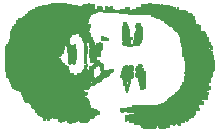
<source format=gbo>
%TF.GenerationSoftware,KiCad,Pcbnew,5.1.6-1.fc31*%
%TF.CreationDate,2020-06-27T23:06:53-07:00*%
%TF.ProjectId,rpi_7seg_alarm_clock,7270695f-3773-4656-975f-616c61726d5f,rev?*%
%TF.SameCoordinates,Original*%
%TF.FileFunction,Legend,Bot*%
%TF.FilePolarity,Positive*%
%FSLAX46Y46*%
G04 Gerber Fmt 4.6, Leading zero omitted, Abs format (unit mm)*
G04 Created by KiCad (PCBNEW 5.1.6-1.fc31) date 2020-06-27 23:06:53*
%MOMM*%
%LPD*%
G01*
G04 APERTURE LIST*
%ADD10C,0.010000*%
G04 APERTURE END LIST*
D10*
%TO.C,nilesface*%
G36*
X95080000Y-91510000D02*
G01*
X95080000Y-91410000D01*
X94980000Y-91410000D01*
X94980000Y-91510000D01*
X95080000Y-91510000D01*
G37*
X95080000Y-91510000D02*
X95080000Y-91410000D01*
X94980000Y-91410000D01*
X94980000Y-91510000D01*
X95080000Y-91510000D01*
G36*
X95080000Y-91610000D02*
G01*
X95080000Y-91510000D01*
X94980000Y-91510000D01*
X94980000Y-91610000D01*
X95080000Y-91610000D01*
G37*
X95080000Y-91610000D02*
X95080000Y-91510000D01*
X94980000Y-91510000D01*
X94980000Y-91610000D01*
X95080000Y-91610000D01*
G36*
X95080000Y-91710000D02*
G01*
X95080000Y-91610000D01*
X94980000Y-91610000D01*
X94980000Y-91710000D01*
X95080000Y-91710000D01*
G37*
X95080000Y-91710000D02*
X95080000Y-91610000D01*
X94980000Y-91610000D01*
X94980000Y-91710000D01*
X95080000Y-91710000D01*
G36*
X95080000Y-91810000D02*
G01*
X95080000Y-91710000D01*
X94980000Y-91710000D01*
X94980000Y-91810000D01*
X95080000Y-91810000D01*
G37*
X95080000Y-91810000D02*
X95080000Y-91710000D01*
X94980000Y-91710000D01*
X94980000Y-91810000D01*
X95080000Y-91810000D01*
G36*
X95080000Y-91910000D02*
G01*
X95080000Y-91810000D01*
X94980000Y-91810000D01*
X94980000Y-91910000D01*
X95080000Y-91910000D01*
G37*
X95080000Y-91910000D02*
X95080000Y-91810000D01*
X94980000Y-91810000D01*
X94980000Y-91910000D01*
X95080000Y-91910000D01*
G36*
X95080000Y-92010000D02*
G01*
X95080000Y-91910000D01*
X94980000Y-91910000D01*
X94980000Y-92010000D01*
X95080000Y-92010000D01*
G37*
X95080000Y-92010000D02*
X95080000Y-91910000D01*
X94980000Y-91910000D01*
X94980000Y-92010000D01*
X95080000Y-92010000D01*
G36*
X95080000Y-92110000D02*
G01*
X95080000Y-92010000D01*
X94980000Y-92010000D01*
X94980000Y-92110000D01*
X95080000Y-92110000D01*
G37*
X95080000Y-92110000D02*
X95080000Y-92010000D01*
X94980000Y-92010000D01*
X94980000Y-92110000D01*
X95080000Y-92110000D01*
G36*
X95080000Y-92210000D02*
G01*
X95080000Y-92110000D01*
X94980000Y-92110000D01*
X94980000Y-92210000D01*
X95080000Y-92210000D01*
G37*
X95080000Y-92210000D02*
X95080000Y-92110000D01*
X94980000Y-92110000D01*
X94980000Y-92210000D01*
X95080000Y-92210000D01*
G36*
X95080000Y-92310000D02*
G01*
X95080000Y-92210000D01*
X94980000Y-92210000D01*
X94980000Y-92310000D01*
X95080000Y-92310000D01*
G37*
X95080000Y-92310000D02*
X95080000Y-92210000D01*
X94980000Y-92210000D01*
X94980000Y-92310000D01*
X95080000Y-92310000D01*
G36*
X95080000Y-92410000D02*
G01*
X95080000Y-92310000D01*
X94980000Y-92310000D01*
X94980000Y-92410000D01*
X95080000Y-92410000D01*
G37*
X95080000Y-92410000D02*
X95080000Y-92310000D01*
X94980000Y-92310000D01*
X94980000Y-92410000D01*
X95080000Y-92410000D01*
G36*
X95080000Y-92510000D02*
G01*
X95080000Y-92410000D01*
X94980000Y-92410000D01*
X94980000Y-92510000D01*
X95080000Y-92510000D01*
G37*
X95080000Y-92510000D02*
X95080000Y-92410000D01*
X94980000Y-92410000D01*
X94980000Y-92510000D01*
X95080000Y-92510000D01*
G36*
X95080000Y-92610000D02*
G01*
X95080000Y-92510000D01*
X94980000Y-92510000D01*
X94980000Y-92610000D01*
X95080000Y-92610000D01*
G37*
X95080000Y-92610000D02*
X95080000Y-92510000D01*
X94980000Y-92510000D01*
X94980000Y-92610000D01*
X95080000Y-92610000D01*
G36*
X95080000Y-92710000D02*
G01*
X95080000Y-92610000D01*
X94980000Y-92610000D01*
X94980000Y-92710000D01*
X95080000Y-92710000D01*
G37*
X95080000Y-92710000D02*
X95080000Y-92610000D01*
X94980000Y-92610000D01*
X94980000Y-92710000D01*
X95080000Y-92710000D01*
G36*
X95080000Y-92810000D02*
G01*
X95080000Y-92710000D01*
X94980000Y-92710000D01*
X94980000Y-92810000D01*
X95080000Y-92810000D01*
G37*
X95080000Y-92810000D02*
X95080000Y-92710000D01*
X94980000Y-92710000D01*
X94980000Y-92810000D01*
X95080000Y-92810000D01*
G36*
X95080000Y-92910000D02*
G01*
X95080000Y-92810000D01*
X94980000Y-92810000D01*
X94980000Y-92910000D01*
X95080000Y-92910000D01*
G37*
X95080000Y-92910000D02*
X95080000Y-92810000D01*
X94980000Y-92810000D01*
X94980000Y-92910000D01*
X95080000Y-92910000D01*
G36*
X95080000Y-93010000D02*
G01*
X95080000Y-92910000D01*
X94980000Y-92910000D01*
X94980000Y-93010000D01*
X95080000Y-93010000D01*
G37*
X95080000Y-93010000D02*
X95080000Y-92910000D01*
X94980000Y-92910000D01*
X94980000Y-93010000D01*
X95080000Y-93010000D01*
G36*
X95080000Y-93110000D02*
G01*
X95080000Y-93010000D01*
X94980000Y-93010000D01*
X94980000Y-93110000D01*
X95080000Y-93110000D01*
G37*
X95080000Y-93110000D02*
X95080000Y-93010000D01*
X94980000Y-93010000D01*
X94980000Y-93110000D01*
X95080000Y-93110000D01*
G36*
X95080000Y-93210000D02*
G01*
X95080000Y-93110000D01*
X94980000Y-93110000D01*
X94980000Y-93210000D01*
X95080000Y-93210000D01*
G37*
X95080000Y-93210000D02*
X95080000Y-93110000D01*
X94980000Y-93110000D01*
X94980000Y-93210000D01*
X95080000Y-93210000D01*
G36*
X95080000Y-93310000D02*
G01*
X95080000Y-93210000D01*
X94980000Y-93210000D01*
X94980000Y-93310000D01*
X95080000Y-93310000D01*
G37*
X95080000Y-93310000D02*
X95080000Y-93210000D01*
X94980000Y-93210000D01*
X94980000Y-93310000D01*
X95080000Y-93310000D01*
G36*
X95080000Y-93410000D02*
G01*
X95080000Y-93310000D01*
X94980000Y-93310000D01*
X94980000Y-93410000D01*
X95080000Y-93410000D01*
G37*
X95080000Y-93410000D02*
X95080000Y-93310000D01*
X94980000Y-93310000D01*
X94980000Y-93410000D01*
X95080000Y-93410000D01*
G36*
X95080000Y-93510000D02*
G01*
X95080000Y-93410000D01*
X94980000Y-93410000D01*
X94980000Y-93510000D01*
X95080000Y-93510000D01*
G37*
X95080000Y-93510000D02*
X95080000Y-93410000D01*
X94980000Y-93410000D01*
X94980000Y-93510000D01*
X95080000Y-93510000D01*
G36*
X95180000Y-91310000D02*
G01*
X95180000Y-91210000D01*
X95080000Y-91210000D01*
X95080000Y-91310000D01*
X95180000Y-91310000D01*
G37*
X95180000Y-91310000D02*
X95180000Y-91210000D01*
X95080000Y-91210000D01*
X95080000Y-91310000D01*
X95180000Y-91310000D01*
G36*
X95180000Y-91410000D02*
G01*
X95180000Y-91310000D01*
X95080000Y-91310000D01*
X95080000Y-91410000D01*
X95180000Y-91410000D01*
G37*
X95180000Y-91410000D02*
X95180000Y-91310000D01*
X95080000Y-91310000D01*
X95080000Y-91410000D01*
X95180000Y-91410000D01*
G36*
X95180000Y-91510000D02*
G01*
X95180000Y-91410000D01*
X95080000Y-91410000D01*
X95080000Y-91510000D01*
X95180000Y-91510000D01*
G37*
X95180000Y-91510000D02*
X95180000Y-91410000D01*
X95080000Y-91410000D01*
X95080000Y-91510000D01*
X95180000Y-91510000D01*
G36*
X95180000Y-91610000D02*
G01*
X95180000Y-91510000D01*
X95080000Y-91510000D01*
X95080000Y-91610000D01*
X95180000Y-91610000D01*
G37*
X95180000Y-91610000D02*
X95180000Y-91510000D01*
X95080000Y-91510000D01*
X95080000Y-91610000D01*
X95180000Y-91610000D01*
G36*
X95180000Y-91710000D02*
G01*
X95180000Y-91610000D01*
X95080000Y-91610000D01*
X95080000Y-91710000D01*
X95180000Y-91710000D01*
G37*
X95180000Y-91710000D02*
X95180000Y-91610000D01*
X95080000Y-91610000D01*
X95080000Y-91710000D01*
X95180000Y-91710000D01*
G36*
X95180000Y-91810000D02*
G01*
X95180000Y-91710000D01*
X95080000Y-91710000D01*
X95080000Y-91810000D01*
X95180000Y-91810000D01*
G37*
X95180000Y-91810000D02*
X95180000Y-91710000D01*
X95080000Y-91710000D01*
X95080000Y-91810000D01*
X95180000Y-91810000D01*
G36*
X95180000Y-91910000D02*
G01*
X95180000Y-91810000D01*
X95080000Y-91810000D01*
X95080000Y-91910000D01*
X95180000Y-91910000D01*
G37*
X95180000Y-91910000D02*
X95180000Y-91810000D01*
X95080000Y-91810000D01*
X95080000Y-91910000D01*
X95180000Y-91910000D01*
G36*
X95180000Y-92010000D02*
G01*
X95180000Y-91910000D01*
X95080000Y-91910000D01*
X95080000Y-92010000D01*
X95180000Y-92010000D01*
G37*
X95180000Y-92010000D02*
X95180000Y-91910000D01*
X95080000Y-91910000D01*
X95080000Y-92010000D01*
X95180000Y-92010000D01*
G36*
X95180000Y-92110000D02*
G01*
X95180000Y-92010000D01*
X95080000Y-92010000D01*
X95080000Y-92110000D01*
X95180000Y-92110000D01*
G37*
X95180000Y-92110000D02*
X95180000Y-92010000D01*
X95080000Y-92010000D01*
X95080000Y-92110000D01*
X95180000Y-92110000D01*
G36*
X95180000Y-92210000D02*
G01*
X95180000Y-92110000D01*
X95080000Y-92110000D01*
X95080000Y-92210000D01*
X95180000Y-92210000D01*
G37*
X95180000Y-92210000D02*
X95180000Y-92110000D01*
X95080000Y-92110000D01*
X95080000Y-92210000D01*
X95180000Y-92210000D01*
G36*
X95180000Y-92310000D02*
G01*
X95180000Y-92210000D01*
X95080000Y-92210000D01*
X95080000Y-92310000D01*
X95180000Y-92310000D01*
G37*
X95180000Y-92310000D02*
X95180000Y-92210000D01*
X95080000Y-92210000D01*
X95080000Y-92310000D01*
X95180000Y-92310000D01*
G36*
X95180000Y-92410000D02*
G01*
X95180000Y-92310000D01*
X95080000Y-92310000D01*
X95080000Y-92410000D01*
X95180000Y-92410000D01*
G37*
X95180000Y-92410000D02*
X95180000Y-92310000D01*
X95080000Y-92310000D01*
X95080000Y-92410000D01*
X95180000Y-92410000D01*
G36*
X95180000Y-92510000D02*
G01*
X95180000Y-92410000D01*
X95080000Y-92410000D01*
X95080000Y-92510000D01*
X95180000Y-92510000D01*
G37*
X95180000Y-92510000D02*
X95180000Y-92410000D01*
X95080000Y-92410000D01*
X95080000Y-92510000D01*
X95180000Y-92510000D01*
G36*
X95180000Y-92610000D02*
G01*
X95180000Y-92510000D01*
X95080000Y-92510000D01*
X95080000Y-92610000D01*
X95180000Y-92610000D01*
G37*
X95180000Y-92610000D02*
X95180000Y-92510000D01*
X95080000Y-92510000D01*
X95080000Y-92610000D01*
X95180000Y-92610000D01*
G36*
X95180000Y-92710000D02*
G01*
X95180000Y-92610000D01*
X95080000Y-92610000D01*
X95080000Y-92710000D01*
X95180000Y-92710000D01*
G37*
X95180000Y-92710000D02*
X95180000Y-92610000D01*
X95080000Y-92610000D01*
X95080000Y-92710000D01*
X95180000Y-92710000D01*
G36*
X95180000Y-92810000D02*
G01*
X95180000Y-92710000D01*
X95080000Y-92710000D01*
X95080000Y-92810000D01*
X95180000Y-92810000D01*
G37*
X95180000Y-92810000D02*
X95180000Y-92710000D01*
X95080000Y-92710000D01*
X95080000Y-92810000D01*
X95180000Y-92810000D01*
G36*
X95180000Y-92910000D02*
G01*
X95180000Y-92810000D01*
X95080000Y-92810000D01*
X95080000Y-92910000D01*
X95180000Y-92910000D01*
G37*
X95180000Y-92910000D02*
X95180000Y-92810000D01*
X95080000Y-92810000D01*
X95080000Y-92910000D01*
X95180000Y-92910000D01*
G36*
X95180000Y-93010000D02*
G01*
X95180000Y-92910000D01*
X95080000Y-92910000D01*
X95080000Y-93010000D01*
X95180000Y-93010000D01*
G37*
X95180000Y-93010000D02*
X95180000Y-92910000D01*
X95080000Y-92910000D01*
X95080000Y-93010000D01*
X95180000Y-93010000D01*
G36*
X95180000Y-93110000D02*
G01*
X95180000Y-93010000D01*
X95080000Y-93010000D01*
X95080000Y-93110000D01*
X95180000Y-93110000D01*
G37*
X95180000Y-93110000D02*
X95180000Y-93010000D01*
X95080000Y-93010000D01*
X95080000Y-93110000D01*
X95180000Y-93110000D01*
G36*
X95180000Y-93210000D02*
G01*
X95180000Y-93110000D01*
X95080000Y-93110000D01*
X95080000Y-93210000D01*
X95180000Y-93210000D01*
G37*
X95180000Y-93210000D02*
X95180000Y-93110000D01*
X95080000Y-93110000D01*
X95080000Y-93210000D01*
X95180000Y-93210000D01*
G36*
X95180000Y-93310000D02*
G01*
X95180000Y-93210000D01*
X95080000Y-93210000D01*
X95080000Y-93310000D01*
X95180000Y-93310000D01*
G37*
X95180000Y-93310000D02*
X95180000Y-93210000D01*
X95080000Y-93210000D01*
X95080000Y-93310000D01*
X95180000Y-93310000D01*
G36*
X95180000Y-93410000D02*
G01*
X95180000Y-93310000D01*
X95080000Y-93310000D01*
X95080000Y-93410000D01*
X95180000Y-93410000D01*
G37*
X95180000Y-93410000D02*
X95180000Y-93310000D01*
X95080000Y-93310000D01*
X95080000Y-93410000D01*
X95180000Y-93410000D01*
G36*
X95180000Y-93510000D02*
G01*
X95180000Y-93410000D01*
X95080000Y-93410000D01*
X95080000Y-93510000D01*
X95180000Y-93510000D01*
G37*
X95180000Y-93510000D02*
X95180000Y-93410000D01*
X95080000Y-93410000D01*
X95080000Y-93510000D01*
X95180000Y-93510000D01*
G36*
X95180000Y-93610000D02*
G01*
X95180000Y-93510000D01*
X95080000Y-93510000D01*
X95080000Y-93610000D01*
X95180000Y-93610000D01*
G37*
X95180000Y-93610000D02*
X95180000Y-93510000D01*
X95080000Y-93510000D01*
X95080000Y-93610000D01*
X95180000Y-93610000D01*
G36*
X95180000Y-93710000D02*
G01*
X95180000Y-93610000D01*
X95080000Y-93610000D01*
X95080000Y-93710000D01*
X95180000Y-93710000D01*
G37*
X95180000Y-93710000D02*
X95180000Y-93610000D01*
X95080000Y-93610000D01*
X95080000Y-93710000D01*
X95180000Y-93710000D01*
G36*
X95180000Y-93810000D02*
G01*
X95180000Y-93710000D01*
X95080000Y-93710000D01*
X95080000Y-93810000D01*
X95180000Y-93810000D01*
G37*
X95180000Y-93810000D02*
X95180000Y-93710000D01*
X95080000Y-93710000D01*
X95080000Y-93810000D01*
X95180000Y-93810000D01*
G36*
X95180000Y-93910000D02*
G01*
X95180000Y-93810000D01*
X95080000Y-93810000D01*
X95080000Y-93910000D01*
X95180000Y-93910000D01*
G37*
X95180000Y-93910000D02*
X95180000Y-93810000D01*
X95080000Y-93810000D01*
X95080000Y-93910000D01*
X95180000Y-93910000D01*
G36*
X95180000Y-94010000D02*
G01*
X95180000Y-93910000D01*
X95080000Y-93910000D01*
X95080000Y-94010000D01*
X95180000Y-94010000D01*
G37*
X95180000Y-94010000D02*
X95180000Y-93910000D01*
X95080000Y-93910000D01*
X95080000Y-94010000D01*
X95180000Y-94010000D01*
G36*
X95280000Y-91110000D02*
G01*
X95280000Y-91010000D01*
X95180000Y-91010000D01*
X95180000Y-91110000D01*
X95280000Y-91110000D01*
G37*
X95280000Y-91110000D02*
X95280000Y-91010000D01*
X95180000Y-91010000D01*
X95180000Y-91110000D01*
X95280000Y-91110000D01*
G36*
X95280000Y-91210000D02*
G01*
X95280000Y-91110000D01*
X95180000Y-91110000D01*
X95180000Y-91210000D01*
X95280000Y-91210000D01*
G37*
X95280000Y-91210000D02*
X95280000Y-91110000D01*
X95180000Y-91110000D01*
X95180000Y-91210000D01*
X95280000Y-91210000D01*
G36*
X95280000Y-91310000D02*
G01*
X95280000Y-91210000D01*
X95180000Y-91210000D01*
X95180000Y-91310000D01*
X95280000Y-91310000D01*
G37*
X95280000Y-91310000D02*
X95280000Y-91210000D01*
X95180000Y-91210000D01*
X95180000Y-91310000D01*
X95280000Y-91310000D01*
G36*
X95280000Y-91410000D02*
G01*
X95280000Y-91310000D01*
X95180000Y-91310000D01*
X95180000Y-91410000D01*
X95280000Y-91410000D01*
G37*
X95280000Y-91410000D02*
X95280000Y-91310000D01*
X95180000Y-91310000D01*
X95180000Y-91410000D01*
X95280000Y-91410000D01*
G36*
X95280000Y-91510000D02*
G01*
X95280000Y-91410000D01*
X95180000Y-91410000D01*
X95180000Y-91510000D01*
X95280000Y-91510000D01*
G37*
X95280000Y-91510000D02*
X95280000Y-91410000D01*
X95180000Y-91410000D01*
X95180000Y-91510000D01*
X95280000Y-91510000D01*
G36*
X95280000Y-91610000D02*
G01*
X95280000Y-91510000D01*
X95180000Y-91510000D01*
X95180000Y-91610000D01*
X95280000Y-91610000D01*
G37*
X95280000Y-91610000D02*
X95280000Y-91510000D01*
X95180000Y-91510000D01*
X95180000Y-91610000D01*
X95280000Y-91610000D01*
G36*
X95280000Y-91710000D02*
G01*
X95280000Y-91610000D01*
X95180000Y-91610000D01*
X95180000Y-91710000D01*
X95280000Y-91710000D01*
G37*
X95280000Y-91710000D02*
X95280000Y-91610000D01*
X95180000Y-91610000D01*
X95180000Y-91710000D01*
X95280000Y-91710000D01*
G36*
X95280000Y-91810000D02*
G01*
X95280000Y-91710000D01*
X95180000Y-91710000D01*
X95180000Y-91810000D01*
X95280000Y-91810000D01*
G37*
X95280000Y-91810000D02*
X95280000Y-91710000D01*
X95180000Y-91710000D01*
X95180000Y-91810000D01*
X95280000Y-91810000D01*
G36*
X95280000Y-91910000D02*
G01*
X95280000Y-91810000D01*
X95180000Y-91810000D01*
X95180000Y-91910000D01*
X95280000Y-91910000D01*
G37*
X95280000Y-91910000D02*
X95280000Y-91810000D01*
X95180000Y-91810000D01*
X95180000Y-91910000D01*
X95280000Y-91910000D01*
G36*
X95280000Y-92010000D02*
G01*
X95280000Y-91910000D01*
X95180000Y-91910000D01*
X95180000Y-92010000D01*
X95280000Y-92010000D01*
G37*
X95280000Y-92010000D02*
X95280000Y-91910000D01*
X95180000Y-91910000D01*
X95180000Y-92010000D01*
X95280000Y-92010000D01*
G36*
X95280000Y-92110000D02*
G01*
X95280000Y-92010000D01*
X95180000Y-92010000D01*
X95180000Y-92110000D01*
X95280000Y-92110000D01*
G37*
X95280000Y-92110000D02*
X95280000Y-92010000D01*
X95180000Y-92010000D01*
X95180000Y-92110000D01*
X95280000Y-92110000D01*
G36*
X95280000Y-92210000D02*
G01*
X95280000Y-92110000D01*
X95180000Y-92110000D01*
X95180000Y-92210000D01*
X95280000Y-92210000D01*
G37*
X95280000Y-92210000D02*
X95280000Y-92110000D01*
X95180000Y-92110000D01*
X95180000Y-92210000D01*
X95280000Y-92210000D01*
G36*
X95280000Y-92310000D02*
G01*
X95280000Y-92210000D01*
X95180000Y-92210000D01*
X95180000Y-92310000D01*
X95280000Y-92310000D01*
G37*
X95280000Y-92310000D02*
X95280000Y-92210000D01*
X95180000Y-92210000D01*
X95180000Y-92310000D01*
X95280000Y-92310000D01*
G36*
X95280000Y-92410000D02*
G01*
X95280000Y-92310000D01*
X95180000Y-92310000D01*
X95180000Y-92410000D01*
X95280000Y-92410000D01*
G37*
X95280000Y-92410000D02*
X95280000Y-92310000D01*
X95180000Y-92310000D01*
X95180000Y-92410000D01*
X95280000Y-92410000D01*
G36*
X95280000Y-92510000D02*
G01*
X95280000Y-92410000D01*
X95180000Y-92410000D01*
X95180000Y-92510000D01*
X95280000Y-92510000D01*
G37*
X95280000Y-92510000D02*
X95280000Y-92410000D01*
X95180000Y-92410000D01*
X95180000Y-92510000D01*
X95280000Y-92510000D01*
G36*
X95280000Y-92610000D02*
G01*
X95280000Y-92510000D01*
X95180000Y-92510000D01*
X95180000Y-92610000D01*
X95280000Y-92610000D01*
G37*
X95280000Y-92610000D02*
X95280000Y-92510000D01*
X95180000Y-92510000D01*
X95180000Y-92610000D01*
X95280000Y-92610000D01*
G36*
X95280000Y-92710000D02*
G01*
X95280000Y-92610000D01*
X95180000Y-92610000D01*
X95180000Y-92710000D01*
X95280000Y-92710000D01*
G37*
X95280000Y-92710000D02*
X95280000Y-92610000D01*
X95180000Y-92610000D01*
X95180000Y-92710000D01*
X95280000Y-92710000D01*
G36*
X95280000Y-92810000D02*
G01*
X95280000Y-92710000D01*
X95180000Y-92710000D01*
X95180000Y-92810000D01*
X95280000Y-92810000D01*
G37*
X95280000Y-92810000D02*
X95280000Y-92710000D01*
X95180000Y-92710000D01*
X95180000Y-92810000D01*
X95280000Y-92810000D01*
G36*
X95280000Y-92910000D02*
G01*
X95280000Y-92810000D01*
X95180000Y-92810000D01*
X95180000Y-92910000D01*
X95280000Y-92910000D01*
G37*
X95280000Y-92910000D02*
X95280000Y-92810000D01*
X95180000Y-92810000D01*
X95180000Y-92910000D01*
X95280000Y-92910000D01*
G36*
X95280000Y-93010000D02*
G01*
X95280000Y-92910000D01*
X95180000Y-92910000D01*
X95180000Y-93010000D01*
X95280000Y-93010000D01*
G37*
X95280000Y-93010000D02*
X95280000Y-92910000D01*
X95180000Y-92910000D01*
X95180000Y-93010000D01*
X95280000Y-93010000D01*
G36*
X95280000Y-93110000D02*
G01*
X95280000Y-93010000D01*
X95180000Y-93010000D01*
X95180000Y-93110000D01*
X95280000Y-93110000D01*
G37*
X95280000Y-93110000D02*
X95280000Y-93010000D01*
X95180000Y-93010000D01*
X95180000Y-93110000D01*
X95280000Y-93110000D01*
G36*
X95280000Y-93210000D02*
G01*
X95280000Y-93110000D01*
X95180000Y-93110000D01*
X95180000Y-93210000D01*
X95280000Y-93210000D01*
G37*
X95280000Y-93210000D02*
X95280000Y-93110000D01*
X95180000Y-93110000D01*
X95180000Y-93210000D01*
X95280000Y-93210000D01*
G36*
X95280000Y-93310000D02*
G01*
X95280000Y-93210000D01*
X95180000Y-93210000D01*
X95180000Y-93310000D01*
X95280000Y-93310000D01*
G37*
X95280000Y-93310000D02*
X95280000Y-93210000D01*
X95180000Y-93210000D01*
X95180000Y-93310000D01*
X95280000Y-93310000D01*
G36*
X95280000Y-93410000D02*
G01*
X95280000Y-93310000D01*
X95180000Y-93310000D01*
X95180000Y-93410000D01*
X95280000Y-93410000D01*
G37*
X95280000Y-93410000D02*
X95280000Y-93310000D01*
X95180000Y-93310000D01*
X95180000Y-93410000D01*
X95280000Y-93410000D01*
G36*
X95280000Y-93510000D02*
G01*
X95280000Y-93410000D01*
X95180000Y-93410000D01*
X95180000Y-93510000D01*
X95280000Y-93510000D01*
G37*
X95280000Y-93510000D02*
X95280000Y-93410000D01*
X95180000Y-93410000D01*
X95180000Y-93510000D01*
X95280000Y-93510000D01*
G36*
X95280000Y-93610000D02*
G01*
X95280000Y-93510000D01*
X95180000Y-93510000D01*
X95180000Y-93610000D01*
X95280000Y-93610000D01*
G37*
X95280000Y-93610000D02*
X95280000Y-93510000D01*
X95180000Y-93510000D01*
X95180000Y-93610000D01*
X95280000Y-93610000D01*
G36*
X95280000Y-93710000D02*
G01*
X95280000Y-93610000D01*
X95180000Y-93610000D01*
X95180000Y-93710000D01*
X95280000Y-93710000D01*
G37*
X95280000Y-93710000D02*
X95280000Y-93610000D01*
X95180000Y-93610000D01*
X95180000Y-93710000D01*
X95280000Y-93710000D01*
G36*
X95280000Y-93810000D02*
G01*
X95280000Y-93710000D01*
X95180000Y-93710000D01*
X95180000Y-93810000D01*
X95280000Y-93810000D01*
G37*
X95280000Y-93810000D02*
X95280000Y-93710000D01*
X95180000Y-93710000D01*
X95180000Y-93810000D01*
X95280000Y-93810000D01*
G36*
X95280000Y-93910000D02*
G01*
X95280000Y-93810000D01*
X95180000Y-93810000D01*
X95180000Y-93910000D01*
X95280000Y-93910000D01*
G37*
X95280000Y-93910000D02*
X95280000Y-93810000D01*
X95180000Y-93810000D01*
X95180000Y-93910000D01*
X95280000Y-93910000D01*
G36*
X95280000Y-94010000D02*
G01*
X95280000Y-93910000D01*
X95180000Y-93910000D01*
X95180000Y-94010000D01*
X95280000Y-94010000D01*
G37*
X95280000Y-94010000D02*
X95280000Y-93910000D01*
X95180000Y-93910000D01*
X95180000Y-94010000D01*
X95280000Y-94010000D01*
G36*
X95280000Y-94110000D02*
G01*
X95280000Y-94010000D01*
X95180000Y-94010000D01*
X95180000Y-94110000D01*
X95280000Y-94110000D01*
G37*
X95280000Y-94110000D02*
X95280000Y-94010000D01*
X95180000Y-94010000D01*
X95180000Y-94110000D01*
X95280000Y-94110000D01*
G36*
X95380000Y-90910000D02*
G01*
X95380000Y-90810000D01*
X95280000Y-90810000D01*
X95280000Y-90910000D01*
X95380000Y-90910000D01*
G37*
X95380000Y-90910000D02*
X95380000Y-90810000D01*
X95280000Y-90810000D01*
X95280000Y-90910000D01*
X95380000Y-90910000D01*
G36*
X95380000Y-91010000D02*
G01*
X95380000Y-90910000D01*
X95280000Y-90910000D01*
X95280000Y-91010000D01*
X95380000Y-91010000D01*
G37*
X95380000Y-91010000D02*
X95380000Y-90910000D01*
X95280000Y-90910000D01*
X95280000Y-91010000D01*
X95380000Y-91010000D01*
G36*
X95380000Y-91110000D02*
G01*
X95380000Y-91010000D01*
X95280000Y-91010000D01*
X95280000Y-91110000D01*
X95380000Y-91110000D01*
G37*
X95380000Y-91110000D02*
X95380000Y-91010000D01*
X95280000Y-91010000D01*
X95280000Y-91110000D01*
X95380000Y-91110000D01*
G36*
X95380000Y-91210000D02*
G01*
X95380000Y-91110000D01*
X95280000Y-91110000D01*
X95280000Y-91210000D01*
X95380000Y-91210000D01*
G37*
X95380000Y-91210000D02*
X95380000Y-91110000D01*
X95280000Y-91110000D01*
X95280000Y-91210000D01*
X95380000Y-91210000D01*
G36*
X95380000Y-91310000D02*
G01*
X95380000Y-91210000D01*
X95280000Y-91210000D01*
X95280000Y-91310000D01*
X95380000Y-91310000D01*
G37*
X95380000Y-91310000D02*
X95380000Y-91210000D01*
X95280000Y-91210000D01*
X95280000Y-91310000D01*
X95380000Y-91310000D01*
G36*
X95380000Y-91410000D02*
G01*
X95380000Y-91310000D01*
X95280000Y-91310000D01*
X95280000Y-91410000D01*
X95380000Y-91410000D01*
G37*
X95380000Y-91410000D02*
X95380000Y-91310000D01*
X95280000Y-91310000D01*
X95280000Y-91410000D01*
X95380000Y-91410000D01*
G36*
X95380000Y-91510000D02*
G01*
X95380000Y-91410000D01*
X95280000Y-91410000D01*
X95280000Y-91510000D01*
X95380000Y-91510000D01*
G37*
X95380000Y-91510000D02*
X95380000Y-91410000D01*
X95280000Y-91410000D01*
X95280000Y-91510000D01*
X95380000Y-91510000D01*
G36*
X95380000Y-91610000D02*
G01*
X95380000Y-91510000D01*
X95280000Y-91510000D01*
X95280000Y-91610000D01*
X95380000Y-91610000D01*
G37*
X95380000Y-91610000D02*
X95380000Y-91510000D01*
X95280000Y-91510000D01*
X95280000Y-91610000D01*
X95380000Y-91610000D01*
G36*
X95380000Y-91710000D02*
G01*
X95380000Y-91610000D01*
X95280000Y-91610000D01*
X95280000Y-91710000D01*
X95380000Y-91710000D01*
G37*
X95380000Y-91710000D02*
X95380000Y-91610000D01*
X95280000Y-91610000D01*
X95280000Y-91710000D01*
X95380000Y-91710000D01*
G36*
X95380000Y-91810000D02*
G01*
X95380000Y-91710000D01*
X95280000Y-91710000D01*
X95280000Y-91810000D01*
X95380000Y-91810000D01*
G37*
X95380000Y-91810000D02*
X95380000Y-91710000D01*
X95280000Y-91710000D01*
X95280000Y-91810000D01*
X95380000Y-91810000D01*
G36*
X95380000Y-91910000D02*
G01*
X95380000Y-91810000D01*
X95280000Y-91810000D01*
X95280000Y-91910000D01*
X95380000Y-91910000D01*
G37*
X95380000Y-91910000D02*
X95380000Y-91810000D01*
X95280000Y-91810000D01*
X95280000Y-91910000D01*
X95380000Y-91910000D01*
G36*
X95380000Y-92010000D02*
G01*
X95380000Y-91910000D01*
X95280000Y-91910000D01*
X95280000Y-92010000D01*
X95380000Y-92010000D01*
G37*
X95380000Y-92010000D02*
X95380000Y-91910000D01*
X95280000Y-91910000D01*
X95280000Y-92010000D01*
X95380000Y-92010000D01*
G36*
X95380000Y-92110000D02*
G01*
X95380000Y-92010000D01*
X95280000Y-92010000D01*
X95280000Y-92110000D01*
X95380000Y-92110000D01*
G37*
X95380000Y-92110000D02*
X95380000Y-92010000D01*
X95280000Y-92010000D01*
X95280000Y-92110000D01*
X95380000Y-92110000D01*
G36*
X95380000Y-92210000D02*
G01*
X95380000Y-92110000D01*
X95280000Y-92110000D01*
X95280000Y-92210000D01*
X95380000Y-92210000D01*
G37*
X95380000Y-92210000D02*
X95380000Y-92110000D01*
X95280000Y-92110000D01*
X95280000Y-92210000D01*
X95380000Y-92210000D01*
G36*
X95380000Y-92310000D02*
G01*
X95380000Y-92210000D01*
X95280000Y-92210000D01*
X95280000Y-92310000D01*
X95380000Y-92310000D01*
G37*
X95380000Y-92310000D02*
X95380000Y-92210000D01*
X95280000Y-92210000D01*
X95280000Y-92310000D01*
X95380000Y-92310000D01*
G36*
X95380000Y-92410000D02*
G01*
X95380000Y-92310000D01*
X95280000Y-92310000D01*
X95280000Y-92410000D01*
X95380000Y-92410000D01*
G37*
X95380000Y-92410000D02*
X95380000Y-92310000D01*
X95280000Y-92310000D01*
X95280000Y-92410000D01*
X95380000Y-92410000D01*
G36*
X95380000Y-92510000D02*
G01*
X95380000Y-92410000D01*
X95280000Y-92410000D01*
X95280000Y-92510000D01*
X95380000Y-92510000D01*
G37*
X95380000Y-92510000D02*
X95380000Y-92410000D01*
X95280000Y-92410000D01*
X95280000Y-92510000D01*
X95380000Y-92510000D01*
G36*
X95380000Y-92610000D02*
G01*
X95380000Y-92510000D01*
X95280000Y-92510000D01*
X95280000Y-92610000D01*
X95380000Y-92610000D01*
G37*
X95380000Y-92610000D02*
X95380000Y-92510000D01*
X95280000Y-92510000D01*
X95280000Y-92610000D01*
X95380000Y-92610000D01*
G36*
X95380000Y-92710000D02*
G01*
X95380000Y-92610000D01*
X95280000Y-92610000D01*
X95280000Y-92710000D01*
X95380000Y-92710000D01*
G37*
X95380000Y-92710000D02*
X95380000Y-92610000D01*
X95280000Y-92610000D01*
X95280000Y-92710000D01*
X95380000Y-92710000D01*
G36*
X95380000Y-92810000D02*
G01*
X95380000Y-92710000D01*
X95280000Y-92710000D01*
X95280000Y-92810000D01*
X95380000Y-92810000D01*
G37*
X95380000Y-92810000D02*
X95380000Y-92710000D01*
X95280000Y-92710000D01*
X95280000Y-92810000D01*
X95380000Y-92810000D01*
G36*
X95380000Y-92910000D02*
G01*
X95380000Y-92810000D01*
X95280000Y-92810000D01*
X95280000Y-92910000D01*
X95380000Y-92910000D01*
G37*
X95380000Y-92910000D02*
X95380000Y-92810000D01*
X95280000Y-92810000D01*
X95280000Y-92910000D01*
X95380000Y-92910000D01*
G36*
X95380000Y-93010000D02*
G01*
X95380000Y-92910000D01*
X95280000Y-92910000D01*
X95280000Y-93010000D01*
X95380000Y-93010000D01*
G37*
X95380000Y-93010000D02*
X95380000Y-92910000D01*
X95280000Y-92910000D01*
X95280000Y-93010000D01*
X95380000Y-93010000D01*
G36*
X95380000Y-93110000D02*
G01*
X95380000Y-93010000D01*
X95280000Y-93010000D01*
X95280000Y-93110000D01*
X95380000Y-93110000D01*
G37*
X95380000Y-93110000D02*
X95380000Y-93010000D01*
X95280000Y-93010000D01*
X95280000Y-93110000D01*
X95380000Y-93110000D01*
G36*
X95380000Y-93210000D02*
G01*
X95380000Y-93110000D01*
X95280000Y-93110000D01*
X95280000Y-93210000D01*
X95380000Y-93210000D01*
G37*
X95380000Y-93210000D02*
X95380000Y-93110000D01*
X95280000Y-93110000D01*
X95280000Y-93210000D01*
X95380000Y-93210000D01*
G36*
X95380000Y-93310000D02*
G01*
X95380000Y-93210000D01*
X95280000Y-93210000D01*
X95280000Y-93310000D01*
X95380000Y-93310000D01*
G37*
X95380000Y-93310000D02*
X95380000Y-93210000D01*
X95280000Y-93210000D01*
X95280000Y-93310000D01*
X95380000Y-93310000D01*
G36*
X95380000Y-93410000D02*
G01*
X95380000Y-93310000D01*
X95280000Y-93310000D01*
X95280000Y-93410000D01*
X95380000Y-93410000D01*
G37*
X95380000Y-93410000D02*
X95380000Y-93310000D01*
X95280000Y-93310000D01*
X95280000Y-93410000D01*
X95380000Y-93410000D01*
G36*
X95380000Y-93510000D02*
G01*
X95380000Y-93410000D01*
X95280000Y-93410000D01*
X95280000Y-93510000D01*
X95380000Y-93510000D01*
G37*
X95380000Y-93510000D02*
X95380000Y-93410000D01*
X95280000Y-93410000D01*
X95280000Y-93510000D01*
X95380000Y-93510000D01*
G36*
X95380000Y-93610000D02*
G01*
X95380000Y-93510000D01*
X95280000Y-93510000D01*
X95280000Y-93610000D01*
X95380000Y-93610000D01*
G37*
X95380000Y-93610000D02*
X95380000Y-93510000D01*
X95280000Y-93510000D01*
X95280000Y-93610000D01*
X95380000Y-93610000D01*
G36*
X95380000Y-93710000D02*
G01*
X95380000Y-93610000D01*
X95280000Y-93610000D01*
X95280000Y-93710000D01*
X95380000Y-93710000D01*
G37*
X95380000Y-93710000D02*
X95380000Y-93610000D01*
X95280000Y-93610000D01*
X95280000Y-93710000D01*
X95380000Y-93710000D01*
G36*
X95380000Y-93810000D02*
G01*
X95380000Y-93710000D01*
X95280000Y-93710000D01*
X95280000Y-93810000D01*
X95380000Y-93810000D01*
G37*
X95380000Y-93810000D02*
X95380000Y-93710000D01*
X95280000Y-93710000D01*
X95280000Y-93810000D01*
X95380000Y-93810000D01*
G36*
X95380000Y-93910000D02*
G01*
X95380000Y-93810000D01*
X95280000Y-93810000D01*
X95280000Y-93910000D01*
X95380000Y-93910000D01*
G37*
X95380000Y-93910000D02*
X95380000Y-93810000D01*
X95280000Y-93810000D01*
X95280000Y-93910000D01*
X95380000Y-93910000D01*
G36*
X95380000Y-94010000D02*
G01*
X95380000Y-93910000D01*
X95280000Y-93910000D01*
X95280000Y-94010000D01*
X95380000Y-94010000D01*
G37*
X95380000Y-94010000D02*
X95380000Y-93910000D01*
X95280000Y-93910000D01*
X95280000Y-94010000D01*
X95380000Y-94010000D01*
G36*
X95380000Y-94110000D02*
G01*
X95380000Y-94010000D01*
X95280000Y-94010000D01*
X95280000Y-94110000D01*
X95380000Y-94110000D01*
G37*
X95380000Y-94110000D02*
X95380000Y-94010000D01*
X95280000Y-94010000D01*
X95280000Y-94110000D01*
X95380000Y-94110000D01*
G36*
X95380000Y-94210000D02*
G01*
X95380000Y-94110000D01*
X95280000Y-94110000D01*
X95280000Y-94210000D01*
X95380000Y-94210000D01*
G37*
X95380000Y-94210000D02*
X95380000Y-94110000D01*
X95280000Y-94110000D01*
X95280000Y-94210000D01*
X95380000Y-94210000D01*
G36*
X95380000Y-94310000D02*
G01*
X95380000Y-94210000D01*
X95280000Y-94210000D01*
X95280000Y-94310000D01*
X95380000Y-94310000D01*
G37*
X95380000Y-94310000D02*
X95380000Y-94210000D01*
X95280000Y-94210000D01*
X95280000Y-94310000D01*
X95380000Y-94310000D01*
G36*
X95480000Y-90210000D02*
G01*
X95480000Y-90110000D01*
X95380000Y-90110000D01*
X95380000Y-90210000D01*
X95480000Y-90210000D01*
G37*
X95480000Y-90210000D02*
X95480000Y-90110000D01*
X95380000Y-90110000D01*
X95380000Y-90210000D01*
X95480000Y-90210000D01*
G36*
X95480000Y-90310000D02*
G01*
X95480000Y-90210000D01*
X95380000Y-90210000D01*
X95380000Y-90310000D01*
X95480000Y-90310000D01*
G37*
X95480000Y-90310000D02*
X95480000Y-90210000D01*
X95380000Y-90210000D01*
X95380000Y-90310000D01*
X95480000Y-90310000D01*
G36*
X95480000Y-90410000D02*
G01*
X95480000Y-90310000D01*
X95380000Y-90310000D01*
X95380000Y-90410000D01*
X95480000Y-90410000D01*
G37*
X95480000Y-90410000D02*
X95480000Y-90310000D01*
X95380000Y-90310000D01*
X95380000Y-90410000D01*
X95480000Y-90410000D01*
G36*
X95480000Y-90510000D02*
G01*
X95480000Y-90410000D01*
X95380000Y-90410000D01*
X95380000Y-90510000D01*
X95480000Y-90510000D01*
G37*
X95480000Y-90510000D02*
X95480000Y-90410000D01*
X95380000Y-90410000D01*
X95380000Y-90510000D01*
X95480000Y-90510000D01*
G36*
X95480000Y-90610000D02*
G01*
X95480000Y-90510000D01*
X95380000Y-90510000D01*
X95380000Y-90610000D01*
X95480000Y-90610000D01*
G37*
X95480000Y-90610000D02*
X95480000Y-90510000D01*
X95380000Y-90510000D01*
X95380000Y-90610000D01*
X95480000Y-90610000D01*
G36*
X95480000Y-90710000D02*
G01*
X95480000Y-90610000D01*
X95380000Y-90610000D01*
X95380000Y-90710000D01*
X95480000Y-90710000D01*
G37*
X95480000Y-90710000D02*
X95480000Y-90610000D01*
X95380000Y-90610000D01*
X95380000Y-90710000D01*
X95480000Y-90710000D01*
G36*
X95480000Y-90810000D02*
G01*
X95480000Y-90710000D01*
X95380000Y-90710000D01*
X95380000Y-90810000D01*
X95480000Y-90810000D01*
G37*
X95480000Y-90810000D02*
X95480000Y-90710000D01*
X95380000Y-90710000D01*
X95380000Y-90810000D01*
X95480000Y-90810000D01*
G36*
X95480000Y-90910000D02*
G01*
X95480000Y-90810000D01*
X95380000Y-90810000D01*
X95380000Y-90910000D01*
X95480000Y-90910000D01*
G37*
X95480000Y-90910000D02*
X95480000Y-90810000D01*
X95380000Y-90810000D01*
X95380000Y-90910000D01*
X95480000Y-90910000D01*
G36*
X95480000Y-91010000D02*
G01*
X95480000Y-90910000D01*
X95380000Y-90910000D01*
X95380000Y-91010000D01*
X95480000Y-91010000D01*
G37*
X95480000Y-91010000D02*
X95480000Y-90910000D01*
X95380000Y-90910000D01*
X95380000Y-91010000D01*
X95480000Y-91010000D01*
G36*
X95480000Y-91110000D02*
G01*
X95480000Y-91010000D01*
X95380000Y-91010000D01*
X95380000Y-91110000D01*
X95480000Y-91110000D01*
G37*
X95480000Y-91110000D02*
X95480000Y-91010000D01*
X95380000Y-91010000D01*
X95380000Y-91110000D01*
X95480000Y-91110000D01*
G36*
X95480000Y-91210000D02*
G01*
X95480000Y-91110000D01*
X95380000Y-91110000D01*
X95380000Y-91210000D01*
X95480000Y-91210000D01*
G37*
X95480000Y-91210000D02*
X95480000Y-91110000D01*
X95380000Y-91110000D01*
X95380000Y-91210000D01*
X95480000Y-91210000D01*
G36*
X95480000Y-91310000D02*
G01*
X95480000Y-91210000D01*
X95380000Y-91210000D01*
X95380000Y-91310000D01*
X95480000Y-91310000D01*
G37*
X95480000Y-91310000D02*
X95480000Y-91210000D01*
X95380000Y-91210000D01*
X95380000Y-91310000D01*
X95480000Y-91310000D01*
G36*
X95480000Y-91410000D02*
G01*
X95480000Y-91310000D01*
X95380000Y-91310000D01*
X95380000Y-91410000D01*
X95480000Y-91410000D01*
G37*
X95480000Y-91410000D02*
X95480000Y-91310000D01*
X95380000Y-91310000D01*
X95380000Y-91410000D01*
X95480000Y-91410000D01*
G36*
X95480000Y-91510000D02*
G01*
X95480000Y-91410000D01*
X95380000Y-91410000D01*
X95380000Y-91510000D01*
X95480000Y-91510000D01*
G37*
X95480000Y-91510000D02*
X95480000Y-91410000D01*
X95380000Y-91410000D01*
X95380000Y-91510000D01*
X95480000Y-91510000D01*
G36*
X95480000Y-91610000D02*
G01*
X95480000Y-91510000D01*
X95380000Y-91510000D01*
X95380000Y-91610000D01*
X95480000Y-91610000D01*
G37*
X95480000Y-91610000D02*
X95480000Y-91510000D01*
X95380000Y-91510000D01*
X95380000Y-91610000D01*
X95480000Y-91610000D01*
G36*
X95480000Y-91710000D02*
G01*
X95480000Y-91610000D01*
X95380000Y-91610000D01*
X95380000Y-91710000D01*
X95480000Y-91710000D01*
G37*
X95480000Y-91710000D02*
X95480000Y-91610000D01*
X95380000Y-91610000D01*
X95380000Y-91710000D01*
X95480000Y-91710000D01*
G36*
X95480000Y-91810000D02*
G01*
X95480000Y-91710000D01*
X95380000Y-91710000D01*
X95380000Y-91810000D01*
X95480000Y-91810000D01*
G37*
X95480000Y-91810000D02*
X95480000Y-91710000D01*
X95380000Y-91710000D01*
X95380000Y-91810000D01*
X95480000Y-91810000D01*
G36*
X95480000Y-91910000D02*
G01*
X95480000Y-91810000D01*
X95380000Y-91810000D01*
X95380000Y-91910000D01*
X95480000Y-91910000D01*
G37*
X95480000Y-91910000D02*
X95480000Y-91810000D01*
X95380000Y-91810000D01*
X95380000Y-91910000D01*
X95480000Y-91910000D01*
G36*
X95480000Y-92010000D02*
G01*
X95480000Y-91910000D01*
X95380000Y-91910000D01*
X95380000Y-92010000D01*
X95480000Y-92010000D01*
G37*
X95480000Y-92010000D02*
X95480000Y-91910000D01*
X95380000Y-91910000D01*
X95380000Y-92010000D01*
X95480000Y-92010000D01*
G36*
X95480000Y-92110000D02*
G01*
X95480000Y-92010000D01*
X95380000Y-92010000D01*
X95380000Y-92110000D01*
X95480000Y-92110000D01*
G37*
X95480000Y-92110000D02*
X95480000Y-92010000D01*
X95380000Y-92010000D01*
X95380000Y-92110000D01*
X95480000Y-92110000D01*
G36*
X95480000Y-92210000D02*
G01*
X95480000Y-92110000D01*
X95380000Y-92110000D01*
X95380000Y-92210000D01*
X95480000Y-92210000D01*
G37*
X95480000Y-92210000D02*
X95480000Y-92110000D01*
X95380000Y-92110000D01*
X95380000Y-92210000D01*
X95480000Y-92210000D01*
G36*
X95480000Y-92310000D02*
G01*
X95480000Y-92210000D01*
X95380000Y-92210000D01*
X95380000Y-92310000D01*
X95480000Y-92310000D01*
G37*
X95480000Y-92310000D02*
X95480000Y-92210000D01*
X95380000Y-92210000D01*
X95380000Y-92310000D01*
X95480000Y-92310000D01*
G36*
X95480000Y-92410000D02*
G01*
X95480000Y-92310000D01*
X95380000Y-92310000D01*
X95380000Y-92410000D01*
X95480000Y-92410000D01*
G37*
X95480000Y-92410000D02*
X95480000Y-92310000D01*
X95380000Y-92310000D01*
X95380000Y-92410000D01*
X95480000Y-92410000D01*
G36*
X95480000Y-92510000D02*
G01*
X95480000Y-92410000D01*
X95380000Y-92410000D01*
X95380000Y-92510000D01*
X95480000Y-92510000D01*
G37*
X95480000Y-92510000D02*
X95480000Y-92410000D01*
X95380000Y-92410000D01*
X95380000Y-92510000D01*
X95480000Y-92510000D01*
G36*
X95480000Y-92610000D02*
G01*
X95480000Y-92510000D01*
X95380000Y-92510000D01*
X95380000Y-92610000D01*
X95480000Y-92610000D01*
G37*
X95480000Y-92610000D02*
X95480000Y-92510000D01*
X95380000Y-92510000D01*
X95380000Y-92610000D01*
X95480000Y-92610000D01*
G36*
X95480000Y-92710000D02*
G01*
X95480000Y-92610000D01*
X95380000Y-92610000D01*
X95380000Y-92710000D01*
X95480000Y-92710000D01*
G37*
X95480000Y-92710000D02*
X95480000Y-92610000D01*
X95380000Y-92610000D01*
X95380000Y-92710000D01*
X95480000Y-92710000D01*
G36*
X95480000Y-92810000D02*
G01*
X95480000Y-92710000D01*
X95380000Y-92710000D01*
X95380000Y-92810000D01*
X95480000Y-92810000D01*
G37*
X95480000Y-92810000D02*
X95480000Y-92710000D01*
X95380000Y-92710000D01*
X95380000Y-92810000D01*
X95480000Y-92810000D01*
G36*
X95480000Y-92910000D02*
G01*
X95480000Y-92810000D01*
X95380000Y-92810000D01*
X95380000Y-92910000D01*
X95480000Y-92910000D01*
G37*
X95480000Y-92910000D02*
X95480000Y-92810000D01*
X95380000Y-92810000D01*
X95380000Y-92910000D01*
X95480000Y-92910000D01*
G36*
X95480000Y-93010000D02*
G01*
X95480000Y-92910000D01*
X95380000Y-92910000D01*
X95380000Y-93010000D01*
X95480000Y-93010000D01*
G37*
X95480000Y-93010000D02*
X95480000Y-92910000D01*
X95380000Y-92910000D01*
X95380000Y-93010000D01*
X95480000Y-93010000D01*
G36*
X95480000Y-93110000D02*
G01*
X95480000Y-93010000D01*
X95380000Y-93010000D01*
X95380000Y-93110000D01*
X95480000Y-93110000D01*
G37*
X95480000Y-93110000D02*
X95480000Y-93010000D01*
X95380000Y-93010000D01*
X95380000Y-93110000D01*
X95480000Y-93110000D01*
G36*
X95480000Y-93210000D02*
G01*
X95480000Y-93110000D01*
X95380000Y-93110000D01*
X95380000Y-93210000D01*
X95480000Y-93210000D01*
G37*
X95480000Y-93210000D02*
X95480000Y-93110000D01*
X95380000Y-93110000D01*
X95380000Y-93210000D01*
X95480000Y-93210000D01*
G36*
X95480000Y-93310000D02*
G01*
X95480000Y-93210000D01*
X95380000Y-93210000D01*
X95380000Y-93310000D01*
X95480000Y-93310000D01*
G37*
X95480000Y-93310000D02*
X95480000Y-93210000D01*
X95380000Y-93210000D01*
X95380000Y-93310000D01*
X95480000Y-93310000D01*
G36*
X95480000Y-93410000D02*
G01*
X95480000Y-93310000D01*
X95380000Y-93310000D01*
X95380000Y-93410000D01*
X95480000Y-93410000D01*
G37*
X95480000Y-93410000D02*
X95480000Y-93310000D01*
X95380000Y-93310000D01*
X95380000Y-93410000D01*
X95480000Y-93410000D01*
G36*
X95480000Y-93510000D02*
G01*
X95480000Y-93410000D01*
X95380000Y-93410000D01*
X95380000Y-93510000D01*
X95480000Y-93510000D01*
G37*
X95480000Y-93510000D02*
X95480000Y-93410000D01*
X95380000Y-93410000D01*
X95380000Y-93510000D01*
X95480000Y-93510000D01*
G36*
X95480000Y-93610000D02*
G01*
X95480000Y-93510000D01*
X95380000Y-93510000D01*
X95380000Y-93610000D01*
X95480000Y-93610000D01*
G37*
X95480000Y-93610000D02*
X95480000Y-93510000D01*
X95380000Y-93510000D01*
X95380000Y-93610000D01*
X95480000Y-93610000D01*
G36*
X95480000Y-93710000D02*
G01*
X95480000Y-93610000D01*
X95380000Y-93610000D01*
X95380000Y-93710000D01*
X95480000Y-93710000D01*
G37*
X95480000Y-93710000D02*
X95480000Y-93610000D01*
X95380000Y-93610000D01*
X95380000Y-93710000D01*
X95480000Y-93710000D01*
G36*
X95480000Y-93810000D02*
G01*
X95480000Y-93710000D01*
X95380000Y-93710000D01*
X95380000Y-93810000D01*
X95480000Y-93810000D01*
G37*
X95480000Y-93810000D02*
X95480000Y-93710000D01*
X95380000Y-93710000D01*
X95380000Y-93810000D01*
X95480000Y-93810000D01*
G36*
X95480000Y-93910000D02*
G01*
X95480000Y-93810000D01*
X95380000Y-93810000D01*
X95380000Y-93910000D01*
X95480000Y-93910000D01*
G37*
X95480000Y-93910000D02*
X95480000Y-93810000D01*
X95380000Y-93810000D01*
X95380000Y-93910000D01*
X95480000Y-93910000D01*
G36*
X95480000Y-94010000D02*
G01*
X95480000Y-93910000D01*
X95380000Y-93910000D01*
X95380000Y-94010000D01*
X95480000Y-94010000D01*
G37*
X95480000Y-94010000D02*
X95480000Y-93910000D01*
X95380000Y-93910000D01*
X95380000Y-94010000D01*
X95480000Y-94010000D01*
G36*
X95480000Y-94110000D02*
G01*
X95480000Y-94010000D01*
X95380000Y-94010000D01*
X95380000Y-94110000D01*
X95480000Y-94110000D01*
G37*
X95480000Y-94110000D02*
X95480000Y-94010000D01*
X95380000Y-94010000D01*
X95380000Y-94110000D01*
X95480000Y-94110000D01*
G36*
X95480000Y-94210000D02*
G01*
X95480000Y-94110000D01*
X95380000Y-94110000D01*
X95380000Y-94210000D01*
X95480000Y-94210000D01*
G37*
X95480000Y-94210000D02*
X95480000Y-94110000D01*
X95380000Y-94110000D01*
X95380000Y-94210000D01*
X95480000Y-94210000D01*
G36*
X95480000Y-94310000D02*
G01*
X95480000Y-94210000D01*
X95380000Y-94210000D01*
X95380000Y-94310000D01*
X95480000Y-94310000D01*
G37*
X95480000Y-94310000D02*
X95480000Y-94210000D01*
X95380000Y-94210000D01*
X95380000Y-94310000D01*
X95480000Y-94310000D01*
G36*
X95480000Y-94410000D02*
G01*
X95480000Y-94310000D01*
X95380000Y-94310000D01*
X95380000Y-94410000D01*
X95480000Y-94410000D01*
G37*
X95480000Y-94410000D02*
X95480000Y-94310000D01*
X95380000Y-94310000D01*
X95380000Y-94410000D01*
X95480000Y-94410000D01*
G36*
X95480000Y-94510000D02*
G01*
X95480000Y-94410000D01*
X95380000Y-94410000D01*
X95380000Y-94510000D01*
X95480000Y-94510000D01*
G37*
X95480000Y-94510000D02*
X95480000Y-94410000D01*
X95380000Y-94410000D01*
X95380000Y-94510000D01*
X95480000Y-94510000D01*
G36*
X95580000Y-90010000D02*
G01*
X95580000Y-89910000D01*
X95480000Y-89910000D01*
X95480000Y-90010000D01*
X95580000Y-90010000D01*
G37*
X95580000Y-90010000D02*
X95580000Y-89910000D01*
X95480000Y-89910000D01*
X95480000Y-90010000D01*
X95580000Y-90010000D01*
G36*
X95580000Y-90110000D02*
G01*
X95580000Y-90010000D01*
X95480000Y-90010000D01*
X95480000Y-90110000D01*
X95580000Y-90110000D01*
G37*
X95580000Y-90110000D02*
X95580000Y-90010000D01*
X95480000Y-90010000D01*
X95480000Y-90110000D01*
X95580000Y-90110000D01*
G36*
X95580000Y-90210000D02*
G01*
X95580000Y-90110000D01*
X95480000Y-90110000D01*
X95480000Y-90210000D01*
X95580000Y-90210000D01*
G37*
X95580000Y-90210000D02*
X95580000Y-90110000D01*
X95480000Y-90110000D01*
X95480000Y-90210000D01*
X95580000Y-90210000D01*
G36*
X95580000Y-90310000D02*
G01*
X95580000Y-90210000D01*
X95480000Y-90210000D01*
X95480000Y-90310000D01*
X95580000Y-90310000D01*
G37*
X95580000Y-90310000D02*
X95580000Y-90210000D01*
X95480000Y-90210000D01*
X95480000Y-90310000D01*
X95580000Y-90310000D01*
G36*
X95580000Y-90410000D02*
G01*
X95580000Y-90310000D01*
X95480000Y-90310000D01*
X95480000Y-90410000D01*
X95580000Y-90410000D01*
G37*
X95580000Y-90410000D02*
X95580000Y-90310000D01*
X95480000Y-90310000D01*
X95480000Y-90410000D01*
X95580000Y-90410000D01*
G36*
X95580000Y-90510000D02*
G01*
X95580000Y-90410000D01*
X95480000Y-90410000D01*
X95480000Y-90510000D01*
X95580000Y-90510000D01*
G37*
X95580000Y-90510000D02*
X95580000Y-90410000D01*
X95480000Y-90410000D01*
X95480000Y-90510000D01*
X95580000Y-90510000D01*
G36*
X95580000Y-90610000D02*
G01*
X95580000Y-90510000D01*
X95480000Y-90510000D01*
X95480000Y-90610000D01*
X95580000Y-90610000D01*
G37*
X95580000Y-90610000D02*
X95580000Y-90510000D01*
X95480000Y-90510000D01*
X95480000Y-90610000D01*
X95580000Y-90610000D01*
G36*
X95580000Y-90710000D02*
G01*
X95580000Y-90610000D01*
X95480000Y-90610000D01*
X95480000Y-90710000D01*
X95580000Y-90710000D01*
G37*
X95580000Y-90710000D02*
X95580000Y-90610000D01*
X95480000Y-90610000D01*
X95480000Y-90710000D01*
X95580000Y-90710000D01*
G36*
X95580000Y-90810000D02*
G01*
X95580000Y-90710000D01*
X95480000Y-90710000D01*
X95480000Y-90810000D01*
X95580000Y-90810000D01*
G37*
X95580000Y-90810000D02*
X95580000Y-90710000D01*
X95480000Y-90710000D01*
X95480000Y-90810000D01*
X95580000Y-90810000D01*
G36*
X95580000Y-90910000D02*
G01*
X95580000Y-90810000D01*
X95480000Y-90810000D01*
X95480000Y-90910000D01*
X95580000Y-90910000D01*
G37*
X95580000Y-90910000D02*
X95580000Y-90810000D01*
X95480000Y-90810000D01*
X95480000Y-90910000D01*
X95580000Y-90910000D01*
G36*
X95580000Y-91010000D02*
G01*
X95580000Y-90910000D01*
X95480000Y-90910000D01*
X95480000Y-91010000D01*
X95580000Y-91010000D01*
G37*
X95580000Y-91010000D02*
X95580000Y-90910000D01*
X95480000Y-90910000D01*
X95480000Y-91010000D01*
X95580000Y-91010000D01*
G36*
X95580000Y-91110000D02*
G01*
X95580000Y-91010000D01*
X95480000Y-91010000D01*
X95480000Y-91110000D01*
X95580000Y-91110000D01*
G37*
X95580000Y-91110000D02*
X95580000Y-91010000D01*
X95480000Y-91010000D01*
X95480000Y-91110000D01*
X95580000Y-91110000D01*
G36*
X95580000Y-91210000D02*
G01*
X95580000Y-91110000D01*
X95480000Y-91110000D01*
X95480000Y-91210000D01*
X95580000Y-91210000D01*
G37*
X95580000Y-91210000D02*
X95580000Y-91110000D01*
X95480000Y-91110000D01*
X95480000Y-91210000D01*
X95580000Y-91210000D01*
G36*
X95580000Y-91310000D02*
G01*
X95580000Y-91210000D01*
X95480000Y-91210000D01*
X95480000Y-91310000D01*
X95580000Y-91310000D01*
G37*
X95580000Y-91310000D02*
X95580000Y-91210000D01*
X95480000Y-91210000D01*
X95480000Y-91310000D01*
X95580000Y-91310000D01*
G36*
X95580000Y-91410000D02*
G01*
X95580000Y-91310000D01*
X95480000Y-91310000D01*
X95480000Y-91410000D01*
X95580000Y-91410000D01*
G37*
X95580000Y-91410000D02*
X95580000Y-91310000D01*
X95480000Y-91310000D01*
X95480000Y-91410000D01*
X95580000Y-91410000D01*
G36*
X95580000Y-91510000D02*
G01*
X95580000Y-91410000D01*
X95480000Y-91410000D01*
X95480000Y-91510000D01*
X95580000Y-91510000D01*
G37*
X95580000Y-91510000D02*
X95580000Y-91410000D01*
X95480000Y-91410000D01*
X95480000Y-91510000D01*
X95580000Y-91510000D01*
G36*
X95580000Y-91610000D02*
G01*
X95580000Y-91510000D01*
X95480000Y-91510000D01*
X95480000Y-91610000D01*
X95580000Y-91610000D01*
G37*
X95580000Y-91610000D02*
X95580000Y-91510000D01*
X95480000Y-91510000D01*
X95480000Y-91610000D01*
X95580000Y-91610000D01*
G36*
X95580000Y-91710000D02*
G01*
X95580000Y-91610000D01*
X95480000Y-91610000D01*
X95480000Y-91710000D01*
X95580000Y-91710000D01*
G37*
X95580000Y-91710000D02*
X95580000Y-91610000D01*
X95480000Y-91610000D01*
X95480000Y-91710000D01*
X95580000Y-91710000D01*
G36*
X95580000Y-91810000D02*
G01*
X95580000Y-91710000D01*
X95480000Y-91710000D01*
X95480000Y-91810000D01*
X95580000Y-91810000D01*
G37*
X95580000Y-91810000D02*
X95580000Y-91710000D01*
X95480000Y-91710000D01*
X95480000Y-91810000D01*
X95580000Y-91810000D01*
G36*
X95580000Y-91910000D02*
G01*
X95580000Y-91810000D01*
X95480000Y-91810000D01*
X95480000Y-91910000D01*
X95580000Y-91910000D01*
G37*
X95580000Y-91910000D02*
X95580000Y-91810000D01*
X95480000Y-91810000D01*
X95480000Y-91910000D01*
X95580000Y-91910000D01*
G36*
X95580000Y-92010000D02*
G01*
X95580000Y-91910000D01*
X95480000Y-91910000D01*
X95480000Y-92010000D01*
X95580000Y-92010000D01*
G37*
X95580000Y-92010000D02*
X95580000Y-91910000D01*
X95480000Y-91910000D01*
X95480000Y-92010000D01*
X95580000Y-92010000D01*
G36*
X95580000Y-92110000D02*
G01*
X95580000Y-92010000D01*
X95480000Y-92010000D01*
X95480000Y-92110000D01*
X95580000Y-92110000D01*
G37*
X95580000Y-92110000D02*
X95580000Y-92010000D01*
X95480000Y-92010000D01*
X95480000Y-92110000D01*
X95580000Y-92110000D01*
G36*
X95580000Y-92210000D02*
G01*
X95580000Y-92110000D01*
X95480000Y-92110000D01*
X95480000Y-92210000D01*
X95580000Y-92210000D01*
G37*
X95580000Y-92210000D02*
X95580000Y-92110000D01*
X95480000Y-92110000D01*
X95480000Y-92210000D01*
X95580000Y-92210000D01*
G36*
X95580000Y-92310000D02*
G01*
X95580000Y-92210000D01*
X95480000Y-92210000D01*
X95480000Y-92310000D01*
X95580000Y-92310000D01*
G37*
X95580000Y-92310000D02*
X95580000Y-92210000D01*
X95480000Y-92210000D01*
X95480000Y-92310000D01*
X95580000Y-92310000D01*
G36*
X95580000Y-92410000D02*
G01*
X95580000Y-92310000D01*
X95480000Y-92310000D01*
X95480000Y-92410000D01*
X95580000Y-92410000D01*
G37*
X95580000Y-92410000D02*
X95580000Y-92310000D01*
X95480000Y-92310000D01*
X95480000Y-92410000D01*
X95580000Y-92410000D01*
G36*
X95580000Y-92510000D02*
G01*
X95580000Y-92410000D01*
X95480000Y-92410000D01*
X95480000Y-92510000D01*
X95580000Y-92510000D01*
G37*
X95580000Y-92510000D02*
X95580000Y-92410000D01*
X95480000Y-92410000D01*
X95480000Y-92510000D01*
X95580000Y-92510000D01*
G36*
X95580000Y-92610000D02*
G01*
X95580000Y-92510000D01*
X95480000Y-92510000D01*
X95480000Y-92610000D01*
X95580000Y-92610000D01*
G37*
X95580000Y-92610000D02*
X95580000Y-92510000D01*
X95480000Y-92510000D01*
X95480000Y-92610000D01*
X95580000Y-92610000D01*
G36*
X95580000Y-92710000D02*
G01*
X95580000Y-92610000D01*
X95480000Y-92610000D01*
X95480000Y-92710000D01*
X95580000Y-92710000D01*
G37*
X95580000Y-92710000D02*
X95580000Y-92610000D01*
X95480000Y-92610000D01*
X95480000Y-92710000D01*
X95580000Y-92710000D01*
G36*
X95580000Y-92810000D02*
G01*
X95580000Y-92710000D01*
X95480000Y-92710000D01*
X95480000Y-92810000D01*
X95580000Y-92810000D01*
G37*
X95580000Y-92810000D02*
X95580000Y-92710000D01*
X95480000Y-92710000D01*
X95480000Y-92810000D01*
X95580000Y-92810000D01*
G36*
X95580000Y-92910000D02*
G01*
X95580000Y-92810000D01*
X95480000Y-92810000D01*
X95480000Y-92910000D01*
X95580000Y-92910000D01*
G37*
X95580000Y-92910000D02*
X95580000Y-92810000D01*
X95480000Y-92810000D01*
X95480000Y-92910000D01*
X95580000Y-92910000D01*
G36*
X95580000Y-93010000D02*
G01*
X95580000Y-92910000D01*
X95480000Y-92910000D01*
X95480000Y-93010000D01*
X95580000Y-93010000D01*
G37*
X95580000Y-93010000D02*
X95580000Y-92910000D01*
X95480000Y-92910000D01*
X95480000Y-93010000D01*
X95580000Y-93010000D01*
G36*
X95580000Y-93110000D02*
G01*
X95580000Y-93010000D01*
X95480000Y-93010000D01*
X95480000Y-93110000D01*
X95580000Y-93110000D01*
G37*
X95580000Y-93110000D02*
X95580000Y-93010000D01*
X95480000Y-93010000D01*
X95480000Y-93110000D01*
X95580000Y-93110000D01*
G36*
X95580000Y-93210000D02*
G01*
X95580000Y-93110000D01*
X95480000Y-93110000D01*
X95480000Y-93210000D01*
X95580000Y-93210000D01*
G37*
X95580000Y-93210000D02*
X95580000Y-93110000D01*
X95480000Y-93110000D01*
X95480000Y-93210000D01*
X95580000Y-93210000D01*
G36*
X95580000Y-93310000D02*
G01*
X95580000Y-93210000D01*
X95480000Y-93210000D01*
X95480000Y-93310000D01*
X95580000Y-93310000D01*
G37*
X95580000Y-93310000D02*
X95580000Y-93210000D01*
X95480000Y-93210000D01*
X95480000Y-93310000D01*
X95580000Y-93310000D01*
G36*
X95580000Y-93410000D02*
G01*
X95580000Y-93310000D01*
X95480000Y-93310000D01*
X95480000Y-93410000D01*
X95580000Y-93410000D01*
G37*
X95580000Y-93410000D02*
X95580000Y-93310000D01*
X95480000Y-93310000D01*
X95480000Y-93410000D01*
X95580000Y-93410000D01*
G36*
X95580000Y-93510000D02*
G01*
X95580000Y-93410000D01*
X95480000Y-93410000D01*
X95480000Y-93510000D01*
X95580000Y-93510000D01*
G37*
X95580000Y-93510000D02*
X95580000Y-93410000D01*
X95480000Y-93410000D01*
X95480000Y-93510000D01*
X95580000Y-93510000D01*
G36*
X95580000Y-93610000D02*
G01*
X95580000Y-93510000D01*
X95480000Y-93510000D01*
X95480000Y-93610000D01*
X95580000Y-93610000D01*
G37*
X95580000Y-93610000D02*
X95580000Y-93510000D01*
X95480000Y-93510000D01*
X95480000Y-93610000D01*
X95580000Y-93610000D01*
G36*
X95580000Y-93710000D02*
G01*
X95580000Y-93610000D01*
X95480000Y-93610000D01*
X95480000Y-93710000D01*
X95580000Y-93710000D01*
G37*
X95580000Y-93710000D02*
X95580000Y-93610000D01*
X95480000Y-93610000D01*
X95480000Y-93710000D01*
X95580000Y-93710000D01*
G36*
X95580000Y-93810000D02*
G01*
X95580000Y-93710000D01*
X95480000Y-93710000D01*
X95480000Y-93810000D01*
X95580000Y-93810000D01*
G37*
X95580000Y-93810000D02*
X95580000Y-93710000D01*
X95480000Y-93710000D01*
X95480000Y-93810000D01*
X95580000Y-93810000D01*
G36*
X95580000Y-93910000D02*
G01*
X95580000Y-93810000D01*
X95480000Y-93810000D01*
X95480000Y-93910000D01*
X95580000Y-93910000D01*
G37*
X95580000Y-93910000D02*
X95580000Y-93810000D01*
X95480000Y-93810000D01*
X95480000Y-93910000D01*
X95580000Y-93910000D01*
G36*
X95580000Y-94010000D02*
G01*
X95580000Y-93910000D01*
X95480000Y-93910000D01*
X95480000Y-94010000D01*
X95580000Y-94010000D01*
G37*
X95580000Y-94010000D02*
X95580000Y-93910000D01*
X95480000Y-93910000D01*
X95480000Y-94010000D01*
X95580000Y-94010000D01*
G36*
X95580000Y-94110000D02*
G01*
X95580000Y-94010000D01*
X95480000Y-94010000D01*
X95480000Y-94110000D01*
X95580000Y-94110000D01*
G37*
X95580000Y-94110000D02*
X95580000Y-94010000D01*
X95480000Y-94010000D01*
X95480000Y-94110000D01*
X95580000Y-94110000D01*
G36*
X95580000Y-94210000D02*
G01*
X95580000Y-94110000D01*
X95480000Y-94110000D01*
X95480000Y-94210000D01*
X95580000Y-94210000D01*
G37*
X95580000Y-94210000D02*
X95580000Y-94110000D01*
X95480000Y-94110000D01*
X95480000Y-94210000D01*
X95580000Y-94210000D01*
G36*
X95580000Y-94310000D02*
G01*
X95580000Y-94210000D01*
X95480000Y-94210000D01*
X95480000Y-94310000D01*
X95580000Y-94310000D01*
G37*
X95580000Y-94310000D02*
X95580000Y-94210000D01*
X95480000Y-94210000D01*
X95480000Y-94310000D01*
X95580000Y-94310000D01*
G36*
X95580000Y-94410000D02*
G01*
X95580000Y-94310000D01*
X95480000Y-94310000D01*
X95480000Y-94410000D01*
X95580000Y-94410000D01*
G37*
X95580000Y-94410000D02*
X95580000Y-94310000D01*
X95480000Y-94310000D01*
X95480000Y-94410000D01*
X95580000Y-94410000D01*
G36*
X95580000Y-94510000D02*
G01*
X95580000Y-94410000D01*
X95480000Y-94410000D01*
X95480000Y-94510000D01*
X95580000Y-94510000D01*
G37*
X95580000Y-94510000D02*
X95580000Y-94410000D01*
X95480000Y-94410000D01*
X95480000Y-94510000D01*
X95580000Y-94510000D01*
G36*
X95580000Y-94610000D02*
G01*
X95580000Y-94510000D01*
X95480000Y-94510000D01*
X95480000Y-94610000D01*
X95580000Y-94610000D01*
G37*
X95580000Y-94610000D02*
X95580000Y-94510000D01*
X95480000Y-94510000D01*
X95480000Y-94610000D01*
X95580000Y-94610000D01*
G36*
X95580000Y-94710000D02*
G01*
X95580000Y-94610000D01*
X95480000Y-94610000D01*
X95480000Y-94710000D01*
X95580000Y-94710000D01*
G37*
X95580000Y-94710000D02*
X95580000Y-94610000D01*
X95480000Y-94610000D01*
X95480000Y-94710000D01*
X95580000Y-94710000D01*
G36*
X95580000Y-94810000D02*
G01*
X95580000Y-94710000D01*
X95480000Y-94710000D01*
X95480000Y-94810000D01*
X95580000Y-94810000D01*
G37*
X95580000Y-94810000D02*
X95580000Y-94710000D01*
X95480000Y-94710000D01*
X95480000Y-94810000D01*
X95580000Y-94810000D01*
G36*
X95680000Y-89810000D02*
G01*
X95680000Y-89710000D01*
X95580000Y-89710000D01*
X95580000Y-89810000D01*
X95680000Y-89810000D01*
G37*
X95680000Y-89810000D02*
X95680000Y-89710000D01*
X95580000Y-89710000D01*
X95580000Y-89810000D01*
X95680000Y-89810000D01*
G36*
X95680000Y-89910000D02*
G01*
X95680000Y-89810000D01*
X95580000Y-89810000D01*
X95580000Y-89910000D01*
X95680000Y-89910000D01*
G37*
X95680000Y-89910000D02*
X95680000Y-89810000D01*
X95580000Y-89810000D01*
X95580000Y-89910000D01*
X95680000Y-89910000D01*
G36*
X95680000Y-90010000D02*
G01*
X95680000Y-89910000D01*
X95580000Y-89910000D01*
X95580000Y-90010000D01*
X95680000Y-90010000D01*
G37*
X95680000Y-90010000D02*
X95680000Y-89910000D01*
X95580000Y-89910000D01*
X95580000Y-90010000D01*
X95680000Y-90010000D01*
G36*
X95680000Y-90110000D02*
G01*
X95680000Y-90010000D01*
X95580000Y-90010000D01*
X95580000Y-90110000D01*
X95680000Y-90110000D01*
G37*
X95680000Y-90110000D02*
X95680000Y-90010000D01*
X95580000Y-90010000D01*
X95580000Y-90110000D01*
X95680000Y-90110000D01*
G36*
X95680000Y-90210000D02*
G01*
X95680000Y-90110000D01*
X95580000Y-90110000D01*
X95580000Y-90210000D01*
X95680000Y-90210000D01*
G37*
X95680000Y-90210000D02*
X95680000Y-90110000D01*
X95580000Y-90110000D01*
X95580000Y-90210000D01*
X95680000Y-90210000D01*
G36*
X95680000Y-90310000D02*
G01*
X95680000Y-90210000D01*
X95580000Y-90210000D01*
X95580000Y-90310000D01*
X95680000Y-90310000D01*
G37*
X95680000Y-90310000D02*
X95680000Y-90210000D01*
X95580000Y-90210000D01*
X95580000Y-90310000D01*
X95680000Y-90310000D01*
G36*
X95680000Y-90410000D02*
G01*
X95680000Y-90310000D01*
X95580000Y-90310000D01*
X95580000Y-90410000D01*
X95680000Y-90410000D01*
G37*
X95680000Y-90410000D02*
X95680000Y-90310000D01*
X95580000Y-90310000D01*
X95580000Y-90410000D01*
X95680000Y-90410000D01*
G36*
X95680000Y-90510000D02*
G01*
X95680000Y-90410000D01*
X95580000Y-90410000D01*
X95580000Y-90510000D01*
X95680000Y-90510000D01*
G37*
X95680000Y-90510000D02*
X95680000Y-90410000D01*
X95580000Y-90410000D01*
X95580000Y-90510000D01*
X95680000Y-90510000D01*
G36*
X95680000Y-90610000D02*
G01*
X95680000Y-90510000D01*
X95580000Y-90510000D01*
X95580000Y-90610000D01*
X95680000Y-90610000D01*
G37*
X95680000Y-90610000D02*
X95680000Y-90510000D01*
X95580000Y-90510000D01*
X95580000Y-90610000D01*
X95680000Y-90610000D01*
G36*
X95680000Y-90710000D02*
G01*
X95680000Y-90610000D01*
X95580000Y-90610000D01*
X95580000Y-90710000D01*
X95680000Y-90710000D01*
G37*
X95680000Y-90710000D02*
X95680000Y-90610000D01*
X95580000Y-90610000D01*
X95580000Y-90710000D01*
X95680000Y-90710000D01*
G36*
X95680000Y-90810000D02*
G01*
X95680000Y-90710000D01*
X95580000Y-90710000D01*
X95580000Y-90810000D01*
X95680000Y-90810000D01*
G37*
X95680000Y-90810000D02*
X95680000Y-90710000D01*
X95580000Y-90710000D01*
X95580000Y-90810000D01*
X95680000Y-90810000D01*
G36*
X95680000Y-90910000D02*
G01*
X95680000Y-90810000D01*
X95580000Y-90810000D01*
X95580000Y-90910000D01*
X95680000Y-90910000D01*
G37*
X95680000Y-90910000D02*
X95680000Y-90810000D01*
X95580000Y-90810000D01*
X95580000Y-90910000D01*
X95680000Y-90910000D01*
G36*
X95680000Y-91010000D02*
G01*
X95680000Y-90910000D01*
X95580000Y-90910000D01*
X95580000Y-91010000D01*
X95680000Y-91010000D01*
G37*
X95680000Y-91010000D02*
X95680000Y-90910000D01*
X95580000Y-90910000D01*
X95580000Y-91010000D01*
X95680000Y-91010000D01*
G36*
X95680000Y-91110000D02*
G01*
X95680000Y-91010000D01*
X95580000Y-91010000D01*
X95580000Y-91110000D01*
X95680000Y-91110000D01*
G37*
X95680000Y-91110000D02*
X95680000Y-91010000D01*
X95580000Y-91010000D01*
X95580000Y-91110000D01*
X95680000Y-91110000D01*
G36*
X95680000Y-91210000D02*
G01*
X95680000Y-91110000D01*
X95580000Y-91110000D01*
X95580000Y-91210000D01*
X95680000Y-91210000D01*
G37*
X95680000Y-91210000D02*
X95680000Y-91110000D01*
X95580000Y-91110000D01*
X95580000Y-91210000D01*
X95680000Y-91210000D01*
G36*
X95680000Y-91310000D02*
G01*
X95680000Y-91210000D01*
X95580000Y-91210000D01*
X95580000Y-91310000D01*
X95680000Y-91310000D01*
G37*
X95680000Y-91310000D02*
X95680000Y-91210000D01*
X95580000Y-91210000D01*
X95580000Y-91310000D01*
X95680000Y-91310000D01*
G36*
X95680000Y-91410000D02*
G01*
X95680000Y-91310000D01*
X95580000Y-91310000D01*
X95580000Y-91410000D01*
X95680000Y-91410000D01*
G37*
X95680000Y-91410000D02*
X95680000Y-91310000D01*
X95580000Y-91310000D01*
X95580000Y-91410000D01*
X95680000Y-91410000D01*
G36*
X95680000Y-91510000D02*
G01*
X95680000Y-91410000D01*
X95580000Y-91410000D01*
X95580000Y-91510000D01*
X95680000Y-91510000D01*
G37*
X95680000Y-91510000D02*
X95680000Y-91410000D01*
X95580000Y-91410000D01*
X95580000Y-91510000D01*
X95680000Y-91510000D01*
G36*
X95680000Y-91610000D02*
G01*
X95680000Y-91510000D01*
X95580000Y-91510000D01*
X95580000Y-91610000D01*
X95680000Y-91610000D01*
G37*
X95680000Y-91610000D02*
X95680000Y-91510000D01*
X95580000Y-91510000D01*
X95580000Y-91610000D01*
X95680000Y-91610000D01*
G36*
X95680000Y-91710000D02*
G01*
X95680000Y-91610000D01*
X95580000Y-91610000D01*
X95580000Y-91710000D01*
X95680000Y-91710000D01*
G37*
X95680000Y-91710000D02*
X95680000Y-91610000D01*
X95580000Y-91610000D01*
X95580000Y-91710000D01*
X95680000Y-91710000D01*
G36*
X95680000Y-91810000D02*
G01*
X95680000Y-91710000D01*
X95580000Y-91710000D01*
X95580000Y-91810000D01*
X95680000Y-91810000D01*
G37*
X95680000Y-91810000D02*
X95680000Y-91710000D01*
X95580000Y-91710000D01*
X95580000Y-91810000D01*
X95680000Y-91810000D01*
G36*
X95680000Y-91910000D02*
G01*
X95680000Y-91810000D01*
X95580000Y-91810000D01*
X95580000Y-91910000D01*
X95680000Y-91910000D01*
G37*
X95680000Y-91910000D02*
X95680000Y-91810000D01*
X95580000Y-91810000D01*
X95580000Y-91910000D01*
X95680000Y-91910000D01*
G36*
X95680000Y-92010000D02*
G01*
X95680000Y-91910000D01*
X95580000Y-91910000D01*
X95580000Y-92010000D01*
X95680000Y-92010000D01*
G37*
X95680000Y-92010000D02*
X95680000Y-91910000D01*
X95580000Y-91910000D01*
X95580000Y-92010000D01*
X95680000Y-92010000D01*
G36*
X95680000Y-92110000D02*
G01*
X95680000Y-92010000D01*
X95580000Y-92010000D01*
X95580000Y-92110000D01*
X95680000Y-92110000D01*
G37*
X95680000Y-92110000D02*
X95680000Y-92010000D01*
X95580000Y-92010000D01*
X95580000Y-92110000D01*
X95680000Y-92110000D01*
G36*
X95680000Y-92210000D02*
G01*
X95680000Y-92110000D01*
X95580000Y-92110000D01*
X95580000Y-92210000D01*
X95680000Y-92210000D01*
G37*
X95680000Y-92210000D02*
X95680000Y-92110000D01*
X95580000Y-92110000D01*
X95580000Y-92210000D01*
X95680000Y-92210000D01*
G36*
X95680000Y-92310000D02*
G01*
X95680000Y-92210000D01*
X95580000Y-92210000D01*
X95580000Y-92310000D01*
X95680000Y-92310000D01*
G37*
X95680000Y-92310000D02*
X95680000Y-92210000D01*
X95580000Y-92210000D01*
X95580000Y-92310000D01*
X95680000Y-92310000D01*
G36*
X95680000Y-92410000D02*
G01*
X95680000Y-92310000D01*
X95580000Y-92310000D01*
X95580000Y-92410000D01*
X95680000Y-92410000D01*
G37*
X95680000Y-92410000D02*
X95680000Y-92310000D01*
X95580000Y-92310000D01*
X95580000Y-92410000D01*
X95680000Y-92410000D01*
G36*
X95680000Y-92510000D02*
G01*
X95680000Y-92410000D01*
X95580000Y-92410000D01*
X95580000Y-92510000D01*
X95680000Y-92510000D01*
G37*
X95680000Y-92510000D02*
X95680000Y-92410000D01*
X95580000Y-92410000D01*
X95580000Y-92510000D01*
X95680000Y-92510000D01*
G36*
X95680000Y-92610000D02*
G01*
X95680000Y-92510000D01*
X95580000Y-92510000D01*
X95580000Y-92610000D01*
X95680000Y-92610000D01*
G37*
X95680000Y-92610000D02*
X95680000Y-92510000D01*
X95580000Y-92510000D01*
X95580000Y-92610000D01*
X95680000Y-92610000D01*
G36*
X95680000Y-92710000D02*
G01*
X95680000Y-92610000D01*
X95580000Y-92610000D01*
X95580000Y-92710000D01*
X95680000Y-92710000D01*
G37*
X95680000Y-92710000D02*
X95680000Y-92610000D01*
X95580000Y-92610000D01*
X95580000Y-92710000D01*
X95680000Y-92710000D01*
G36*
X95680000Y-92810000D02*
G01*
X95680000Y-92710000D01*
X95580000Y-92710000D01*
X95580000Y-92810000D01*
X95680000Y-92810000D01*
G37*
X95680000Y-92810000D02*
X95680000Y-92710000D01*
X95580000Y-92710000D01*
X95580000Y-92810000D01*
X95680000Y-92810000D01*
G36*
X95680000Y-92910000D02*
G01*
X95680000Y-92810000D01*
X95580000Y-92810000D01*
X95580000Y-92910000D01*
X95680000Y-92910000D01*
G37*
X95680000Y-92910000D02*
X95680000Y-92810000D01*
X95580000Y-92810000D01*
X95580000Y-92910000D01*
X95680000Y-92910000D01*
G36*
X95680000Y-93010000D02*
G01*
X95680000Y-92910000D01*
X95580000Y-92910000D01*
X95580000Y-93010000D01*
X95680000Y-93010000D01*
G37*
X95680000Y-93010000D02*
X95680000Y-92910000D01*
X95580000Y-92910000D01*
X95580000Y-93010000D01*
X95680000Y-93010000D01*
G36*
X95680000Y-93110000D02*
G01*
X95680000Y-93010000D01*
X95580000Y-93010000D01*
X95580000Y-93110000D01*
X95680000Y-93110000D01*
G37*
X95680000Y-93110000D02*
X95680000Y-93010000D01*
X95580000Y-93010000D01*
X95580000Y-93110000D01*
X95680000Y-93110000D01*
G36*
X95680000Y-93210000D02*
G01*
X95680000Y-93110000D01*
X95580000Y-93110000D01*
X95580000Y-93210000D01*
X95680000Y-93210000D01*
G37*
X95680000Y-93210000D02*
X95680000Y-93110000D01*
X95580000Y-93110000D01*
X95580000Y-93210000D01*
X95680000Y-93210000D01*
G36*
X95680000Y-93310000D02*
G01*
X95680000Y-93210000D01*
X95580000Y-93210000D01*
X95580000Y-93310000D01*
X95680000Y-93310000D01*
G37*
X95680000Y-93310000D02*
X95680000Y-93210000D01*
X95580000Y-93210000D01*
X95580000Y-93310000D01*
X95680000Y-93310000D01*
G36*
X95680000Y-93410000D02*
G01*
X95680000Y-93310000D01*
X95580000Y-93310000D01*
X95580000Y-93410000D01*
X95680000Y-93410000D01*
G37*
X95680000Y-93410000D02*
X95680000Y-93310000D01*
X95580000Y-93310000D01*
X95580000Y-93410000D01*
X95680000Y-93410000D01*
G36*
X95680000Y-93510000D02*
G01*
X95680000Y-93410000D01*
X95580000Y-93410000D01*
X95580000Y-93510000D01*
X95680000Y-93510000D01*
G37*
X95680000Y-93510000D02*
X95680000Y-93410000D01*
X95580000Y-93410000D01*
X95580000Y-93510000D01*
X95680000Y-93510000D01*
G36*
X95680000Y-93610000D02*
G01*
X95680000Y-93510000D01*
X95580000Y-93510000D01*
X95580000Y-93610000D01*
X95680000Y-93610000D01*
G37*
X95680000Y-93610000D02*
X95680000Y-93510000D01*
X95580000Y-93510000D01*
X95580000Y-93610000D01*
X95680000Y-93610000D01*
G36*
X95680000Y-93710000D02*
G01*
X95680000Y-93610000D01*
X95580000Y-93610000D01*
X95580000Y-93710000D01*
X95680000Y-93710000D01*
G37*
X95680000Y-93710000D02*
X95680000Y-93610000D01*
X95580000Y-93610000D01*
X95580000Y-93710000D01*
X95680000Y-93710000D01*
G36*
X95680000Y-93810000D02*
G01*
X95680000Y-93710000D01*
X95580000Y-93710000D01*
X95580000Y-93810000D01*
X95680000Y-93810000D01*
G37*
X95680000Y-93810000D02*
X95680000Y-93710000D01*
X95580000Y-93710000D01*
X95580000Y-93810000D01*
X95680000Y-93810000D01*
G36*
X95680000Y-93910000D02*
G01*
X95680000Y-93810000D01*
X95580000Y-93810000D01*
X95580000Y-93910000D01*
X95680000Y-93910000D01*
G37*
X95680000Y-93910000D02*
X95680000Y-93810000D01*
X95580000Y-93810000D01*
X95580000Y-93910000D01*
X95680000Y-93910000D01*
G36*
X95680000Y-94010000D02*
G01*
X95680000Y-93910000D01*
X95580000Y-93910000D01*
X95580000Y-94010000D01*
X95680000Y-94010000D01*
G37*
X95680000Y-94010000D02*
X95680000Y-93910000D01*
X95580000Y-93910000D01*
X95580000Y-94010000D01*
X95680000Y-94010000D01*
G36*
X95680000Y-94110000D02*
G01*
X95680000Y-94010000D01*
X95580000Y-94010000D01*
X95580000Y-94110000D01*
X95680000Y-94110000D01*
G37*
X95680000Y-94110000D02*
X95680000Y-94010000D01*
X95580000Y-94010000D01*
X95580000Y-94110000D01*
X95680000Y-94110000D01*
G36*
X95680000Y-94210000D02*
G01*
X95680000Y-94110000D01*
X95580000Y-94110000D01*
X95580000Y-94210000D01*
X95680000Y-94210000D01*
G37*
X95680000Y-94210000D02*
X95680000Y-94110000D01*
X95580000Y-94110000D01*
X95580000Y-94210000D01*
X95680000Y-94210000D01*
G36*
X95680000Y-94310000D02*
G01*
X95680000Y-94210000D01*
X95580000Y-94210000D01*
X95580000Y-94310000D01*
X95680000Y-94310000D01*
G37*
X95680000Y-94310000D02*
X95680000Y-94210000D01*
X95580000Y-94210000D01*
X95580000Y-94310000D01*
X95680000Y-94310000D01*
G36*
X95680000Y-94410000D02*
G01*
X95680000Y-94310000D01*
X95580000Y-94310000D01*
X95580000Y-94410000D01*
X95680000Y-94410000D01*
G37*
X95680000Y-94410000D02*
X95680000Y-94310000D01*
X95580000Y-94310000D01*
X95580000Y-94410000D01*
X95680000Y-94410000D01*
G36*
X95680000Y-94510000D02*
G01*
X95680000Y-94410000D01*
X95580000Y-94410000D01*
X95580000Y-94510000D01*
X95680000Y-94510000D01*
G37*
X95680000Y-94510000D02*
X95680000Y-94410000D01*
X95580000Y-94410000D01*
X95580000Y-94510000D01*
X95680000Y-94510000D01*
G36*
X95680000Y-94610000D02*
G01*
X95680000Y-94510000D01*
X95580000Y-94510000D01*
X95580000Y-94610000D01*
X95680000Y-94610000D01*
G37*
X95680000Y-94610000D02*
X95680000Y-94510000D01*
X95580000Y-94510000D01*
X95580000Y-94610000D01*
X95680000Y-94610000D01*
G36*
X95680000Y-94710000D02*
G01*
X95680000Y-94610000D01*
X95580000Y-94610000D01*
X95580000Y-94710000D01*
X95680000Y-94710000D01*
G37*
X95680000Y-94710000D02*
X95680000Y-94610000D01*
X95580000Y-94610000D01*
X95580000Y-94710000D01*
X95680000Y-94710000D01*
G36*
X95680000Y-94810000D02*
G01*
X95680000Y-94710000D01*
X95580000Y-94710000D01*
X95580000Y-94810000D01*
X95680000Y-94810000D01*
G37*
X95680000Y-94810000D02*
X95680000Y-94710000D01*
X95580000Y-94710000D01*
X95580000Y-94810000D01*
X95680000Y-94810000D01*
G36*
X95680000Y-94910000D02*
G01*
X95680000Y-94810000D01*
X95580000Y-94810000D01*
X95580000Y-94910000D01*
X95680000Y-94910000D01*
G37*
X95680000Y-94910000D02*
X95680000Y-94810000D01*
X95580000Y-94810000D01*
X95580000Y-94910000D01*
X95680000Y-94910000D01*
G36*
X95780000Y-89610000D02*
G01*
X95780000Y-89510000D01*
X95680000Y-89510000D01*
X95680000Y-89610000D01*
X95780000Y-89610000D01*
G37*
X95780000Y-89610000D02*
X95780000Y-89510000D01*
X95680000Y-89510000D01*
X95680000Y-89610000D01*
X95780000Y-89610000D01*
G36*
X95780000Y-89710000D02*
G01*
X95780000Y-89610000D01*
X95680000Y-89610000D01*
X95680000Y-89710000D01*
X95780000Y-89710000D01*
G37*
X95780000Y-89710000D02*
X95780000Y-89610000D01*
X95680000Y-89610000D01*
X95680000Y-89710000D01*
X95780000Y-89710000D01*
G36*
X95780000Y-89810000D02*
G01*
X95780000Y-89710000D01*
X95680000Y-89710000D01*
X95680000Y-89810000D01*
X95780000Y-89810000D01*
G37*
X95780000Y-89810000D02*
X95780000Y-89710000D01*
X95680000Y-89710000D01*
X95680000Y-89810000D01*
X95780000Y-89810000D01*
G36*
X95780000Y-89910000D02*
G01*
X95780000Y-89810000D01*
X95680000Y-89810000D01*
X95680000Y-89910000D01*
X95780000Y-89910000D01*
G37*
X95780000Y-89910000D02*
X95780000Y-89810000D01*
X95680000Y-89810000D01*
X95680000Y-89910000D01*
X95780000Y-89910000D01*
G36*
X95780000Y-90010000D02*
G01*
X95780000Y-89910000D01*
X95680000Y-89910000D01*
X95680000Y-90010000D01*
X95780000Y-90010000D01*
G37*
X95780000Y-90010000D02*
X95780000Y-89910000D01*
X95680000Y-89910000D01*
X95680000Y-90010000D01*
X95780000Y-90010000D01*
G36*
X95780000Y-90110000D02*
G01*
X95780000Y-90010000D01*
X95680000Y-90010000D01*
X95680000Y-90110000D01*
X95780000Y-90110000D01*
G37*
X95780000Y-90110000D02*
X95780000Y-90010000D01*
X95680000Y-90010000D01*
X95680000Y-90110000D01*
X95780000Y-90110000D01*
G36*
X95780000Y-90210000D02*
G01*
X95780000Y-90110000D01*
X95680000Y-90110000D01*
X95680000Y-90210000D01*
X95780000Y-90210000D01*
G37*
X95780000Y-90210000D02*
X95780000Y-90110000D01*
X95680000Y-90110000D01*
X95680000Y-90210000D01*
X95780000Y-90210000D01*
G36*
X95780000Y-90310000D02*
G01*
X95780000Y-90210000D01*
X95680000Y-90210000D01*
X95680000Y-90310000D01*
X95780000Y-90310000D01*
G37*
X95780000Y-90310000D02*
X95780000Y-90210000D01*
X95680000Y-90210000D01*
X95680000Y-90310000D01*
X95780000Y-90310000D01*
G36*
X95780000Y-90410000D02*
G01*
X95780000Y-90310000D01*
X95680000Y-90310000D01*
X95680000Y-90410000D01*
X95780000Y-90410000D01*
G37*
X95780000Y-90410000D02*
X95780000Y-90310000D01*
X95680000Y-90310000D01*
X95680000Y-90410000D01*
X95780000Y-90410000D01*
G36*
X95780000Y-90510000D02*
G01*
X95780000Y-90410000D01*
X95680000Y-90410000D01*
X95680000Y-90510000D01*
X95780000Y-90510000D01*
G37*
X95780000Y-90510000D02*
X95780000Y-90410000D01*
X95680000Y-90410000D01*
X95680000Y-90510000D01*
X95780000Y-90510000D01*
G36*
X95780000Y-90610000D02*
G01*
X95780000Y-90510000D01*
X95680000Y-90510000D01*
X95680000Y-90610000D01*
X95780000Y-90610000D01*
G37*
X95780000Y-90610000D02*
X95780000Y-90510000D01*
X95680000Y-90510000D01*
X95680000Y-90610000D01*
X95780000Y-90610000D01*
G36*
X95780000Y-90710000D02*
G01*
X95780000Y-90610000D01*
X95680000Y-90610000D01*
X95680000Y-90710000D01*
X95780000Y-90710000D01*
G37*
X95780000Y-90710000D02*
X95780000Y-90610000D01*
X95680000Y-90610000D01*
X95680000Y-90710000D01*
X95780000Y-90710000D01*
G36*
X95780000Y-90810000D02*
G01*
X95780000Y-90710000D01*
X95680000Y-90710000D01*
X95680000Y-90810000D01*
X95780000Y-90810000D01*
G37*
X95780000Y-90810000D02*
X95780000Y-90710000D01*
X95680000Y-90710000D01*
X95680000Y-90810000D01*
X95780000Y-90810000D01*
G36*
X95780000Y-90910000D02*
G01*
X95780000Y-90810000D01*
X95680000Y-90810000D01*
X95680000Y-90910000D01*
X95780000Y-90910000D01*
G37*
X95780000Y-90910000D02*
X95780000Y-90810000D01*
X95680000Y-90810000D01*
X95680000Y-90910000D01*
X95780000Y-90910000D01*
G36*
X95780000Y-91010000D02*
G01*
X95780000Y-90910000D01*
X95680000Y-90910000D01*
X95680000Y-91010000D01*
X95780000Y-91010000D01*
G37*
X95780000Y-91010000D02*
X95780000Y-90910000D01*
X95680000Y-90910000D01*
X95680000Y-91010000D01*
X95780000Y-91010000D01*
G36*
X95780000Y-91110000D02*
G01*
X95780000Y-91010000D01*
X95680000Y-91010000D01*
X95680000Y-91110000D01*
X95780000Y-91110000D01*
G37*
X95780000Y-91110000D02*
X95780000Y-91010000D01*
X95680000Y-91010000D01*
X95680000Y-91110000D01*
X95780000Y-91110000D01*
G36*
X95780000Y-91210000D02*
G01*
X95780000Y-91110000D01*
X95680000Y-91110000D01*
X95680000Y-91210000D01*
X95780000Y-91210000D01*
G37*
X95780000Y-91210000D02*
X95780000Y-91110000D01*
X95680000Y-91110000D01*
X95680000Y-91210000D01*
X95780000Y-91210000D01*
G36*
X95780000Y-91310000D02*
G01*
X95780000Y-91210000D01*
X95680000Y-91210000D01*
X95680000Y-91310000D01*
X95780000Y-91310000D01*
G37*
X95780000Y-91310000D02*
X95780000Y-91210000D01*
X95680000Y-91210000D01*
X95680000Y-91310000D01*
X95780000Y-91310000D01*
G36*
X95780000Y-91410000D02*
G01*
X95780000Y-91310000D01*
X95680000Y-91310000D01*
X95680000Y-91410000D01*
X95780000Y-91410000D01*
G37*
X95780000Y-91410000D02*
X95780000Y-91310000D01*
X95680000Y-91310000D01*
X95680000Y-91410000D01*
X95780000Y-91410000D01*
G36*
X95780000Y-91510000D02*
G01*
X95780000Y-91410000D01*
X95680000Y-91410000D01*
X95680000Y-91510000D01*
X95780000Y-91510000D01*
G37*
X95780000Y-91510000D02*
X95780000Y-91410000D01*
X95680000Y-91410000D01*
X95680000Y-91510000D01*
X95780000Y-91510000D01*
G36*
X95780000Y-91610000D02*
G01*
X95780000Y-91510000D01*
X95680000Y-91510000D01*
X95680000Y-91610000D01*
X95780000Y-91610000D01*
G37*
X95780000Y-91610000D02*
X95780000Y-91510000D01*
X95680000Y-91510000D01*
X95680000Y-91610000D01*
X95780000Y-91610000D01*
G36*
X95780000Y-91710000D02*
G01*
X95780000Y-91610000D01*
X95680000Y-91610000D01*
X95680000Y-91710000D01*
X95780000Y-91710000D01*
G37*
X95780000Y-91710000D02*
X95780000Y-91610000D01*
X95680000Y-91610000D01*
X95680000Y-91710000D01*
X95780000Y-91710000D01*
G36*
X95780000Y-91810000D02*
G01*
X95780000Y-91710000D01*
X95680000Y-91710000D01*
X95680000Y-91810000D01*
X95780000Y-91810000D01*
G37*
X95780000Y-91810000D02*
X95780000Y-91710000D01*
X95680000Y-91710000D01*
X95680000Y-91810000D01*
X95780000Y-91810000D01*
G36*
X95780000Y-91910000D02*
G01*
X95780000Y-91810000D01*
X95680000Y-91810000D01*
X95680000Y-91910000D01*
X95780000Y-91910000D01*
G37*
X95780000Y-91910000D02*
X95780000Y-91810000D01*
X95680000Y-91810000D01*
X95680000Y-91910000D01*
X95780000Y-91910000D01*
G36*
X95780000Y-92010000D02*
G01*
X95780000Y-91910000D01*
X95680000Y-91910000D01*
X95680000Y-92010000D01*
X95780000Y-92010000D01*
G37*
X95780000Y-92010000D02*
X95780000Y-91910000D01*
X95680000Y-91910000D01*
X95680000Y-92010000D01*
X95780000Y-92010000D01*
G36*
X95780000Y-92110000D02*
G01*
X95780000Y-92010000D01*
X95680000Y-92010000D01*
X95680000Y-92110000D01*
X95780000Y-92110000D01*
G37*
X95780000Y-92110000D02*
X95780000Y-92010000D01*
X95680000Y-92010000D01*
X95680000Y-92110000D01*
X95780000Y-92110000D01*
G36*
X95780000Y-92210000D02*
G01*
X95780000Y-92110000D01*
X95680000Y-92110000D01*
X95680000Y-92210000D01*
X95780000Y-92210000D01*
G37*
X95780000Y-92210000D02*
X95780000Y-92110000D01*
X95680000Y-92110000D01*
X95680000Y-92210000D01*
X95780000Y-92210000D01*
G36*
X95780000Y-92310000D02*
G01*
X95780000Y-92210000D01*
X95680000Y-92210000D01*
X95680000Y-92310000D01*
X95780000Y-92310000D01*
G37*
X95780000Y-92310000D02*
X95780000Y-92210000D01*
X95680000Y-92210000D01*
X95680000Y-92310000D01*
X95780000Y-92310000D01*
G36*
X95780000Y-92410000D02*
G01*
X95780000Y-92310000D01*
X95680000Y-92310000D01*
X95680000Y-92410000D01*
X95780000Y-92410000D01*
G37*
X95780000Y-92410000D02*
X95780000Y-92310000D01*
X95680000Y-92310000D01*
X95680000Y-92410000D01*
X95780000Y-92410000D01*
G36*
X95780000Y-92510000D02*
G01*
X95780000Y-92410000D01*
X95680000Y-92410000D01*
X95680000Y-92510000D01*
X95780000Y-92510000D01*
G37*
X95780000Y-92510000D02*
X95780000Y-92410000D01*
X95680000Y-92410000D01*
X95680000Y-92510000D01*
X95780000Y-92510000D01*
G36*
X95780000Y-92610000D02*
G01*
X95780000Y-92510000D01*
X95680000Y-92510000D01*
X95680000Y-92610000D01*
X95780000Y-92610000D01*
G37*
X95780000Y-92610000D02*
X95780000Y-92510000D01*
X95680000Y-92510000D01*
X95680000Y-92610000D01*
X95780000Y-92610000D01*
G36*
X95780000Y-92710000D02*
G01*
X95780000Y-92610000D01*
X95680000Y-92610000D01*
X95680000Y-92710000D01*
X95780000Y-92710000D01*
G37*
X95780000Y-92710000D02*
X95780000Y-92610000D01*
X95680000Y-92610000D01*
X95680000Y-92710000D01*
X95780000Y-92710000D01*
G36*
X95780000Y-92810000D02*
G01*
X95780000Y-92710000D01*
X95680000Y-92710000D01*
X95680000Y-92810000D01*
X95780000Y-92810000D01*
G37*
X95780000Y-92810000D02*
X95780000Y-92710000D01*
X95680000Y-92710000D01*
X95680000Y-92810000D01*
X95780000Y-92810000D01*
G36*
X95780000Y-92910000D02*
G01*
X95780000Y-92810000D01*
X95680000Y-92810000D01*
X95680000Y-92910000D01*
X95780000Y-92910000D01*
G37*
X95780000Y-92910000D02*
X95780000Y-92810000D01*
X95680000Y-92810000D01*
X95680000Y-92910000D01*
X95780000Y-92910000D01*
G36*
X95780000Y-93010000D02*
G01*
X95780000Y-92910000D01*
X95680000Y-92910000D01*
X95680000Y-93010000D01*
X95780000Y-93010000D01*
G37*
X95780000Y-93010000D02*
X95780000Y-92910000D01*
X95680000Y-92910000D01*
X95680000Y-93010000D01*
X95780000Y-93010000D01*
G36*
X95780000Y-93110000D02*
G01*
X95780000Y-93010000D01*
X95680000Y-93010000D01*
X95680000Y-93110000D01*
X95780000Y-93110000D01*
G37*
X95780000Y-93110000D02*
X95780000Y-93010000D01*
X95680000Y-93010000D01*
X95680000Y-93110000D01*
X95780000Y-93110000D01*
G36*
X95780000Y-93210000D02*
G01*
X95780000Y-93110000D01*
X95680000Y-93110000D01*
X95680000Y-93210000D01*
X95780000Y-93210000D01*
G37*
X95780000Y-93210000D02*
X95780000Y-93110000D01*
X95680000Y-93110000D01*
X95680000Y-93210000D01*
X95780000Y-93210000D01*
G36*
X95780000Y-93310000D02*
G01*
X95780000Y-93210000D01*
X95680000Y-93210000D01*
X95680000Y-93310000D01*
X95780000Y-93310000D01*
G37*
X95780000Y-93310000D02*
X95780000Y-93210000D01*
X95680000Y-93210000D01*
X95680000Y-93310000D01*
X95780000Y-93310000D01*
G36*
X95780000Y-93410000D02*
G01*
X95780000Y-93310000D01*
X95680000Y-93310000D01*
X95680000Y-93410000D01*
X95780000Y-93410000D01*
G37*
X95780000Y-93410000D02*
X95780000Y-93310000D01*
X95680000Y-93310000D01*
X95680000Y-93410000D01*
X95780000Y-93410000D01*
G36*
X95780000Y-93510000D02*
G01*
X95780000Y-93410000D01*
X95680000Y-93410000D01*
X95680000Y-93510000D01*
X95780000Y-93510000D01*
G37*
X95780000Y-93510000D02*
X95780000Y-93410000D01*
X95680000Y-93410000D01*
X95680000Y-93510000D01*
X95780000Y-93510000D01*
G36*
X95780000Y-93610000D02*
G01*
X95780000Y-93510000D01*
X95680000Y-93510000D01*
X95680000Y-93610000D01*
X95780000Y-93610000D01*
G37*
X95780000Y-93610000D02*
X95780000Y-93510000D01*
X95680000Y-93510000D01*
X95680000Y-93610000D01*
X95780000Y-93610000D01*
G36*
X95780000Y-93710000D02*
G01*
X95780000Y-93610000D01*
X95680000Y-93610000D01*
X95680000Y-93710000D01*
X95780000Y-93710000D01*
G37*
X95780000Y-93710000D02*
X95780000Y-93610000D01*
X95680000Y-93610000D01*
X95680000Y-93710000D01*
X95780000Y-93710000D01*
G36*
X95780000Y-93810000D02*
G01*
X95780000Y-93710000D01*
X95680000Y-93710000D01*
X95680000Y-93810000D01*
X95780000Y-93810000D01*
G37*
X95780000Y-93810000D02*
X95780000Y-93710000D01*
X95680000Y-93710000D01*
X95680000Y-93810000D01*
X95780000Y-93810000D01*
G36*
X95780000Y-93910000D02*
G01*
X95780000Y-93810000D01*
X95680000Y-93810000D01*
X95680000Y-93910000D01*
X95780000Y-93910000D01*
G37*
X95780000Y-93910000D02*
X95780000Y-93810000D01*
X95680000Y-93810000D01*
X95680000Y-93910000D01*
X95780000Y-93910000D01*
G36*
X95780000Y-94010000D02*
G01*
X95780000Y-93910000D01*
X95680000Y-93910000D01*
X95680000Y-94010000D01*
X95780000Y-94010000D01*
G37*
X95780000Y-94010000D02*
X95780000Y-93910000D01*
X95680000Y-93910000D01*
X95680000Y-94010000D01*
X95780000Y-94010000D01*
G36*
X95780000Y-94110000D02*
G01*
X95780000Y-94010000D01*
X95680000Y-94010000D01*
X95680000Y-94110000D01*
X95780000Y-94110000D01*
G37*
X95780000Y-94110000D02*
X95780000Y-94010000D01*
X95680000Y-94010000D01*
X95680000Y-94110000D01*
X95780000Y-94110000D01*
G36*
X95780000Y-94210000D02*
G01*
X95780000Y-94110000D01*
X95680000Y-94110000D01*
X95680000Y-94210000D01*
X95780000Y-94210000D01*
G37*
X95780000Y-94210000D02*
X95780000Y-94110000D01*
X95680000Y-94110000D01*
X95680000Y-94210000D01*
X95780000Y-94210000D01*
G36*
X95780000Y-94310000D02*
G01*
X95780000Y-94210000D01*
X95680000Y-94210000D01*
X95680000Y-94310000D01*
X95780000Y-94310000D01*
G37*
X95780000Y-94310000D02*
X95780000Y-94210000D01*
X95680000Y-94210000D01*
X95680000Y-94310000D01*
X95780000Y-94310000D01*
G36*
X95780000Y-94410000D02*
G01*
X95780000Y-94310000D01*
X95680000Y-94310000D01*
X95680000Y-94410000D01*
X95780000Y-94410000D01*
G37*
X95780000Y-94410000D02*
X95780000Y-94310000D01*
X95680000Y-94310000D01*
X95680000Y-94410000D01*
X95780000Y-94410000D01*
G36*
X95780000Y-94510000D02*
G01*
X95780000Y-94410000D01*
X95680000Y-94410000D01*
X95680000Y-94510000D01*
X95780000Y-94510000D01*
G37*
X95780000Y-94510000D02*
X95780000Y-94410000D01*
X95680000Y-94410000D01*
X95680000Y-94510000D01*
X95780000Y-94510000D01*
G36*
X95780000Y-94610000D02*
G01*
X95780000Y-94510000D01*
X95680000Y-94510000D01*
X95680000Y-94610000D01*
X95780000Y-94610000D01*
G37*
X95780000Y-94610000D02*
X95780000Y-94510000D01*
X95680000Y-94510000D01*
X95680000Y-94610000D01*
X95780000Y-94610000D01*
G36*
X95780000Y-94710000D02*
G01*
X95780000Y-94610000D01*
X95680000Y-94610000D01*
X95680000Y-94710000D01*
X95780000Y-94710000D01*
G37*
X95780000Y-94710000D02*
X95780000Y-94610000D01*
X95680000Y-94610000D01*
X95680000Y-94710000D01*
X95780000Y-94710000D01*
G36*
X95780000Y-94810000D02*
G01*
X95780000Y-94710000D01*
X95680000Y-94710000D01*
X95680000Y-94810000D01*
X95780000Y-94810000D01*
G37*
X95780000Y-94810000D02*
X95780000Y-94710000D01*
X95680000Y-94710000D01*
X95680000Y-94810000D01*
X95780000Y-94810000D01*
G36*
X95780000Y-94910000D02*
G01*
X95780000Y-94810000D01*
X95680000Y-94810000D01*
X95680000Y-94910000D01*
X95780000Y-94910000D01*
G37*
X95780000Y-94910000D02*
X95780000Y-94810000D01*
X95680000Y-94810000D01*
X95680000Y-94910000D01*
X95780000Y-94910000D01*
G36*
X95780000Y-95010000D02*
G01*
X95780000Y-94910000D01*
X95680000Y-94910000D01*
X95680000Y-95010000D01*
X95780000Y-95010000D01*
G37*
X95780000Y-95010000D02*
X95780000Y-94910000D01*
X95680000Y-94910000D01*
X95680000Y-95010000D01*
X95780000Y-95010000D01*
G36*
X95880000Y-89610000D02*
G01*
X95880000Y-89510000D01*
X95780000Y-89510000D01*
X95780000Y-89610000D01*
X95880000Y-89610000D01*
G37*
X95880000Y-89610000D02*
X95880000Y-89510000D01*
X95780000Y-89510000D01*
X95780000Y-89610000D01*
X95880000Y-89610000D01*
G36*
X95880000Y-89710000D02*
G01*
X95880000Y-89610000D01*
X95780000Y-89610000D01*
X95780000Y-89710000D01*
X95880000Y-89710000D01*
G37*
X95880000Y-89710000D02*
X95880000Y-89610000D01*
X95780000Y-89610000D01*
X95780000Y-89710000D01*
X95880000Y-89710000D01*
G36*
X95880000Y-89810000D02*
G01*
X95880000Y-89710000D01*
X95780000Y-89710000D01*
X95780000Y-89810000D01*
X95880000Y-89810000D01*
G37*
X95880000Y-89810000D02*
X95880000Y-89710000D01*
X95780000Y-89710000D01*
X95780000Y-89810000D01*
X95880000Y-89810000D01*
G36*
X95880000Y-89910000D02*
G01*
X95880000Y-89810000D01*
X95780000Y-89810000D01*
X95780000Y-89910000D01*
X95880000Y-89910000D01*
G37*
X95880000Y-89910000D02*
X95880000Y-89810000D01*
X95780000Y-89810000D01*
X95780000Y-89910000D01*
X95880000Y-89910000D01*
G36*
X95880000Y-90010000D02*
G01*
X95880000Y-89910000D01*
X95780000Y-89910000D01*
X95780000Y-90010000D01*
X95880000Y-90010000D01*
G37*
X95880000Y-90010000D02*
X95880000Y-89910000D01*
X95780000Y-89910000D01*
X95780000Y-90010000D01*
X95880000Y-90010000D01*
G36*
X95880000Y-90110000D02*
G01*
X95880000Y-90010000D01*
X95780000Y-90010000D01*
X95780000Y-90110000D01*
X95880000Y-90110000D01*
G37*
X95880000Y-90110000D02*
X95880000Y-90010000D01*
X95780000Y-90010000D01*
X95780000Y-90110000D01*
X95880000Y-90110000D01*
G36*
X95880000Y-90210000D02*
G01*
X95880000Y-90110000D01*
X95780000Y-90110000D01*
X95780000Y-90210000D01*
X95880000Y-90210000D01*
G37*
X95880000Y-90210000D02*
X95880000Y-90110000D01*
X95780000Y-90110000D01*
X95780000Y-90210000D01*
X95880000Y-90210000D01*
G36*
X95880000Y-90310000D02*
G01*
X95880000Y-90210000D01*
X95780000Y-90210000D01*
X95780000Y-90310000D01*
X95880000Y-90310000D01*
G37*
X95880000Y-90310000D02*
X95880000Y-90210000D01*
X95780000Y-90210000D01*
X95780000Y-90310000D01*
X95880000Y-90310000D01*
G36*
X95880000Y-90410000D02*
G01*
X95880000Y-90310000D01*
X95780000Y-90310000D01*
X95780000Y-90410000D01*
X95880000Y-90410000D01*
G37*
X95880000Y-90410000D02*
X95880000Y-90310000D01*
X95780000Y-90310000D01*
X95780000Y-90410000D01*
X95880000Y-90410000D01*
G36*
X95880000Y-90510000D02*
G01*
X95880000Y-90410000D01*
X95780000Y-90410000D01*
X95780000Y-90510000D01*
X95880000Y-90510000D01*
G37*
X95880000Y-90510000D02*
X95880000Y-90410000D01*
X95780000Y-90410000D01*
X95780000Y-90510000D01*
X95880000Y-90510000D01*
G36*
X95880000Y-90610000D02*
G01*
X95880000Y-90510000D01*
X95780000Y-90510000D01*
X95780000Y-90610000D01*
X95880000Y-90610000D01*
G37*
X95880000Y-90610000D02*
X95880000Y-90510000D01*
X95780000Y-90510000D01*
X95780000Y-90610000D01*
X95880000Y-90610000D01*
G36*
X95880000Y-90710000D02*
G01*
X95880000Y-90610000D01*
X95780000Y-90610000D01*
X95780000Y-90710000D01*
X95880000Y-90710000D01*
G37*
X95880000Y-90710000D02*
X95880000Y-90610000D01*
X95780000Y-90610000D01*
X95780000Y-90710000D01*
X95880000Y-90710000D01*
G36*
X95880000Y-90810000D02*
G01*
X95880000Y-90710000D01*
X95780000Y-90710000D01*
X95780000Y-90810000D01*
X95880000Y-90810000D01*
G37*
X95880000Y-90810000D02*
X95880000Y-90710000D01*
X95780000Y-90710000D01*
X95780000Y-90810000D01*
X95880000Y-90810000D01*
G36*
X95880000Y-90910000D02*
G01*
X95880000Y-90810000D01*
X95780000Y-90810000D01*
X95780000Y-90910000D01*
X95880000Y-90910000D01*
G37*
X95880000Y-90910000D02*
X95880000Y-90810000D01*
X95780000Y-90810000D01*
X95780000Y-90910000D01*
X95880000Y-90910000D01*
G36*
X95880000Y-91010000D02*
G01*
X95880000Y-90910000D01*
X95780000Y-90910000D01*
X95780000Y-91010000D01*
X95880000Y-91010000D01*
G37*
X95880000Y-91010000D02*
X95880000Y-90910000D01*
X95780000Y-90910000D01*
X95780000Y-91010000D01*
X95880000Y-91010000D01*
G36*
X95880000Y-91110000D02*
G01*
X95880000Y-91010000D01*
X95780000Y-91010000D01*
X95780000Y-91110000D01*
X95880000Y-91110000D01*
G37*
X95880000Y-91110000D02*
X95880000Y-91010000D01*
X95780000Y-91010000D01*
X95780000Y-91110000D01*
X95880000Y-91110000D01*
G36*
X95880000Y-91210000D02*
G01*
X95880000Y-91110000D01*
X95780000Y-91110000D01*
X95780000Y-91210000D01*
X95880000Y-91210000D01*
G37*
X95880000Y-91210000D02*
X95880000Y-91110000D01*
X95780000Y-91110000D01*
X95780000Y-91210000D01*
X95880000Y-91210000D01*
G36*
X95880000Y-91310000D02*
G01*
X95880000Y-91210000D01*
X95780000Y-91210000D01*
X95780000Y-91310000D01*
X95880000Y-91310000D01*
G37*
X95880000Y-91310000D02*
X95880000Y-91210000D01*
X95780000Y-91210000D01*
X95780000Y-91310000D01*
X95880000Y-91310000D01*
G36*
X95880000Y-91410000D02*
G01*
X95880000Y-91310000D01*
X95780000Y-91310000D01*
X95780000Y-91410000D01*
X95880000Y-91410000D01*
G37*
X95880000Y-91410000D02*
X95880000Y-91310000D01*
X95780000Y-91310000D01*
X95780000Y-91410000D01*
X95880000Y-91410000D01*
G36*
X95880000Y-91510000D02*
G01*
X95880000Y-91410000D01*
X95780000Y-91410000D01*
X95780000Y-91510000D01*
X95880000Y-91510000D01*
G37*
X95880000Y-91510000D02*
X95880000Y-91410000D01*
X95780000Y-91410000D01*
X95780000Y-91510000D01*
X95880000Y-91510000D01*
G36*
X95880000Y-91610000D02*
G01*
X95880000Y-91510000D01*
X95780000Y-91510000D01*
X95780000Y-91610000D01*
X95880000Y-91610000D01*
G37*
X95880000Y-91610000D02*
X95880000Y-91510000D01*
X95780000Y-91510000D01*
X95780000Y-91610000D01*
X95880000Y-91610000D01*
G36*
X95880000Y-91710000D02*
G01*
X95880000Y-91610000D01*
X95780000Y-91610000D01*
X95780000Y-91710000D01*
X95880000Y-91710000D01*
G37*
X95880000Y-91710000D02*
X95880000Y-91610000D01*
X95780000Y-91610000D01*
X95780000Y-91710000D01*
X95880000Y-91710000D01*
G36*
X95880000Y-91810000D02*
G01*
X95880000Y-91710000D01*
X95780000Y-91710000D01*
X95780000Y-91810000D01*
X95880000Y-91810000D01*
G37*
X95880000Y-91810000D02*
X95880000Y-91710000D01*
X95780000Y-91710000D01*
X95780000Y-91810000D01*
X95880000Y-91810000D01*
G36*
X95880000Y-91910000D02*
G01*
X95880000Y-91810000D01*
X95780000Y-91810000D01*
X95780000Y-91910000D01*
X95880000Y-91910000D01*
G37*
X95880000Y-91910000D02*
X95880000Y-91810000D01*
X95780000Y-91810000D01*
X95780000Y-91910000D01*
X95880000Y-91910000D01*
G36*
X95880000Y-92010000D02*
G01*
X95880000Y-91910000D01*
X95780000Y-91910000D01*
X95780000Y-92010000D01*
X95880000Y-92010000D01*
G37*
X95880000Y-92010000D02*
X95880000Y-91910000D01*
X95780000Y-91910000D01*
X95780000Y-92010000D01*
X95880000Y-92010000D01*
G36*
X95880000Y-92110000D02*
G01*
X95880000Y-92010000D01*
X95780000Y-92010000D01*
X95780000Y-92110000D01*
X95880000Y-92110000D01*
G37*
X95880000Y-92110000D02*
X95880000Y-92010000D01*
X95780000Y-92010000D01*
X95780000Y-92110000D01*
X95880000Y-92110000D01*
G36*
X95880000Y-92210000D02*
G01*
X95880000Y-92110000D01*
X95780000Y-92110000D01*
X95780000Y-92210000D01*
X95880000Y-92210000D01*
G37*
X95880000Y-92210000D02*
X95880000Y-92110000D01*
X95780000Y-92110000D01*
X95780000Y-92210000D01*
X95880000Y-92210000D01*
G36*
X95880000Y-92310000D02*
G01*
X95880000Y-92210000D01*
X95780000Y-92210000D01*
X95780000Y-92310000D01*
X95880000Y-92310000D01*
G37*
X95880000Y-92310000D02*
X95880000Y-92210000D01*
X95780000Y-92210000D01*
X95780000Y-92310000D01*
X95880000Y-92310000D01*
G36*
X95880000Y-92410000D02*
G01*
X95880000Y-92310000D01*
X95780000Y-92310000D01*
X95780000Y-92410000D01*
X95880000Y-92410000D01*
G37*
X95880000Y-92410000D02*
X95880000Y-92310000D01*
X95780000Y-92310000D01*
X95780000Y-92410000D01*
X95880000Y-92410000D01*
G36*
X95880000Y-92510000D02*
G01*
X95880000Y-92410000D01*
X95780000Y-92410000D01*
X95780000Y-92510000D01*
X95880000Y-92510000D01*
G37*
X95880000Y-92510000D02*
X95880000Y-92410000D01*
X95780000Y-92410000D01*
X95780000Y-92510000D01*
X95880000Y-92510000D01*
G36*
X95880000Y-92610000D02*
G01*
X95880000Y-92510000D01*
X95780000Y-92510000D01*
X95780000Y-92610000D01*
X95880000Y-92610000D01*
G37*
X95880000Y-92610000D02*
X95880000Y-92510000D01*
X95780000Y-92510000D01*
X95780000Y-92610000D01*
X95880000Y-92610000D01*
G36*
X95880000Y-92710000D02*
G01*
X95880000Y-92610000D01*
X95780000Y-92610000D01*
X95780000Y-92710000D01*
X95880000Y-92710000D01*
G37*
X95880000Y-92710000D02*
X95880000Y-92610000D01*
X95780000Y-92610000D01*
X95780000Y-92710000D01*
X95880000Y-92710000D01*
G36*
X95880000Y-92810000D02*
G01*
X95880000Y-92710000D01*
X95780000Y-92710000D01*
X95780000Y-92810000D01*
X95880000Y-92810000D01*
G37*
X95880000Y-92810000D02*
X95880000Y-92710000D01*
X95780000Y-92710000D01*
X95780000Y-92810000D01*
X95880000Y-92810000D01*
G36*
X95880000Y-92910000D02*
G01*
X95880000Y-92810000D01*
X95780000Y-92810000D01*
X95780000Y-92910000D01*
X95880000Y-92910000D01*
G37*
X95880000Y-92910000D02*
X95880000Y-92810000D01*
X95780000Y-92810000D01*
X95780000Y-92910000D01*
X95880000Y-92910000D01*
G36*
X95880000Y-93010000D02*
G01*
X95880000Y-92910000D01*
X95780000Y-92910000D01*
X95780000Y-93010000D01*
X95880000Y-93010000D01*
G37*
X95880000Y-93010000D02*
X95880000Y-92910000D01*
X95780000Y-92910000D01*
X95780000Y-93010000D01*
X95880000Y-93010000D01*
G36*
X95880000Y-93110000D02*
G01*
X95880000Y-93010000D01*
X95780000Y-93010000D01*
X95780000Y-93110000D01*
X95880000Y-93110000D01*
G37*
X95880000Y-93110000D02*
X95880000Y-93010000D01*
X95780000Y-93010000D01*
X95780000Y-93110000D01*
X95880000Y-93110000D01*
G36*
X95880000Y-93210000D02*
G01*
X95880000Y-93110000D01*
X95780000Y-93110000D01*
X95780000Y-93210000D01*
X95880000Y-93210000D01*
G37*
X95880000Y-93210000D02*
X95880000Y-93110000D01*
X95780000Y-93110000D01*
X95780000Y-93210000D01*
X95880000Y-93210000D01*
G36*
X95880000Y-93310000D02*
G01*
X95880000Y-93210000D01*
X95780000Y-93210000D01*
X95780000Y-93310000D01*
X95880000Y-93310000D01*
G37*
X95880000Y-93310000D02*
X95880000Y-93210000D01*
X95780000Y-93210000D01*
X95780000Y-93310000D01*
X95880000Y-93310000D01*
G36*
X95880000Y-93410000D02*
G01*
X95880000Y-93310000D01*
X95780000Y-93310000D01*
X95780000Y-93410000D01*
X95880000Y-93410000D01*
G37*
X95880000Y-93410000D02*
X95880000Y-93310000D01*
X95780000Y-93310000D01*
X95780000Y-93410000D01*
X95880000Y-93410000D01*
G36*
X95880000Y-93510000D02*
G01*
X95880000Y-93410000D01*
X95780000Y-93410000D01*
X95780000Y-93510000D01*
X95880000Y-93510000D01*
G37*
X95880000Y-93510000D02*
X95880000Y-93410000D01*
X95780000Y-93410000D01*
X95780000Y-93510000D01*
X95880000Y-93510000D01*
G36*
X95880000Y-93610000D02*
G01*
X95880000Y-93510000D01*
X95780000Y-93510000D01*
X95780000Y-93610000D01*
X95880000Y-93610000D01*
G37*
X95880000Y-93610000D02*
X95880000Y-93510000D01*
X95780000Y-93510000D01*
X95780000Y-93610000D01*
X95880000Y-93610000D01*
G36*
X95880000Y-93710000D02*
G01*
X95880000Y-93610000D01*
X95780000Y-93610000D01*
X95780000Y-93710000D01*
X95880000Y-93710000D01*
G37*
X95880000Y-93710000D02*
X95880000Y-93610000D01*
X95780000Y-93610000D01*
X95780000Y-93710000D01*
X95880000Y-93710000D01*
G36*
X95880000Y-93810000D02*
G01*
X95880000Y-93710000D01*
X95780000Y-93710000D01*
X95780000Y-93810000D01*
X95880000Y-93810000D01*
G37*
X95880000Y-93810000D02*
X95880000Y-93710000D01*
X95780000Y-93710000D01*
X95780000Y-93810000D01*
X95880000Y-93810000D01*
G36*
X95880000Y-93910000D02*
G01*
X95880000Y-93810000D01*
X95780000Y-93810000D01*
X95780000Y-93910000D01*
X95880000Y-93910000D01*
G37*
X95880000Y-93910000D02*
X95880000Y-93810000D01*
X95780000Y-93810000D01*
X95780000Y-93910000D01*
X95880000Y-93910000D01*
G36*
X95880000Y-94010000D02*
G01*
X95880000Y-93910000D01*
X95780000Y-93910000D01*
X95780000Y-94010000D01*
X95880000Y-94010000D01*
G37*
X95880000Y-94010000D02*
X95880000Y-93910000D01*
X95780000Y-93910000D01*
X95780000Y-94010000D01*
X95880000Y-94010000D01*
G36*
X95880000Y-94110000D02*
G01*
X95880000Y-94010000D01*
X95780000Y-94010000D01*
X95780000Y-94110000D01*
X95880000Y-94110000D01*
G37*
X95880000Y-94110000D02*
X95880000Y-94010000D01*
X95780000Y-94010000D01*
X95780000Y-94110000D01*
X95880000Y-94110000D01*
G36*
X95880000Y-94210000D02*
G01*
X95880000Y-94110000D01*
X95780000Y-94110000D01*
X95780000Y-94210000D01*
X95880000Y-94210000D01*
G37*
X95880000Y-94210000D02*
X95880000Y-94110000D01*
X95780000Y-94110000D01*
X95780000Y-94210000D01*
X95880000Y-94210000D01*
G36*
X95880000Y-94310000D02*
G01*
X95880000Y-94210000D01*
X95780000Y-94210000D01*
X95780000Y-94310000D01*
X95880000Y-94310000D01*
G37*
X95880000Y-94310000D02*
X95880000Y-94210000D01*
X95780000Y-94210000D01*
X95780000Y-94310000D01*
X95880000Y-94310000D01*
G36*
X95880000Y-94410000D02*
G01*
X95880000Y-94310000D01*
X95780000Y-94310000D01*
X95780000Y-94410000D01*
X95880000Y-94410000D01*
G37*
X95880000Y-94410000D02*
X95880000Y-94310000D01*
X95780000Y-94310000D01*
X95780000Y-94410000D01*
X95880000Y-94410000D01*
G36*
X95880000Y-94510000D02*
G01*
X95880000Y-94410000D01*
X95780000Y-94410000D01*
X95780000Y-94510000D01*
X95880000Y-94510000D01*
G37*
X95880000Y-94510000D02*
X95880000Y-94410000D01*
X95780000Y-94410000D01*
X95780000Y-94510000D01*
X95880000Y-94510000D01*
G36*
X95880000Y-94610000D02*
G01*
X95880000Y-94510000D01*
X95780000Y-94510000D01*
X95780000Y-94610000D01*
X95880000Y-94610000D01*
G37*
X95880000Y-94610000D02*
X95880000Y-94510000D01*
X95780000Y-94510000D01*
X95780000Y-94610000D01*
X95880000Y-94610000D01*
G36*
X95880000Y-94710000D02*
G01*
X95880000Y-94610000D01*
X95780000Y-94610000D01*
X95780000Y-94710000D01*
X95880000Y-94710000D01*
G37*
X95880000Y-94710000D02*
X95880000Y-94610000D01*
X95780000Y-94610000D01*
X95780000Y-94710000D01*
X95880000Y-94710000D01*
G36*
X95880000Y-94810000D02*
G01*
X95880000Y-94710000D01*
X95780000Y-94710000D01*
X95780000Y-94810000D01*
X95880000Y-94810000D01*
G37*
X95880000Y-94810000D02*
X95880000Y-94710000D01*
X95780000Y-94710000D01*
X95780000Y-94810000D01*
X95880000Y-94810000D01*
G36*
X95880000Y-94910000D02*
G01*
X95880000Y-94810000D01*
X95780000Y-94810000D01*
X95780000Y-94910000D01*
X95880000Y-94910000D01*
G37*
X95880000Y-94910000D02*
X95880000Y-94810000D01*
X95780000Y-94810000D01*
X95780000Y-94910000D01*
X95880000Y-94910000D01*
G36*
X95880000Y-95010000D02*
G01*
X95880000Y-94910000D01*
X95780000Y-94910000D01*
X95780000Y-95010000D01*
X95880000Y-95010000D01*
G37*
X95880000Y-95010000D02*
X95880000Y-94910000D01*
X95780000Y-94910000D01*
X95780000Y-95010000D01*
X95880000Y-95010000D01*
G36*
X95980000Y-89310000D02*
G01*
X95980000Y-89210000D01*
X95880000Y-89210000D01*
X95880000Y-89310000D01*
X95980000Y-89310000D01*
G37*
X95980000Y-89310000D02*
X95980000Y-89210000D01*
X95880000Y-89210000D01*
X95880000Y-89310000D01*
X95980000Y-89310000D01*
G36*
X95980000Y-89410000D02*
G01*
X95980000Y-89310000D01*
X95880000Y-89310000D01*
X95880000Y-89410000D01*
X95980000Y-89410000D01*
G37*
X95980000Y-89410000D02*
X95980000Y-89310000D01*
X95880000Y-89310000D01*
X95880000Y-89410000D01*
X95980000Y-89410000D01*
G36*
X95980000Y-89510000D02*
G01*
X95980000Y-89410000D01*
X95880000Y-89410000D01*
X95880000Y-89510000D01*
X95980000Y-89510000D01*
G37*
X95980000Y-89510000D02*
X95980000Y-89410000D01*
X95880000Y-89410000D01*
X95880000Y-89510000D01*
X95980000Y-89510000D01*
G36*
X95980000Y-89610000D02*
G01*
X95980000Y-89510000D01*
X95880000Y-89510000D01*
X95880000Y-89610000D01*
X95980000Y-89610000D01*
G37*
X95980000Y-89610000D02*
X95980000Y-89510000D01*
X95880000Y-89510000D01*
X95880000Y-89610000D01*
X95980000Y-89610000D01*
G36*
X95980000Y-89710000D02*
G01*
X95980000Y-89610000D01*
X95880000Y-89610000D01*
X95880000Y-89710000D01*
X95980000Y-89710000D01*
G37*
X95980000Y-89710000D02*
X95980000Y-89610000D01*
X95880000Y-89610000D01*
X95880000Y-89710000D01*
X95980000Y-89710000D01*
G36*
X95980000Y-89810000D02*
G01*
X95980000Y-89710000D01*
X95880000Y-89710000D01*
X95880000Y-89810000D01*
X95980000Y-89810000D01*
G37*
X95980000Y-89810000D02*
X95980000Y-89710000D01*
X95880000Y-89710000D01*
X95880000Y-89810000D01*
X95980000Y-89810000D01*
G36*
X95980000Y-89910000D02*
G01*
X95980000Y-89810000D01*
X95880000Y-89810000D01*
X95880000Y-89910000D01*
X95980000Y-89910000D01*
G37*
X95980000Y-89910000D02*
X95980000Y-89810000D01*
X95880000Y-89810000D01*
X95880000Y-89910000D01*
X95980000Y-89910000D01*
G36*
X95980000Y-90010000D02*
G01*
X95980000Y-89910000D01*
X95880000Y-89910000D01*
X95880000Y-90010000D01*
X95980000Y-90010000D01*
G37*
X95980000Y-90010000D02*
X95980000Y-89910000D01*
X95880000Y-89910000D01*
X95880000Y-90010000D01*
X95980000Y-90010000D01*
G36*
X95980000Y-90110000D02*
G01*
X95980000Y-90010000D01*
X95880000Y-90010000D01*
X95880000Y-90110000D01*
X95980000Y-90110000D01*
G37*
X95980000Y-90110000D02*
X95980000Y-90010000D01*
X95880000Y-90010000D01*
X95880000Y-90110000D01*
X95980000Y-90110000D01*
G36*
X95980000Y-90210000D02*
G01*
X95980000Y-90110000D01*
X95880000Y-90110000D01*
X95880000Y-90210000D01*
X95980000Y-90210000D01*
G37*
X95980000Y-90210000D02*
X95980000Y-90110000D01*
X95880000Y-90110000D01*
X95880000Y-90210000D01*
X95980000Y-90210000D01*
G36*
X95980000Y-90310000D02*
G01*
X95980000Y-90210000D01*
X95880000Y-90210000D01*
X95880000Y-90310000D01*
X95980000Y-90310000D01*
G37*
X95980000Y-90310000D02*
X95980000Y-90210000D01*
X95880000Y-90210000D01*
X95880000Y-90310000D01*
X95980000Y-90310000D01*
G36*
X95980000Y-90410000D02*
G01*
X95980000Y-90310000D01*
X95880000Y-90310000D01*
X95880000Y-90410000D01*
X95980000Y-90410000D01*
G37*
X95980000Y-90410000D02*
X95980000Y-90310000D01*
X95880000Y-90310000D01*
X95880000Y-90410000D01*
X95980000Y-90410000D01*
G36*
X95980000Y-90510000D02*
G01*
X95980000Y-90410000D01*
X95880000Y-90410000D01*
X95880000Y-90510000D01*
X95980000Y-90510000D01*
G37*
X95980000Y-90510000D02*
X95980000Y-90410000D01*
X95880000Y-90410000D01*
X95880000Y-90510000D01*
X95980000Y-90510000D01*
G36*
X95980000Y-90610000D02*
G01*
X95980000Y-90510000D01*
X95880000Y-90510000D01*
X95880000Y-90610000D01*
X95980000Y-90610000D01*
G37*
X95980000Y-90610000D02*
X95980000Y-90510000D01*
X95880000Y-90510000D01*
X95880000Y-90610000D01*
X95980000Y-90610000D01*
G36*
X95980000Y-90710000D02*
G01*
X95980000Y-90610000D01*
X95880000Y-90610000D01*
X95880000Y-90710000D01*
X95980000Y-90710000D01*
G37*
X95980000Y-90710000D02*
X95980000Y-90610000D01*
X95880000Y-90610000D01*
X95880000Y-90710000D01*
X95980000Y-90710000D01*
G36*
X95980000Y-90810000D02*
G01*
X95980000Y-90710000D01*
X95880000Y-90710000D01*
X95880000Y-90810000D01*
X95980000Y-90810000D01*
G37*
X95980000Y-90810000D02*
X95980000Y-90710000D01*
X95880000Y-90710000D01*
X95880000Y-90810000D01*
X95980000Y-90810000D01*
G36*
X95980000Y-90910000D02*
G01*
X95980000Y-90810000D01*
X95880000Y-90810000D01*
X95880000Y-90910000D01*
X95980000Y-90910000D01*
G37*
X95980000Y-90910000D02*
X95980000Y-90810000D01*
X95880000Y-90810000D01*
X95880000Y-90910000D01*
X95980000Y-90910000D01*
G36*
X95980000Y-91010000D02*
G01*
X95980000Y-90910000D01*
X95880000Y-90910000D01*
X95880000Y-91010000D01*
X95980000Y-91010000D01*
G37*
X95980000Y-91010000D02*
X95980000Y-90910000D01*
X95880000Y-90910000D01*
X95880000Y-91010000D01*
X95980000Y-91010000D01*
G36*
X95980000Y-91110000D02*
G01*
X95980000Y-91010000D01*
X95880000Y-91010000D01*
X95880000Y-91110000D01*
X95980000Y-91110000D01*
G37*
X95980000Y-91110000D02*
X95980000Y-91010000D01*
X95880000Y-91010000D01*
X95880000Y-91110000D01*
X95980000Y-91110000D01*
G36*
X95980000Y-91210000D02*
G01*
X95980000Y-91110000D01*
X95880000Y-91110000D01*
X95880000Y-91210000D01*
X95980000Y-91210000D01*
G37*
X95980000Y-91210000D02*
X95980000Y-91110000D01*
X95880000Y-91110000D01*
X95880000Y-91210000D01*
X95980000Y-91210000D01*
G36*
X95980000Y-91310000D02*
G01*
X95980000Y-91210000D01*
X95880000Y-91210000D01*
X95880000Y-91310000D01*
X95980000Y-91310000D01*
G37*
X95980000Y-91310000D02*
X95980000Y-91210000D01*
X95880000Y-91210000D01*
X95880000Y-91310000D01*
X95980000Y-91310000D01*
G36*
X95980000Y-91410000D02*
G01*
X95980000Y-91310000D01*
X95880000Y-91310000D01*
X95880000Y-91410000D01*
X95980000Y-91410000D01*
G37*
X95980000Y-91410000D02*
X95980000Y-91310000D01*
X95880000Y-91310000D01*
X95880000Y-91410000D01*
X95980000Y-91410000D01*
G36*
X95980000Y-91510000D02*
G01*
X95980000Y-91410000D01*
X95880000Y-91410000D01*
X95880000Y-91510000D01*
X95980000Y-91510000D01*
G37*
X95980000Y-91510000D02*
X95980000Y-91410000D01*
X95880000Y-91410000D01*
X95880000Y-91510000D01*
X95980000Y-91510000D01*
G36*
X95980000Y-91610000D02*
G01*
X95980000Y-91510000D01*
X95880000Y-91510000D01*
X95880000Y-91610000D01*
X95980000Y-91610000D01*
G37*
X95980000Y-91610000D02*
X95980000Y-91510000D01*
X95880000Y-91510000D01*
X95880000Y-91610000D01*
X95980000Y-91610000D01*
G36*
X95980000Y-91710000D02*
G01*
X95980000Y-91610000D01*
X95880000Y-91610000D01*
X95880000Y-91710000D01*
X95980000Y-91710000D01*
G37*
X95980000Y-91710000D02*
X95980000Y-91610000D01*
X95880000Y-91610000D01*
X95880000Y-91710000D01*
X95980000Y-91710000D01*
G36*
X95980000Y-91810000D02*
G01*
X95980000Y-91710000D01*
X95880000Y-91710000D01*
X95880000Y-91810000D01*
X95980000Y-91810000D01*
G37*
X95980000Y-91810000D02*
X95980000Y-91710000D01*
X95880000Y-91710000D01*
X95880000Y-91810000D01*
X95980000Y-91810000D01*
G36*
X95980000Y-91910000D02*
G01*
X95980000Y-91810000D01*
X95880000Y-91810000D01*
X95880000Y-91910000D01*
X95980000Y-91910000D01*
G37*
X95980000Y-91910000D02*
X95980000Y-91810000D01*
X95880000Y-91810000D01*
X95880000Y-91910000D01*
X95980000Y-91910000D01*
G36*
X95980000Y-92010000D02*
G01*
X95980000Y-91910000D01*
X95880000Y-91910000D01*
X95880000Y-92010000D01*
X95980000Y-92010000D01*
G37*
X95980000Y-92010000D02*
X95980000Y-91910000D01*
X95880000Y-91910000D01*
X95880000Y-92010000D01*
X95980000Y-92010000D01*
G36*
X95980000Y-92110000D02*
G01*
X95980000Y-92010000D01*
X95880000Y-92010000D01*
X95880000Y-92110000D01*
X95980000Y-92110000D01*
G37*
X95980000Y-92110000D02*
X95980000Y-92010000D01*
X95880000Y-92010000D01*
X95880000Y-92110000D01*
X95980000Y-92110000D01*
G36*
X95980000Y-92210000D02*
G01*
X95980000Y-92110000D01*
X95880000Y-92110000D01*
X95880000Y-92210000D01*
X95980000Y-92210000D01*
G37*
X95980000Y-92210000D02*
X95980000Y-92110000D01*
X95880000Y-92110000D01*
X95880000Y-92210000D01*
X95980000Y-92210000D01*
G36*
X95980000Y-92310000D02*
G01*
X95980000Y-92210000D01*
X95880000Y-92210000D01*
X95880000Y-92310000D01*
X95980000Y-92310000D01*
G37*
X95980000Y-92310000D02*
X95980000Y-92210000D01*
X95880000Y-92210000D01*
X95880000Y-92310000D01*
X95980000Y-92310000D01*
G36*
X95980000Y-92410000D02*
G01*
X95980000Y-92310000D01*
X95880000Y-92310000D01*
X95880000Y-92410000D01*
X95980000Y-92410000D01*
G37*
X95980000Y-92410000D02*
X95980000Y-92310000D01*
X95880000Y-92310000D01*
X95880000Y-92410000D01*
X95980000Y-92410000D01*
G36*
X95980000Y-92510000D02*
G01*
X95980000Y-92410000D01*
X95880000Y-92410000D01*
X95880000Y-92510000D01*
X95980000Y-92510000D01*
G37*
X95980000Y-92510000D02*
X95980000Y-92410000D01*
X95880000Y-92410000D01*
X95880000Y-92510000D01*
X95980000Y-92510000D01*
G36*
X95980000Y-92610000D02*
G01*
X95980000Y-92510000D01*
X95880000Y-92510000D01*
X95880000Y-92610000D01*
X95980000Y-92610000D01*
G37*
X95980000Y-92610000D02*
X95980000Y-92510000D01*
X95880000Y-92510000D01*
X95880000Y-92610000D01*
X95980000Y-92610000D01*
G36*
X95980000Y-92710000D02*
G01*
X95980000Y-92610000D01*
X95880000Y-92610000D01*
X95880000Y-92710000D01*
X95980000Y-92710000D01*
G37*
X95980000Y-92710000D02*
X95980000Y-92610000D01*
X95880000Y-92610000D01*
X95880000Y-92710000D01*
X95980000Y-92710000D01*
G36*
X95980000Y-92810000D02*
G01*
X95980000Y-92710000D01*
X95880000Y-92710000D01*
X95880000Y-92810000D01*
X95980000Y-92810000D01*
G37*
X95980000Y-92810000D02*
X95980000Y-92710000D01*
X95880000Y-92710000D01*
X95880000Y-92810000D01*
X95980000Y-92810000D01*
G36*
X95980000Y-92910000D02*
G01*
X95980000Y-92810000D01*
X95880000Y-92810000D01*
X95880000Y-92910000D01*
X95980000Y-92910000D01*
G37*
X95980000Y-92910000D02*
X95980000Y-92810000D01*
X95880000Y-92810000D01*
X95880000Y-92910000D01*
X95980000Y-92910000D01*
G36*
X95980000Y-93010000D02*
G01*
X95980000Y-92910000D01*
X95880000Y-92910000D01*
X95880000Y-93010000D01*
X95980000Y-93010000D01*
G37*
X95980000Y-93010000D02*
X95980000Y-92910000D01*
X95880000Y-92910000D01*
X95880000Y-93010000D01*
X95980000Y-93010000D01*
G36*
X95980000Y-93110000D02*
G01*
X95980000Y-93010000D01*
X95880000Y-93010000D01*
X95880000Y-93110000D01*
X95980000Y-93110000D01*
G37*
X95980000Y-93110000D02*
X95980000Y-93010000D01*
X95880000Y-93010000D01*
X95880000Y-93110000D01*
X95980000Y-93110000D01*
G36*
X95980000Y-93210000D02*
G01*
X95980000Y-93110000D01*
X95880000Y-93110000D01*
X95880000Y-93210000D01*
X95980000Y-93210000D01*
G37*
X95980000Y-93210000D02*
X95980000Y-93110000D01*
X95880000Y-93110000D01*
X95880000Y-93210000D01*
X95980000Y-93210000D01*
G36*
X95980000Y-93310000D02*
G01*
X95980000Y-93210000D01*
X95880000Y-93210000D01*
X95880000Y-93310000D01*
X95980000Y-93310000D01*
G37*
X95980000Y-93310000D02*
X95980000Y-93210000D01*
X95880000Y-93210000D01*
X95880000Y-93310000D01*
X95980000Y-93310000D01*
G36*
X95980000Y-93410000D02*
G01*
X95980000Y-93310000D01*
X95880000Y-93310000D01*
X95880000Y-93410000D01*
X95980000Y-93410000D01*
G37*
X95980000Y-93410000D02*
X95980000Y-93310000D01*
X95880000Y-93310000D01*
X95880000Y-93410000D01*
X95980000Y-93410000D01*
G36*
X95980000Y-93510000D02*
G01*
X95980000Y-93410000D01*
X95880000Y-93410000D01*
X95880000Y-93510000D01*
X95980000Y-93510000D01*
G37*
X95980000Y-93510000D02*
X95980000Y-93410000D01*
X95880000Y-93410000D01*
X95880000Y-93510000D01*
X95980000Y-93510000D01*
G36*
X95980000Y-93610000D02*
G01*
X95980000Y-93510000D01*
X95880000Y-93510000D01*
X95880000Y-93610000D01*
X95980000Y-93610000D01*
G37*
X95980000Y-93610000D02*
X95980000Y-93510000D01*
X95880000Y-93510000D01*
X95880000Y-93610000D01*
X95980000Y-93610000D01*
G36*
X95980000Y-93710000D02*
G01*
X95980000Y-93610000D01*
X95880000Y-93610000D01*
X95880000Y-93710000D01*
X95980000Y-93710000D01*
G37*
X95980000Y-93710000D02*
X95980000Y-93610000D01*
X95880000Y-93610000D01*
X95880000Y-93710000D01*
X95980000Y-93710000D01*
G36*
X95980000Y-93810000D02*
G01*
X95980000Y-93710000D01*
X95880000Y-93710000D01*
X95880000Y-93810000D01*
X95980000Y-93810000D01*
G37*
X95980000Y-93810000D02*
X95980000Y-93710000D01*
X95880000Y-93710000D01*
X95880000Y-93810000D01*
X95980000Y-93810000D01*
G36*
X95980000Y-93910000D02*
G01*
X95980000Y-93810000D01*
X95880000Y-93810000D01*
X95880000Y-93910000D01*
X95980000Y-93910000D01*
G37*
X95980000Y-93910000D02*
X95980000Y-93810000D01*
X95880000Y-93810000D01*
X95880000Y-93910000D01*
X95980000Y-93910000D01*
G36*
X95980000Y-94010000D02*
G01*
X95980000Y-93910000D01*
X95880000Y-93910000D01*
X95880000Y-94010000D01*
X95980000Y-94010000D01*
G37*
X95980000Y-94010000D02*
X95980000Y-93910000D01*
X95880000Y-93910000D01*
X95880000Y-94010000D01*
X95980000Y-94010000D01*
G36*
X95980000Y-94110000D02*
G01*
X95980000Y-94010000D01*
X95880000Y-94010000D01*
X95880000Y-94110000D01*
X95980000Y-94110000D01*
G37*
X95980000Y-94110000D02*
X95980000Y-94010000D01*
X95880000Y-94010000D01*
X95880000Y-94110000D01*
X95980000Y-94110000D01*
G36*
X95980000Y-94210000D02*
G01*
X95980000Y-94110000D01*
X95880000Y-94110000D01*
X95880000Y-94210000D01*
X95980000Y-94210000D01*
G37*
X95980000Y-94210000D02*
X95980000Y-94110000D01*
X95880000Y-94110000D01*
X95880000Y-94210000D01*
X95980000Y-94210000D01*
G36*
X95980000Y-94310000D02*
G01*
X95980000Y-94210000D01*
X95880000Y-94210000D01*
X95880000Y-94310000D01*
X95980000Y-94310000D01*
G37*
X95980000Y-94310000D02*
X95980000Y-94210000D01*
X95880000Y-94210000D01*
X95880000Y-94310000D01*
X95980000Y-94310000D01*
G36*
X95980000Y-94410000D02*
G01*
X95980000Y-94310000D01*
X95880000Y-94310000D01*
X95880000Y-94410000D01*
X95980000Y-94410000D01*
G37*
X95980000Y-94410000D02*
X95980000Y-94310000D01*
X95880000Y-94310000D01*
X95880000Y-94410000D01*
X95980000Y-94410000D01*
G36*
X95980000Y-94510000D02*
G01*
X95980000Y-94410000D01*
X95880000Y-94410000D01*
X95880000Y-94510000D01*
X95980000Y-94510000D01*
G37*
X95980000Y-94510000D02*
X95980000Y-94410000D01*
X95880000Y-94410000D01*
X95880000Y-94510000D01*
X95980000Y-94510000D01*
G36*
X95980000Y-94610000D02*
G01*
X95980000Y-94510000D01*
X95880000Y-94510000D01*
X95880000Y-94610000D01*
X95980000Y-94610000D01*
G37*
X95980000Y-94610000D02*
X95980000Y-94510000D01*
X95880000Y-94510000D01*
X95880000Y-94610000D01*
X95980000Y-94610000D01*
G36*
X95980000Y-94710000D02*
G01*
X95980000Y-94610000D01*
X95880000Y-94610000D01*
X95880000Y-94710000D01*
X95980000Y-94710000D01*
G37*
X95980000Y-94710000D02*
X95980000Y-94610000D01*
X95880000Y-94610000D01*
X95880000Y-94710000D01*
X95980000Y-94710000D01*
G36*
X95980000Y-94810000D02*
G01*
X95980000Y-94710000D01*
X95880000Y-94710000D01*
X95880000Y-94810000D01*
X95980000Y-94810000D01*
G37*
X95980000Y-94810000D02*
X95980000Y-94710000D01*
X95880000Y-94710000D01*
X95880000Y-94810000D01*
X95980000Y-94810000D01*
G36*
X95980000Y-94910000D02*
G01*
X95980000Y-94810000D01*
X95880000Y-94810000D01*
X95880000Y-94910000D01*
X95980000Y-94910000D01*
G37*
X95980000Y-94910000D02*
X95980000Y-94810000D01*
X95880000Y-94810000D01*
X95880000Y-94910000D01*
X95980000Y-94910000D01*
G36*
X95980000Y-95010000D02*
G01*
X95980000Y-94910000D01*
X95880000Y-94910000D01*
X95880000Y-95010000D01*
X95980000Y-95010000D01*
G37*
X95980000Y-95010000D02*
X95980000Y-94910000D01*
X95880000Y-94910000D01*
X95880000Y-95010000D01*
X95980000Y-95010000D01*
G36*
X95980000Y-95110000D02*
G01*
X95980000Y-95010000D01*
X95880000Y-95010000D01*
X95880000Y-95110000D01*
X95980000Y-95110000D01*
G37*
X95980000Y-95110000D02*
X95980000Y-95010000D01*
X95880000Y-95010000D01*
X95880000Y-95110000D01*
X95980000Y-95110000D01*
G36*
X96080000Y-89310000D02*
G01*
X96080000Y-89210000D01*
X95980000Y-89210000D01*
X95980000Y-89310000D01*
X96080000Y-89310000D01*
G37*
X96080000Y-89310000D02*
X96080000Y-89210000D01*
X95980000Y-89210000D01*
X95980000Y-89310000D01*
X96080000Y-89310000D01*
G36*
X96080000Y-89410000D02*
G01*
X96080000Y-89310000D01*
X95980000Y-89310000D01*
X95980000Y-89410000D01*
X96080000Y-89410000D01*
G37*
X96080000Y-89410000D02*
X96080000Y-89310000D01*
X95980000Y-89310000D01*
X95980000Y-89410000D01*
X96080000Y-89410000D01*
G36*
X96080000Y-89510000D02*
G01*
X96080000Y-89410000D01*
X95980000Y-89410000D01*
X95980000Y-89510000D01*
X96080000Y-89510000D01*
G37*
X96080000Y-89510000D02*
X96080000Y-89410000D01*
X95980000Y-89410000D01*
X95980000Y-89510000D01*
X96080000Y-89510000D01*
G36*
X96080000Y-89610000D02*
G01*
X96080000Y-89510000D01*
X95980000Y-89510000D01*
X95980000Y-89610000D01*
X96080000Y-89610000D01*
G37*
X96080000Y-89610000D02*
X96080000Y-89510000D01*
X95980000Y-89510000D01*
X95980000Y-89610000D01*
X96080000Y-89610000D01*
G36*
X96080000Y-89710000D02*
G01*
X96080000Y-89610000D01*
X95980000Y-89610000D01*
X95980000Y-89710000D01*
X96080000Y-89710000D01*
G37*
X96080000Y-89710000D02*
X96080000Y-89610000D01*
X95980000Y-89610000D01*
X95980000Y-89710000D01*
X96080000Y-89710000D01*
G36*
X96080000Y-89810000D02*
G01*
X96080000Y-89710000D01*
X95980000Y-89710000D01*
X95980000Y-89810000D01*
X96080000Y-89810000D01*
G37*
X96080000Y-89810000D02*
X96080000Y-89710000D01*
X95980000Y-89710000D01*
X95980000Y-89810000D01*
X96080000Y-89810000D01*
G36*
X96080000Y-89910000D02*
G01*
X96080000Y-89810000D01*
X95980000Y-89810000D01*
X95980000Y-89910000D01*
X96080000Y-89910000D01*
G37*
X96080000Y-89910000D02*
X96080000Y-89810000D01*
X95980000Y-89810000D01*
X95980000Y-89910000D01*
X96080000Y-89910000D01*
G36*
X96080000Y-90010000D02*
G01*
X96080000Y-89910000D01*
X95980000Y-89910000D01*
X95980000Y-90010000D01*
X96080000Y-90010000D01*
G37*
X96080000Y-90010000D02*
X96080000Y-89910000D01*
X95980000Y-89910000D01*
X95980000Y-90010000D01*
X96080000Y-90010000D01*
G36*
X96080000Y-90110000D02*
G01*
X96080000Y-90010000D01*
X95980000Y-90010000D01*
X95980000Y-90110000D01*
X96080000Y-90110000D01*
G37*
X96080000Y-90110000D02*
X96080000Y-90010000D01*
X95980000Y-90010000D01*
X95980000Y-90110000D01*
X96080000Y-90110000D01*
G36*
X96080000Y-90210000D02*
G01*
X96080000Y-90110000D01*
X95980000Y-90110000D01*
X95980000Y-90210000D01*
X96080000Y-90210000D01*
G37*
X96080000Y-90210000D02*
X96080000Y-90110000D01*
X95980000Y-90110000D01*
X95980000Y-90210000D01*
X96080000Y-90210000D01*
G36*
X96080000Y-90310000D02*
G01*
X96080000Y-90210000D01*
X95980000Y-90210000D01*
X95980000Y-90310000D01*
X96080000Y-90310000D01*
G37*
X96080000Y-90310000D02*
X96080000Y-90210000D01*
X95980000Y-90210000D01*
X95980000Y-90310000D01*
X96080000Y-90310000D01*
G36*
X96080000Y-90410000D02*
G01*
X96080000Y-90310000D01*
X95980000Y-90310000D01*
X95980000Y-90410000D01*
X96080000Y-90410000D01*
G37*
X96080000Y-90410000D02*
X96080000Y-90310000D01*
X95980000Y-90310000D01*
X95980000Y-90410000D01*
X96080000Y-90410000D01*
G36*
X96080000Y-90510000D02*
G01*
X96080000Y-90410000D01*
X95980000Y-90410000D01*
X95980000Y-90510000D01*
X96080000Y-90510000D01*
G37*
X96080000Y-90510000D02*
X96080000Y-90410000D01*
X95980000Y-90410000D01*
X95980000Y-90510000D01*
X96080000Y-90510000D01*
G36*
X96080000Y-90610000D02*
G01*
X96080000Y-90510000D01*
X95980000Y-90510000D01*
X95980000Y-90610000D01*
X96080000Y-90610000D01*
G37*
X96080000Y-90610000D02*
X96080000Y-90510000D01*
X95980000Y-90510000D01*
X95980000Y-90610000D01*
X96080000Y-90610000D01*
G36*
X96080000Y-90710000D02*
G01*
X96080000Y-90610000D01*
X95980000Y-90610000D01*
X95980000Y-90710000D01*
X96080000Y-90710000D01*
G37*
X96080000Y-90710000D02*
X96080000Y-90610000D01*
X95980000Y-90610000D01*
X95980000Y-90710000D01*
X96080000Y-90710000D01*
G36*
X96080000Y-90810000D02*
G01*
X96080000Y-90710000D01*
X95980000Y-90710000D01*
X95980000Y-90810000D01*
X96080000Y-90810000D01*
G37*
X96080000Y-90810000D02*
X96080000Y-90710000D01*
X95980000Y-90710000D01*
X95980000Y-90810000D01*
X96080000Y-90810000D01*
G36*
X96080000Y-90910000D02*
G01*
X96080000Y-90810000D01*
X95980000Y-90810000D01*
X95980000Y-90910000D01*
X96080000Y-90910000D01*
G37*
X96080000Y-90910000D02*
X96080000Y-90810000D01*
X95980000Y-90810000D01*
X95980000Y-90910000D01*
X96080000Y-90910000D01*
G36*
X96080000Y-91010000D02*
G01*
X96080000Y-90910000D01*
X95980000Y-90910000D01*
X95980000Y-91010000D01*
X96080000Y-91010000D01*
G37*
X96080000Y-91010000D02*
X96080000Y-90910000D01*
X95980000Y-90910000D01*
X95980000Y-91010000D01*
X96080000Y-91010000D01*
G36*
X96080000Y-91110000D02*
G01*
X96080000Y-91010000D01*
X95980000Y-91010000D01*
X95980000Y-91110000D01*
X96080000Y-91110000D01*
G37*
X96080000Y-91110000D02*
X96080000Y-91010000D01*
X95980000Y-91010000D01*
X95980000Y-91110000D01*
X96080000Y-91110000D01*
G36*
X96080000Y-91210000D02*
G01*
X96080000Y-91110000D01*
X95980000Y-91110000D01*
X95980000Y-91210000D01*
X96080000Y-91210000D01*
G37*
X96080000Y-91210000D02*
X96080000Y-91110000D01*
X95980000Y-91110000D01*
X95980000Y-91210000D01*
X96080000Y-91210000D01*
G36*
X96080000Y-91310000D02*
G01*
X96080000Y-91210000D01*
X95980000Y-91210000D01*
X95980000Y-91310000D01*
X96080000Y-91310000D01*
G37*
X96080000Y-91310000D02*
X96080000Y-91210000D01*
X95980000Y-91210000D01*
X95980000Y-91310000D01*
X96080000Y-91310000D01*
G36*
X96080000Y-91410000D02*
G01*
X96080000Y-91310000D01*
X95980000Y-91310000D01*
X95980000Y-91410000D01*
X96080000Y-91410000D01*
G37*
X96080000Y-91410000D02*
X96080000Y-91310000D01*
X95980000Y-91310000D01*
X95980000Y-91410000D01*
X96080000Y-91410000D01*
G36*
X96080000Y-91510000D02*
G01*
X96080000Y-91410000D01*
X95980000Y-91410000D01*
X95980000Y-91510000D01*
X96080000Y-91510000D01*
G37*
X96080000Y-91510000D02*
X96080000Y-91410000D01*
X95980000Y-91410000D01*
X95980000Y-91510000D01*
X96080000Y-91510000D01*
G36*
X96080000Y-91610000D02*
G01*
X96080000Y-91510000D01*
X95980000Y-91510000D01*
X95980000Y-91610000D01*
X96080000Y-91610000D01*
G37*
X96080000Y-91610000D02*
X96080000Y-91510000D01*
X95980000Y-91510000D01*
X95980000Y-91610000D01*
X96080000Y-91610000D01*
G36*
X96080000Y-91710000D02*
G01*
X96080000Y-91610000D01*
X95980000Y-91610000D01*
X95980000Y-91710000D01*
X96080000Y-91710000D01*
G37*
X96080000Y-91710000D02*
X96080000Y-91610000D01*
X95980000Y-91610000D01*
X95980000Y-91710000D01*
X96080000Y-91710000D01*
G36*
X96080000Y-91810000D02*
G01*
X96080000Y-91710000D01*
X95980000Y-91710000D01*
X95980000Y-91810000D01*
X96080000Y-91810000D01*
G37*
X96080000Y-91810000D02*
X96080000Y-91710000D01*
X95980000Y-91710000D01*
X95980000Y-91810000D01*
X96080000Y-91810000D01*
G36*
X96080000Y-91910000D02*
G01*
X96080000Y-91810000D01*
X95980000Y-91810000D01*
X95980000Y-91910000D01*
X96080000Y-91910000D01*
G37*
X96080000Y-91910000D02*
X96080000Y-91810000D01*
X95980000Y-91810000D01*
X95980000Y-91910000D01*
X96080000Y-91910000D01*
G36*
X96080000Y-92010000D02*
G01*
X96080000Y-91910000D01*
X95980000Y-91910000D01*
X95980000Y-92010000D01*
X96080000Y-92010000D01*
G37*
X96080000Y-92010000D02*
X96080000Y-91910000D01*
X95980000Y-91910000D01*
X95980000Y-92010000D01*
X96080000Y-92010000D01*
G36*
X96080000Y-92110000D02*
G01*
X96080000Y-92010000D01*
X95980000Y-92010000D01*
X95980000Y-92110000D01*
X96080000Y-92110000D01*
G37*
X96080000Y-92110000D02*
X96080000Y-92010000D01*
X95980000Y-92010000D01*
X95980000Y-92110000D01*
X96080000Y-92110000D01*
G36*
X96080000Y-92210000D02*
G01*
X96080000Y-92110000D01*
X95980000Y-92110000D01*
X95980000Y-92210000D01*
X96080000Y-92210000D01*
G37*
X96080000Y-92210000D02*
X96080000Y-92110000D01*
X95980000Y-92110000D01*
X95980000Y-92210000D01*
X96080000Y-92210000D01*
G36*
X96080000Y-92310000D02*
G01*
X96080000Y-92210000D01*
X95980000Y-92210000D01*
X95980000Y-92310000D01*
X96080000Y-92310000D01*
G37*
X96080000Y-92310000D02*
X96080000Y-92210000D01*
X95980000Y-92210000D01*
X95980000Y-92310000D01*
X96080000Y-92310000D01*
G36*
X96080000Y-92410000D02*
G01*
X96080000Y-92310000D01*
X95980000Y-92310000D01*
X95980000Y-92410000D01*
X96080000Y-92410000D01*
G37*
X96080000Y-92410000D02*
X96080000Y-92310000D01*
X95980000Y-92310000D01*
X95980000Y-92410000D01*
X96080000Y-92410000D01*
G36*
X96080000Y-92510000D02*
G01*
X96080000Y-92410000D01*
X95980000Y-92410000D01*
X95980000Y-92510000D01*
X96080000Y-92510000D01*
G37*
X96080000Y-92510000D02*
X96080000Y-92410000D01*
X95980000Y-92410000D01*
X95980000Y-92510000D01*
X96080000Y-92510000D01*
G36*
X96080000Y-92610000D02*
G01*
X96080000Y-92510000D01*
X95980000Y-92510000D01*
X95980000Y-92610000D01*
X96080000Y-92610000D01*
G37*
X96080000Y-92610000D02*
X96080000Y-92510000D01*
X95980000Y-92510000D01*
X95980000Y-92610000D01*
X96080000Y-92610000D01*
G36*
X96080000Y-92710000D02*
G01*
X96080000Y-92610000D01*
X95980000Y-92610000D01*
X95980000Y-92710000D01*
X96080000Y-92710000D01*
G37*
X96080000Y-92710000D02*
X96080000Y-92610000D01*
X95980000Y-92610000D01*
X95980000Y-92710000D01*
X96080000Y-92710000D01*
G36*
X96080000Y-92810000D02*
G01*
X96080000Y-92710000D01*
X95980000Y-92710000D01*
X95980000Y-92810000D01*
X96080000Y-92810000D01*
G37*
X96080000Y-92810000D02*
X96080000Y-92710000D01*
X95980000Y-92710000D01*
X95980000Y-92810000D01*
X96080000Y-92810000D01*
G36*
X96080000Y-92910000D02*
G01*
X96080000Y-92810000D01*
X95980000Y-92810000D01*
X95980000Y-92910000D01*
X96080000Y-92910000D01*
G37*
X96080000Y-92910000D02*
X96080000Y-92810000D01*
X95980000Y-92810000D01*
X95980000Y-92910000D01*
X96080000Y-92910000D01*
G36*
X96080000Y-93010000D02*
G01*
X96080000Y-92910000D01*
X95980000Y-92910000D01*
X95980000Y-93010000D01*
X96080000Y-93010000D01*
G37*
X96080000Y-93010000D02*
X96080000Y-92910000D01*
X95980000Y-92910000D01*
X95980000Y-93010000D01*
X96080000Y-93010000D01*
G36*
X96080000Y-93110000D02*
G01*
X96080000Y-93010000D01*
X95980000Y-93010000D01*
X95980000Y-93110000D01*
X96080000Y-93110000D01*
G37*
X96080000Y-93110000D02*
X96080000Y-93010000D01*
X95980000Y-93010000D01*
X95980000Y-93110000D01*
X96080000Y-93110000D01*
G36*
X96080000Y-93210000D02*
G01*
X96080000Y-93110000D01*
X95980000Y-93110000D01*
X95980000Y-93210000D01*
X96080000Y-93210000D01*
G37*
X96080000Y-93210000D02*
X96080000Y-93110000D01*
X95980000Y-93110000D01*
X95980000Y-93210000D01*
X96080000Y-93210000D01*
G36*
X96080000Y-93310000D02*
G01*
X96080000Y-93210000D01*
X95980000Y-93210000D01*
X95980000Y-93310000D01*
X96080000Y-93310000D01*
G37*
X96080000Y-93310000D02*
X96080000Y-93210000D01*
X95980000Y-93210000D01*
X95980000Y-93310000D01*
X96080000Y-93310000D01*
G36*
X96080000Y-93410000D02*
G01*
X96080000Y-93310000D01*
X95980000Y-93310000D01*
X95980000Y-93410000D01*
X96080000Y-93410000D01*
G37*
X96080000Y-93410000D02*
X96080000Y-93310000D01*
X95980000Y-93310000D01*
X95980000Y-93410000D01*
X96080000Y-93410000D01*
G36*
X96080000Y-93510000D02*
G01*
X96080000Y-93410000D01*
X95980000Y-93410000D01*
X95980000Y-93510000D01*
X96080000Y-93510000D01*
G37*
X96080000Y-93510000D02*
X96080000Y-93410000D01*
X95980000Y-93410000D01*
X95980000Y-93510000D01*
X96080000Y-93510000D01*
G36*
X96080000Y-93610000D02*
G01*
X96080000Y-93510000D01*
X95980000Y-93510000D01*
X95980000Y-93610000D01*
X96080000Y-93610000D01*
G37*
X96080000Y-93610000D02*
X96080000Y-93510000D01*
X95980000Y-93510000D01*
X95980000Y-93610000D01*
X96080000Y-93610000D01*
G36*
X96080000Y-93710000D02*
G01*
X96080000Y-93610000D01*
X95980000Y-93610000D01*
X95980000Y-93710000D01*
X96080000Y-93710000D01*
G37*
X96080000Y-93710000D02*
X96080000Y-93610000D01*
X95980000Y-93610000D01*
X95980000Y-93710000D01*
X96080000Y-93710000D01*
G36*
X96080000Y-93810000D02*
G01*
X96080000Y-93710000D01*
X95980000Y-93710000D01*
X95980000Y-93810000D01*
X96080000Y-93810000D01*
G37*
X96080000Y-93810000D02*
X96080000Y-93710000D01*
X95980000Y-93710000D01*
X95980000Y-93810000D01*
X96080000Y-93810000D01*
G36*
X96080000Y-93910000D02*
G01*
X96080000Y-93810000D01*
X95980000Y-93810000D01*
X95980000Y-93910000D01*
X96080000Y-93910000D01*
G37*
X96080000Y-93910000D02*
X96080000Y-93810000D01*
X95980000Y-93810000D01*
X95980000Y-93910000D01*
X96080000Y-93910000D01*
G36*
X96080000Y-94010000D02*
G01*
X96080000Y-93910000D01*
X95980000Y-93910000D01*
X95980000Y-94010000D01*
X96080000Y-94010000D01*
G37*
X96080000Y-94010000D02*
X96080000Y-93910000D01*
X95980000Y-93910000D01*
X95980000Y-94010000D01*
X96080000Y-94010000D01*
G36*
X96080000Y-94110000D02*
G01*
X96080000Y-94010000D01*
X95980000Y-94010000D01*
X95980000Y-94110000D01*
X96080000Y-94110000D01*
G37*
X96080000Y-94110000D02*
X96080000Y-94010000D01*
X95980000Y-94010000D01*
X95980000Y-94110000D01*
X96080000Y-94110000D01*
G36*
X96080000Y-94210000D02*
G01*
X96080000Y-94110000D01*
X95980000Y-94110000D01*
X95980000Y-94210000D01*
X96080000Y-94210000D01*
G37*
X96080000Y-94210000D02*
X96080000Y-94110000D01*
X95980000Y-94110000D01*
X95980000Y-94210000D01*
X96080000Y-94210000D01*
G36*
X96080000Y-94310000D02*
G01*
X96080000Y-94210000D01*
X95980000Y-94210000D01*
X95980000Y-94310000D01*
X96080000Y-94310000D01*
G37*
X96080000Y-94310000D02*
X96080000Y-94210000D01*
X95980000Y-94210000D01*
X95980000Y-94310000D01*
X96080000Y-94310000D01*
G36*
X96080000Y-94410000D02*
G01*
X96080000Y-94310000D01*
X95980000Y-94310000D01*
X95980000Y-94410000D01*
X96080000Y-94410000D01*
G37*
X96080000Y-94410000D02*
X96080000Y-94310000D01*
X95980000Y-94310000D01*
X95980000Y-94410000D01*
X96080000Y-94410000D01*
G36*
X96080000Y-94510000D02*
G01*
X96080000Y-94410000D01*
X95980000Y-94410000D01*
X95980000Y-94510000D01*
X96080000Y-94510000D01*
G37*
X96080000Y-94510000D02*
X96080000Y-94410000D01*
X95980000Y-94410000D01*
X95980000Y-94510000D01*
X96080000Y-94510000D01*
G36*
X96080000Y-94610000D02*
G01*
X96080000Y-94510000D01*
X95980000Y-94510000D01*
X95980000Y-94610000D01*
X96080000Y-94610000D01*
G37*
X96080000Y-94610000D02*
X96080000Y-94510000D01*
X95980000Y-94510000D01*
X95980000Y-94610000D01*
X96080000Y-94610000D01*
G36*
X96080000Y-94710000D02*
G01*
X96080000Y-94610000D01*
X95980000Y-94610000D01*
X95980000Y-94710000D01*
X96080000Y-94710000D01*
G37*
X96080000Y-94710000D02*
X96080000Y-94610000D01*
X95980000Y-94610000D01*
X95980000Y-94710000D01*
X96080000Y-94710000D01*
G36*
X96080000Y-94810000D02*
G01*
X96080000Y-94710000D01*
X95980000Y-94710000D01*
X95980000Y-94810000D01*
X96080000Y-94810000D01*
G37*
X96080000Y-94810000D02*
X96080000Y-94710000D01*
X95980000Y-94710000D01*
X95980000Y-94810000D01*
X96080000Y-94810000D01*
G36*
X96080000Y-94910000D02*
G01*
X96080000Y-94810000D01*
X95980000Y-94810000D01*
X95980000Y-94910000D01*
X96080000Y-94910000D01*
G37*
X96080000Y-94910000D02*
X96080000Y-94810000D01*
X95980000Y-94810000D01*
X95980000Y-94910000D01*
X96080000Y-94910000D01*
G36*
X96080000Y-95010000D02*
G01*
X96080000Y-94910000D01*
X95980000Y-94910000D01*
X95980000Y-95010000D01*
X96080000Y-95010000D01*
G37*
X96080000Y-95010000D02*
X96080000Y-94910000D01*
X95980000Y-94910000D01*
X95980000Y-95010000D01*
X96080000Y-95010000D01*
G36*
X96080000Y-95110000D02*
G01*
X96080000Y-95010000D01*
X95980000Y-95010000D01*
X95980000Y-95110000D01*
X96080000Y-95110000D01*
G37*
X96080000Y-95110000D02*
X96080000Y-95010000D01*
X95980000Y-95010000D01*
X95980000Y-95110000D01*
X96080000Y-95110000D01*
G36*
X96180000Y-89110000D02*
G01*
X96180000Y-89010000D01*
X96080000Y-89010000D01*
X96080000Y-89110000D01*
X96180000Y-89110000D01*
G37*
X96180000Y-89110000D02*
X96180000Y-89010000D01*
X96080000Y-89010000D01*
X96080000Y-89110000D01*
X96180000Y-89110000D01*
G36*
X96180000Y-89310000D02*
G01*
X96180000Y-89210000D01*
X96080000Y-89210000D01*
X96080000Y-89310000D01*
X96180000Y-89310000D01*
G37*
X96180000Y-89310000D02*
X96180000Y-89210000D01*
X96080000Y-89210000D01*
X96080000Y-89310000D01*
X96180000Y-89310000D01*
G36*
X96180000Y-89410000D02*
G01*
X96180000Y-89310000D01*
X96080000Y-89310000D01*
X96080000Y-89410000D01*
X96180000Y-89410000D01*
G37*
X96180000Y-89410000D02*
X96180000Y-89310000D01*
X96080000Y-89310000D01*
X96080000Y-89410000D01*
X96180000Y-89410000D01*
G36*
X96180000Y-89510000D02*
G01*
X96180000Y-89410000D01*
X96080000Y-89410000D01*
X96080000Y-89510000D01*
X96180000Y-89510000D01*
G37*
X96180000Y-89510000D02*
X96180000Y-89410000D01*
X96080000Y-89410000D01*
X96080000Y-89510000D01*
X96180000Y-89510000D01*
G36*
X96180000Y-89610000D02*
G01*
X96180000Y-89510000D01*
X96080000Y-89510000D01*
X96080000Y-89610000D01*
X96180000Y-89610000D01*
G37*
X96180000Y-89610000D02*
X96180000Y-89510000D01*
X96080000Y-89510000D01*
X96080000Y-89610000D01*
X96180000Y-89610000D01*
G36*
X96180000Y-89710000D02*
G01*
X96180000Y-89610000D01*
X96080000Y-89610000D01*
X96080000Y-89710000D01*
X96180000Y-89710000D01*
G37*
X96180000Y-89710000D02*
X96180000Y-89610000D01*
X96080000Y-89610000D01*
X96080000Y-89710000D01*
X96180000Y-89710000D01*
G36*
X96180000Y-89810000D02*
G01*
X96180000Y-89710000D01*
X96080000Y-89710000D01*
X96080000Y-89810000D01*
X96180000Y-89810000D01*
G37*
X96180000Y-89810000D02*
X96180000Y-89710000D01*
X96080000Y-89710000D01*
X96080000Y-89810000D01*
X96180000Y-89810000D01*
G36*
X96180000Y-89910000D02*
G01*
X96180000Y-89810000D01*
X96080000Y-89810000D01*
X96080000Y-89910000D01*
X96180000Y-89910000D01*
G37*
X96180000Y-89910000D02*
X96180000Y-89810000D01*
X96080000Y-89810000D01*
X96080000Y-89910000D01*
X96180000Y-89910000D01*
G36*
X96180000Y-90010000D02*
G01*
X96180000Y-89910000D01*
X96080000Y-89910000D01*
X96080000Y-90010000D01*
X96180000Y-90010000D01*
G37*
X96180000Y-90010000D02*
X96180000Y-89910000D01*
X96080000Y-89910000D01*
X96080000Y-90010000D01*
X96180000Y-90010000D01*
G36*
X96180000Y-90110000D02*
G01*
X96180000Y-90010000D01*
X96080000Y-90010000D01*
X96080000Y-90110000D01*
X96180000Y-90110000D01*
G37*
X96180000Y-90110000D02*
X96180000Y-90010000D01*
X96080000Y-90010000D01*
X96080000Y-90110000D01*
X96180000Y-90110000D01*
G36*
X96180000Y-90210000D02*
G01*
X96180000Y-90110000D01*
X96080000Y-90110000D01*
X96080000Y-90210000D01*
X96180000Y-90210000D01*
G37*
X96180000Y-90210000D02*
X96180000Y-90110000D01*
X96080000Y-90110000D01*
X96080000Y-90210000D01*
X96180000Y-90210000D01*
G36*
X96180000Y-90310000D02*
G01*
X96180000Y-90210000D01*
X96080000Y-90210000D01*
X96080000Y-90310000D01*
X96180000Y-90310000D01*
G37*
X96180000Y-90310000D02*
X96180000Y-90210000D01*
X96080000Y-90210000D01*
X96080000Y-90310000D01*
X96180000Y-90310000D01*
G36*
X96180000Y-90410000D02*
G01*
X96180000Y-90310000D01*
X96080000Y-90310000D01*
X96080000Y-90410000D01*
X96180000Y-90410000D01*
G37*
X96180000Y-90410000D02*
X96180000Y-90310000D01*
X96080000Y-90310000D01*
X96080000Y-90410000D01*
X96180000Y-90410000D01*
G36*
X96180000Y-90510000D02*
G01*
X96180000Y-90410000D01*
X96080000Y-90410000D01*
X96080000Y-90510000D01*
X96180000Y-90510000D01*
G37*
X96180000Y-90510000D02*
X96180000Y-90410000D01*
X96080000Y-90410000D01*
X96080000Y-90510000D01*
X96180000Y-90510000D01*
G36*
X96180000Y-90610000D02*
G01*
X96180000Y-90510000D01*
X96080000Y-90510000D01*
X96080000Y-90610000D01*
X96180000Y-90610000D01*
G37*
X96180000Y-90610000D02*
X96180000Y-90510000D01*
X96080000Y-90510000D01*
X96080000Y-90610000D01*
X96180000Y-90610000D01*
G36*
X96180000Y-90710000D02*
G01*
X96180000Y-90610000D01*
X96080000Y-90610000D01*
X96080000Y-90710000D01*
X96180000Y-90710000D01*
G37*
X96180000Y-90710000D02*
X96180000Y-90610000D01*
X96080000Y-90610000D01*
X96080000Y-90710000D01*
X96180000Y-90710000D01*
G36*
X96180000Y-90810000D02*
G01*
X96180000Y-90710000D01*
X96080000Y-90710000D01*
X96080000Y-90810000D01*
X96180000Y-90810000D01*
G37*
X96180000Y-90810000D02*
X96180000Y-90710000D01*
X96080000Y-90710000D01*
X96080000Y-90810000D01*
X96180000Y-90810000D01*
G36*
X96180000Y-90910000D02*
G01*
X96180000Y-90810000D01*
X96080000Y-90810000D01*
X96080000Y-90910000D01*
X96180000Y-90910000D01*
G37*
X96180000Y-90910000D02*
X96180000Y-90810000D01*
X96080000Y-90810000D01*
X96080000Y-90910000D01*
X96180000Y-90910000D01*
G36*
X96180000Y-91010000D02*
G01*
X96180000Y-90910000D01*
X96080000Y-90910000D01*
X96080000Y-91010000D01*
X96180000Y-91010000D01*
G37*
X96180000Y-91010000D02*
X96180000Y-90910000D01*
X96080000Y-90910000D01*
X96080000Y-91010000D01*
X96180000Y-91010000D01*
G36*
X96180000Y-91110000D02*
G01*
X96180000Y-91010000D01*
X96080000Y-91010000D01*
X96080000Y-91110000D01*
X96180000Y-91110000D01*
G37*
X96180000Y-91110000D02*
X96180000Y-91010000D01*
X96080000Y-91010000D01*
X96080000Y-91110000D01*
X96180000Y-91110000D01*
G36*
X96180000Y-91210000D02*
G01*
X96180000Y-91110000D01*
X96080000Y-91110000D01*
X96080000Y-91210000D01*
X96180000Y-91210000D01*
G37*
X96180000Y-91210000D02*
X96180000Y-91110000D01*
X96080000Y-91110000D01*
X96080000Y-91210000D01*
X96180000Y-91210000D01*
G36*
X96180000Y-91310000D02*
G01*
X96180000Y-91210000D01*
X96080000Y-91210000D01*
X96080000Y-91310000D01*
X96180000Y-91310000D01*
G37*
X96180000Y-91310000D02*
X96180000Y-91210000D01*
X96080000Y-91210000D01*
X96080000Y-91310000D01*
X96180000Y-91310000D01*
G36*
X96180000Y-91410000D02*
G01*
X96180000Y-91310000D01*
X96080000Y-91310000D01*
X96080000Y-91410000D01*
X96180000Y-91410000D01*
G37*
X96180000Y-91410000D02*
X96180000Y-91310000D01*
X96080000Y-91310000D01*
X96080000Y-91410000D01*
X96180000Y-91410000D01*
G36*
X96180000Y-91510000D02*
G01*
X96180000Y-91410000D01*
X96080000Y-91410000D01*
X96080000Y-91510000D01*
X96180000Y-91510000D01*
G37*
X96180000Y-91510000D02*
X96180000Y-91410000D01*
X96080000Y-91410000D01*
X96080000Y-91510000D01*
X96180000Y-91510000D01*
G36*
X96180000Y-91610000D02*
G01*
X96180000Y-91510000D01*
X96080000Y-91510000D01*
X96080000Y-91610000D01*
X96180000Y-91610000D01*
G37*
X96180000Y-91610000D02*
X96180000Y-91510000D01*
X96080000Y-91510000D01*
X96080000Y-91610000D01*
X96180000Y-91610000D01*
G36*
X96180000Y-91710000D02*
G01*
X96180000Y-91610000D01*
X96080000Y-91610000D01*
X96080000Y-91710000D01*
X96180000Y-91710000D01*
G37*
X96180000Y-91710000D02*
X96180000Y-91610000D01*
X96080000Y-91610000D01*
X96080000Y-91710000D01*
X96180000Y-91710000D01*
G36*
X96180000Y-91810000D02*
G01*
X96180000Y-91710000D01*
X96080000Y-91710000D01*
X96080000Y-91810000D01*
X96180000Y-91810000D01*
G37*
X96180000Y-91810000D02*
X96180000Y-91710000D01*
X96080000Y-91710000D01*
X96080000Y-91810000D01*
X96180000Y-91810000D01*
G36*
X96180000Y-91910000D02*
G01*
X96180000Y-91810000D01*
X96080000Y-91810000D01*
X96080000Y-91910000D01*
X96180000Y-91910000D01*
G37*
X96180000Y-91910000D02*
X96180000Y-91810000D01*
X96080000Y-91810000D01*
X96080000Y-91910000D01*
X96180000Y-91910000D01*
G36*
X96180000Y-92010000D02*
G01*
X96180000Y-91910000D01*
X96080000Y-91910000D01*
X96080000Y-92010000D01*
X96180000Y-92010000D01*
G37*
X96180000Y-92010000D02*
X96180000Y-91910000D01*
X96080000Y-91910000D01*
X96080000Y-92010000D01*
X96180000Y-92010000D01*
G36*
X96180000Y-92110000D02*
G01*
X96180000Y-92010000D01*
X96080000Y-92010000D01*
X96080000Y-92110000D01*
X96180000Y-92110000D01*
G37*
X96180000Y-92110000D02*
X96180000Y-92010000D01*
X96080000Y-92010000D01*
X96080000Y-92110000D01*
X96180000Y-92110000D01*
G36*
X96180000Y-92210000D02*
G01*
X96180000Y-92110000D01*
X96080000Y-92110000D01*
X96080000Y-92210000D01*
X96180000Y-92210000D01*
G37*
X96180000Y-92210000D02*
X96180000Y-92110000D01*
X96080000Y-92110000D01*
X96080000Y-92210000D01*
X96180000Y-92210000D01*
G36*
X96180000Y-92310000D02*
G01*
X96180000Y-92210000D01*
X96080000Y-92210000D01*
X96080000Y-92310000D01*
X96180000Y-92310000D01*
G37*
X96180000Y-92310000D02*
X96180000Y-92210000D01*
X96080000Y-92210000D01*
X96080000Y-92310000D01*
X96180000Y-92310000D01*
G36*
X96180000Y-92410000D02*
G01*
X96180000Y-92310000D01*
X96080000Y-92310000D01*
X96080000Y-92410000D01*
X96180000Y-92410000D01*
G37*
X96180000Y-92410000D02*
X96180000Y-92310000D01*
X96080000Y-92310000D01*
X96080000Y-92410000D01*
X96180000Y-92410000D01*
G36*
X96180000Y-92510000D02*
G01*
X96180000Y-92410000D01*
X96080000Y-92410000D01*
X96080000Y-92510000D01*
X96180000Y-92510000D01*
G37*
X96180000Y-92510000D02*
X96180000Y-92410000D01*
X96080000Y-92410000D01*
X96080000Y-92510000D01*
X96180000Y-92510000D01*
G36*
X96180000Y-92610000D02*
G01*
X96180000Y-92510000D01*
X96080000Y-92510000D01*
X96080000Y-92610000D01*
X96180000Y-92610000D01*
G37*
X96180000Y-92610000D02*
X96180000Y-92510000D01*
X96080000Y-92510000D01*
X96080000Y-92610000D01*
X96180000Y-92610000D01*
G36*
X96180000Y-92710000D02*
G01*
X96180000Y-92610000D01*
X96080000Y-92610000D01*
X96080000Y-92710000D01*
X96180000Y-92710000D01*
G37*
X96180000Y-92710000D02*
X96180000Y-92610000D01*
X96080000Y-92610000D01*
X96080000Y-92710000D01*
X96180000Y-92710000D01*
G36*
X96180000Y-92810000D02*
G01*
X96180000Y-92710000D01*
X96080000Y-92710000D01*
X96080000Y-92810000D01*
X96180000Y-92810000D01*
G37*
X96180000Y-92810000D02*
X96180000Y-92710000D01*
X96080000Y-92710000D01*
X96080000Y-92810000D01*
X96180000Y-92810000D01*
G36*
X96180000Y-92910000D02*
G01*
X96180000Y-92810000D01*
X96080000Y-92810000D01*
X96080000Y-92910000D01*
X96180000Y-92910000D01*
G37*
X96180000Y-92910000D02*
X96180000Y-92810000D01*
X96080000Y-92810000D01*
X96080000Y-92910000D01*
X96180000Y-92910000D01*
G36*
X96180000Y-93010000D02*
G01*
X96180000Y-92910000D01*
X96080000Y-92910000D01*
X96080000Y-93010000D01*
X96180000Y-93010000D01*
G37*
X96180000Y-93010000D02*
X96180000Y-92910000D01*
X96080000Y-92910000D01*
X96080000Y-93010000D01*
X96180000Y-93010000D01*
G36*
X96180000Y-93110000D02*
G01*
X96180000Y-93010000D01*
X96080000Y-93010000D01*
X96080000Y-93110000D01*
X96180000Y-93110000D01*
G37*
X96180000Y-93110000D02*
X96180000Y-93010000D01*
X96080000Y-93010000D01*
X96080000Y-93110000D01*
X96180000Y-93110000D01*
G36*
X96180000Y-93210000D02*
G01*
X96180000Y-93110000D01*
X96080000Y-93110000D01*
X96080000Y-93210000D01*
X96180000Y-93210000D01*
G37*
X96180000Y-93210000D02*
X96180000Y-93110000D01*
X96080000Y-93110000D01*
X96080000Y-93210000D01*
X96180000Y-93210000D01*
G36*
X96180000Y-93310000D02*
G01*
X96180000Y-93210000D01*
X96080000Y-93210000D01*
X96080000Y-93310000D01*
X96180000Y-93310000D01*
G37*
X96180000Y-93310000D02*
X96180000Y-93210000D01*
X96080000Y-93210000D01*
X96080000Y-93310000D01*
X96180000Y-93310000D01*
G36*
X96180000Y-93410000D02*
G01*
X96180000Y-93310000D01*
X96080000Y-93310000D01*
X96080000Y-93410000D01*
X96180000Y-93410000D01*
G37*
X96180000Y-93410000D02*
X96180000Y-93310000D01*
X96080000Y-93310000D01*
X96080000Y-93410000D01*
X96180000Y-93410000D01*
G36*
X96180000Y-93510000D02*
G01*
X96180000Y-93410000D01*
X96080000Y-93410000D01*
X96080000Y-93510000D01*
X96180000Y-93510000D01*
G37*
X96180000Y-93510000D02*
X96180000Y-93410000D01*
X96080000Y-93410000D01*
X96080000Y-93510000D01*
X96180000Y-93510000D01*
G36*
X96180000Y-93610000D02*
G01*
X96180000Y-93510000D01*
X96080000Y-93510000D01*
X96080000Y-93610000D01*
X96180000Y-93610000D01*
G37*
X96180000Y-93610000D02*
X96180000Y-93510000D01*
X96080000Y-93510000D01*
X96080000Y-93610000D01*
X96180000Y-93610000D01*
G36*
X96180000Y-93710000D02*
G01*
X96180000Y-93610000D01*
X96080000Y-93610000D01*
X96080000Y-93710000D01*
X96180000Y-93710000D01*
G37*
X96180000Y-93710000D02*
X96180000Y-93610000D01*
X96080000Y-93610000D01*
X96080000Y-93710000D01*
X96180000Y-93710000D01*
G36*
X96180000Y-93810000D02*
G01*
X96180000Y-93710000D01*
X96080000Y-93710000D01*
X96080000Y-93810000D01*
X96180000Y-93810000D01*
G37*
X96180000Y-93810000D02*
X96180000Y-93710000D01*
X96080000Y-93710000D01*
X96080000Y-93810000D01*
X96180000Y-93810000D01*
G36*
X96180000Y-93910000D02*
G01*
X96180000Y-93810000D01*
X96080000Y-93810000D01*
X96080000Y-93910000D01*
X96180000Y-93910000D01*
G37*
X96180000Y-93910000D02*
X96180000Y-93810000D01*
X96080000Y-93810000D01*
X96080000Y-93910000D01*
X96180000Y-93910000D01*
G36*
X96180000Y-94010000D02*
G01*
X96180000Y-93910000D01*
X96080000Y-93910000D01*
X96080000Y-94010000D01*
X96180000Y-94010000D01*
G37*
X96180000Y-94010000D02*
X96180000Y-93910000D01*
X96080000Y-93910000D01*
X96080000Y-94010000D01*
X96180000Y-94010000D01*
G36*
X96180000Y-94110000D02*
G01*
X96180000Y-94010000D01*
X96080000Y-94010000D01*
X96080000Y-94110000D01*
X96180000Y-94110000D01*
G37*
X96180000Y-94110000D02*
X96180000Y-94010000D01*
X96080000Y-94010000D01*
X96080000Y-94110000D01*
X96180000Y-94110000D01*
G36*
X96180000Y-94210000D02*
G01*
X96180000Y-94110000D01*
X96080000Y-94110000D01*
X96080000Y-94210000D01*
X96180000Y-94210000D01*
G37*
X96180000Y-94210000D02*
X96180000Y-94110000D01*
X96080000Y-94110000D01*
X96080000Y-94210000D01*
X96180000Y-94210000D01*
G36*
X96180000Y-94310000D02*
G01*
X96180000Y-94210000D01*
X96080000Y-94210000D01*
X96080000Y-94310000D01*
X96180000Y-94310000D01*
G37*
X96180000Y-94310000D02*
X96180000Y-94210000D01*
X96080000Y-94210000D01*
X96080000Y-94310000D01*
X96180000Y-94310000D01*
G36*
X96180000Y-94410000D02*
G01*
X96180000Y-94310000D01*
X96080000Y-94310000D01*
X96080000Y-94410000D01*
X96180000Y-94410000D01*
G37*
X96180000Y-94410000D02*
X96180000Y-94310000D01*
X96080000Y-94310000D01*
X96080000Y-94410000D01*
X96180000Y-94410000D01*
G36*
X96180000Y-94510000D02*
G01*
X96180000Y-94410000D01*
X96080000Y-94410000D01*
X96080000Y-94510000D01*
X96180000Y-94510000D01*
G37*
X96180000Y-94510000D02*
X96180000Y-94410000D01*
X96080000Y-94410000D01*
X96080000Y-94510000D01*
X96180000Y-94510000D01*
G36*
X96180000Y-94610000D02*
G01*
X96180000Y-94510000D01*
X96080000Y-94510000D01*
X96080000Y-94610000D01*
X96180000Y-94610000D01*
G37*
X96180000Y-94610000D02*
X96180000Y-94510000D01*
X96080000Y-94510000D01*
X96080000Y-94610000D01*
X96180000Y-94610000D01*
G36*
X96180000Y-94710000D02*
G01*
X96180000Y-94610000D01*
X96080000Y-94610000D01*
X96080000Y-94710000D01*
X96180000Y-94710000D01*
G37*
X96180000Y-94710000D02*
X96180000Y-94610000D01*
X96080000Y-94610000D01*
X96080000Y-94710000D01*
X96180000Y-94710000D01*
G36*
X96180000Y-94810000D02*
G01*
X96180000Y-94710000D01*
X96080000Y-94710000D01*
X96080000Y-94810000D01*
X96180000Y-94810000D01*
G37*
X96180000Y-94810000D02*
X96180000Y-94710000D01*
X96080000Y-94710000D01*
X96080000Y-94810000D01*
X96180000Y-94810000D01*
G36*
X96180000Y-94910000D02*
G01*
X96180000Y-94810000D01*
X96080000Y-94810000D01*
X96080000Y-94910000D01*
X96180000Y-94910000D01*
G37*
X96180000Y-94910000D02*
X96180000Y-94810000D01*
X96080000Y-94810000D01*
X96080000Y-94910000D01*
X96180000Y-94910000D01*
G36*
X96180000Y-95010000D02*
G01*
X96180000Y-94910000D01*
X96080000Y-94910000D01*
X96080000Y-95010000D01*
X96180000Y-95010000D01*
G37*
X96180000Y-95010000D02*
X96180000Y-94910000D01*
X96080000Y-94910000D01*
X96080000Y-95010000D01*
X96180000Y-95010000D01*
G36*
X96180000Y-95110000D02*
G01*
X96180000Y-95010000D01*
X96080000Y-95010000D01*
X96080000Y-95110000D01*
X96180000Y-95110000D01*
G37*
X96180000Y-95110000D02*
X96180000Y-95010000D01*
X96080000Y-95010000D01*
X96080000Y-95110000D01*
X96180000Y-95110000D01*
G36*
X96280000Y-89110000D02*
G01*
X96280000Y-89010000D01*
X96180000Y-89010000D01*
X96180000Y-89110000D01*
X96280000Y-89110000D01*
G37*
X96280000Y-89110000D02*
X96280000Y-89010000D01*
X96180000Y-89010000D01*
X96180000Y-89110000D01*
X96280000Y-89110000D01*
G36*
X96280000Y-89210000D02*
G01*
X96280000Y-89110000D01*
X96180000Y-89110000D01*
X96180000Y-89210000D01*
X96280000Y-89210000D01*
G37*
X96280000Y-89210000D02*
X96280000Y-89110000D01*
X96180000Y-89110000D01*
X96180000Y-89210000D01*
X96280000Y-89210000D01*
G36*
X96280000Y-89310000D02*
G01*
X96280000Y-89210000D01*
X96180000Y-89210000D01*
X96180000Y-89310000D01*
X96280000Y-89310000D01*
G37*
X96280000Y-89310000D02*
X96280000Y-89210000D01*
X96180000Y-89210000D01*
X96180000Y-89310000D01*
X96280000Y-89310000D01*
G36*
X96280000Y-89410000D02*
G01*
X96280000Y-89310000D01*
X96180000Y-89310000D01*
X96180000Y-89410000D01*
X96280000Y-89410000D01*
G37*
X96280000Y-89410000D02*
X96280000Y-89310000D01*
X96180000Y-89310000D01*
X96180000Y-89410000D01*
X96280000Y-89410000D01*
G36*
X96280000Y-89510000D02*
G01*
X96280000Y-89410000D01*
X96180000Y-89410000D01*
X96180000Y-89510000D01*
X96280000Y-89510000D01*
G37*
X96280000Y-89510000D02*
X96280000Y-89410000D01*
X96180000Y-89410000D01*
X96180000Y-89510000D01*
X96280000Y-89510000D01*
G36*
X96280000Y-89610000D02*
G01*
X96280000Y-89510000D01*
X96180000Y-89510000D01*
X96180000Y-89610000D01*
X96280000Y-89610000D01*
G37*
X96280000Y-89610000D02*
X96280000Y-89510000D01*
X96180000Y-89510000D01*
X96180000Y-89610000D01*
X96280000Y-89610000D01*
G36*
X96280000Y-89710000D02*
G01*
X96280000Y-89610000D01*
X96180000Y-89610000D01*
X96180000Y-89710000D01*
X96280000Y-89710000D01*
G37*
X96280000Y-89710000D02*
X96280000Y-89610000D01*
X96180000Y-89610000D01*
X96180000Y-89710000D01*
X96280000Y-89710000D01*
G36*
X96280000Y-89810000D02*
G01*
X96280000Y-89710000D01*
X96180000Y-89710000D01*
X96180000Y-89810000D01*
X96280000Y-89810000D01*
G37*
X96280000Y-89810000D02*
X96280000Y-89710000D01*
X96180000Y-89710000D01*
X96180000Y-89810000D01*
X96280000Y-89810000D01*
G36*
X96280000Y-89910000D02*
G01*
X96280000Y-89810000D01*
X96180000Y-89810000D01*
X96180000Y-89910000D01*
X96280000Y-89910000D01*
G37*
X96280000Y-89910000D02*
X96280000Y-89810000D01*
X96180000Y-89810000D01*
X96180000Y-89910000D01*
X96280000Y-89910000D01*
G36*
X96280000Y-90010000D02*
G01*
X96280000Y-89910000D01*
X96180000Y-89910000D01*
X96180000Y-90010000D01*
X96280000Y-90010000D01*
G37*
X96280000Y-90010000D02*
X96280000Y-89910000D01*
X96180000Y-89910000D01*
X96180000Y-90010000D01*
X96280000Y-90010000D01*
G36*
X96280000Y-90110000D02*
G01*
X96280000Y-90010000D01*
X96180000Y-90010000D01*
X96180000Y-90110000D01*
X96280000Y-90110000D01*
G37*
X96280000Y-90110000D02*
X96280000Y-90010000D01*
X96180000Y-90010000D01*
X96180000Y-90110000D01*
X96280000Y-90110000D01*
G36*
X96280000Y-90210000D02*
G01*
X96280000Y-90110000D01*
X96180000Y-90110000D01*
X96180000Y-90210000D01*
X96280000Y-90210000D01*
G37*
X96280000Y-90210000D02*
X96280000Y-90110000D01*
X96180000Y-90110000D01*
X96180000Y-90210000D01*
X96280000Y-90210000D01*
G36*
X96280000Y-90310000D02*
G01*
X96280000Y-90210000D01*
X96180000Y-90210000D01*
X96180000Y-90310000D01*
X96280000Y-90310000D01*
G37*
X96280000Y-90310000D02*
X96280000Y-90210000D01*
X96180000Y-90210000D01*
X96180000Y-90310000D01*
X96280000Y-90310000D01*
G36*
X96280000Y-90410000D02*
G01*
X96280000Y-90310000D01*
X96180000Y-90310000D01*
X96180000Y-90410000D01*
X96280000Y-90410000D01*
G37*
X96280000Y-90410000D02*
X96280000Y-90310000D01*
X96180000Y-90310000D01*
X96180000Y-90410000D01*
X96280000Y-90410000D01*
G36*
X96280000Y-90510000D02*
G01*
X96280000Y-90410000D01*
X96180000Y-90410000D01*
X96180000Y-90510000D01*
X96280000Y-90510000D01*
G37*
X96280000Y-90510000D02*
X96280000Y-90410000D01*
X96180000Y-90410000D01*
X96180000Y-90510000D01*
X96280000Y-90510000D01*
G36*
X96280000Y-90610000D02*
G01*
X96280000Y-90510000D01*
X96180000Y-90510000D01*
X96180000Y-90610000D01*
X96280000Y-90610000D01*
G37*
X96280000Y-90610000D02*
X96280000Y-90510000D01*
X96180000Y-90510000D01*
X96180000Y-90610000D01*
X96280000Y-90610000D01*
G36*
X96280000Y-90710000D02*
G01*
X96280000Y-90610000D01*
X96180000Y-90610000D01*
X96180000Y-90710000D01*
X96280000Y-90710000D01*
G37*
X96280000Y-90710000D02*
X96280000Y-90610000D01*
X96180000Y-90610000D01*
X96180000Y-90710000D01*
X96280000Y-90710000D01*
G36*
X96280000Y-90810000D02*
G01*
X96280000Y-90710000D01*
X96180000Y-90710000D01*
X96180000Y-90810000D01*
X96280000Y-90810000D01*
G37*
X96280000Y-90810000D02*
X96280000Y-90710000D01*
X96180000Y-90710000D01*
X96180000Y-90810000D01*
X96280000Y-90810000D01*
G36*
X96280000Y-90910000D02*
G01*
X96280000Y-90810000D01*
X96180000Y-90810000D01*
X96180000Y-90910000D01*
X96280000Y-90910000D01*
G37*
X96280000Y-90910000D02*
X96280000Y-90810000D01*
X96180000Y-90810000D01*
X96180000Y-90910000D01*
X96280000Y-90910000D01*
G36*
X96280000Y-91010000D02*
G01*
X96280000Y-90910000D01*
X96180000Y-90910000D01*
X96180000Y-91010000D01*
X96280000Y-91010000D01*
G37*
X96280000Y-91010000D02*
X96280000Y-90910000D01*
X96180000Y-90910000D01*
X96180000Y-91010000D01*
X96280000Y-91010000D01*
G36*
X96280000Y-91110000D02*
G01*
X96280000Y-91010000D01*
X96180000Y-91010000D01*
X96180000Y-91110000D01*
X96280000Y-91110000D01*
G37*
X96280000Y-91110000D02*
X96280000Y-91010000D01*
X96180000Y-91010000D01*
X96180000Y-91110000D01*
X96280000Y-91110000D01*
G36*
X96280000Y-91210000D02*
G01*
X96280000Y-91110000D01*
X96180000Y-91110000D01*
X96180000Y-91210000D01*
X96280000Y-91210000D01*
G37*
X96280000Y-91210000D02*
X96280000Y-91110000D01*
X96180000Y-91110000D01*
X96180000Y-91210000D01*
X96280000Y-91210000D01*
G36*
X96280000Y-91310000D02*
G01*
X96280000Y-91210000D01*
X96180000Y-91210000D01*
X96180000Y-91310000D01*
X96280000Y-91310000D01*
G37*
X96280000Y-91310000D02*
X96280000Y-91210000D01*
X96180000Y-91210000D01*
X96180000Y-91310000D01*
X96280000Y-91310000D01*
G36*
X96280000Y-91410000D02*
G01*
X96280000Y-91310000D01*
X96180000Y-91310000D01*
X96180000Y-91410000D01*
X96280000Y-91410000D01*
G37*
X96280000Y-91410000D02*
X96280000Y-91310000D01*
X96180000Y-91310000D01*
X96180000Y-91410000D01*
X96280000Y-91410000D01*
G36*
X96280000Y-91510000D02*
G01*
X96280000Y-91410000D01*
X96180000Y-91410000D01*
X96180000Y-91510000D01*
X96280000Y-91510000D01*
G37*
X96280000Y-91510000D02*
X96280000Y-91410000D01*
X96180000Y-91410000D01*
X96180000Y-91510000D01*
X96280000Y-91510000D01*
G36*
X96280000Y-91610000D02*
G01*
X96280000Y-91510000D01*
X96180000Y-91510000D01*
X96180000Y-91610000D01*
X96280000Y-91610000D01*
G37*
X96280000Y-91610000D02*
X96280000Y-91510000D01*
X96180000Y-91510000D01*
X96180000Y-91610000D01*
X96280000Y-91610000D01*
G36*
X96280000Y-91710000D02*
G01*
X96280000Y-91610000D01*
X96180000Y-91610000D01*
X96180000Y-91710000D01*
X96280000Y-91710000D01*
G37*
X96280000Y-91710000D02*
X96280000Y-91610000D01*
X96180000Y-91610000D01*
X96180000Y-91710000D01*
X96280000Y-91710000D01*
G36*
X96280000Y-91810000D02*
G01*
X96280000Y-91710000D01*
X96180000Y-91710000D01*
X96180000Y-91810000D01*
X96280000Y-91810000D01*
G37*
X96280000Y-91810000D02*
X96280000Y-91710000D01*
X96180000Y-91710000D01*
X96180000Y-91810000D01*
X96280000Y-91810000D01*
G36*
X96280000Y-91910000D02*
G01*
X96280000Y-91810000D01*
X96180000Y-91810000D01*
X96180000Y-91910000D01*
X96280000Y-91910000D01*
G37*
X96280000Y-91910000D02*
X96280000Y-91810000D01*
X96180000Y-91810000D01*
X96180000Y-91910000D01*
X96280000Y-91910000D01*
G36*
X96280000Y-92010000D02*
G01*
X96280000Y-91910000D01*
X96180000Y-91910000D01*
X96180000Y-92010000D01*
X96280000Y-92010000D01*
G37*
X96280000Y-92010000D02*
X96280000Y-91910000D01*
X96180000Y-91910000D01*
X96180000Y-92010000D01*
X96280000Y-92010000D01*
G36*
X96280000Y-92110000D02*
G01*
X96280000Y-92010000D01*
X96180000Y-92010000D01*
X96180000Y-92110000D01*
X96280000Y-92110000D01*
G37*
X96280000Y-92110000D02*
X96280000Y-92010000D01*
X96180000Y-92010000D01*
X96180000Y-92110000D01*
X96280000Y-92110000D01*
G36*
X96280000Y-92210000D02*
G01*
X96280000Y-92110000D01*
X96180000Y-92110000D01*
X96180000Y-92210000D01*
X96280000Y-92210000D01*
G37*
X96280000Y-92210000D02*
X96280000Y-92110000D01*
X96180000Y-92110000D01*
X96180000Y-92210000D01*
X96280000Y-92210000D01*
G36*
X96280000Y-92310000D02*
G01*
X96280000Y-92210000D01*
X96180000Y-92210000D01*
X96180000Y-92310000D01*
X96280000Y-92310000D01*
G37*
X96280000Y-92310000D02*
X96280000Y-92210000D01*
X96180000Y-92210000D01*
X96180000Y-92310000D01*
X96280000Y-92310000D01*
G36*
X96280000Y-92410000D02*
G01*
X96280000Y-92310000D01*
X96180000Y-92310000D01*
X96180000Y-92410000D01*
X96280000Y-92410000D01*
G37*
X96280000Y-92410000D02*
X96280000Y-92310000D01*
X96180000Y-92310000D01*
X96180000Y-92410000D01*
X96280000Y-92410000D01*
G36*
X96280000Y-92510000D02*
G01*
X96280000Y-92410000D01*
X96180000Y-92410000D01*
X96180000Y-92510000D01*
X96280000Y-92510000D01*
G37*
X96280000Y-92510000D02*
X96280000Y-92410000D01*
X96180000Y-92410000D01*
X96180000Y-92510000D01*
X96280000Y-92510000D01*
G36*
X96280000Y-92610000D02*
G01*
X96280000Y-92510000D01*
X96180000Y-92510000D01*
X96180000Y-92610000D01*
X96280000Y-92610000D01*
G37*
X96280000Y-92610000D02*
X96280000Y-92510000D01*
X96180000Y-92510000D01*
X96180000Y-92610000D01*
X96280000Y-92610000D01*
G36*
X96280000Y-92710000D02*
G01*
X96280000Y-92610000D01*
X96180000Y-92610000D01*
X96180000Y-92710000D01*
X96280000Y-92710000D01*
G37*
X96280000Y-92710000D02*
X96280000Y-92610000D01*
X96180000Y-92610000D01*
X96180000Y-92710000D01*
X96280000Y-92710000D01*
G36*
X96280000Y-92810000D02*
G01*
X96280000Y-92710000D01*
X96180000Y-92710000D01*
X96180000Y-92810000D01*
X96280000Y-92810000D01*
G37*
X96280000Y-92810000D02*
X96280000Y-92710000D01*
X96180000Y-92710000D01*
X96180000Y-92810000D01*
X96280000Y-92810000D01*
G36*
X96280000Y-92910000D02*
G01*
X96280000Y-92810000D01*
X96180000Y-92810000D01*
X96180000Y-92910000D01*
X96280000Y-92910000D01*
G37*
X96280000Y-92910000D02*
X96280000Y-92810000D01*
X96180000Y-92810000D01*
X96180000Y-92910000D01*
X96280000Y-92910000D01*
G36*
X96280000Y-93010000D02*
G01*
X96280000Y-92910000D01*
X96180000Y-92910000D01*
X96180000Y-93010000D01*
X96280000Y-93010000D01*
G37*
X96280000Y-93010000D02*
X96280000Y-92910000D01*
X96180000Y-92910000D01*
X96180000Y-93010000D01*
X96280000Y-93010000D01*
G36*
X96280000Y-93110000D02*
G01*
X96280000Y-93010000D01*
X96180000Y-93010000D01*
X96180000Y-93110000D01*
X96280000Y-93110000D01*
G37*
X96280000Y-93110000D02*
X96280000Y-93010000D01*
X96180000Y-93010000D01*
X96180000Y-93110000D01*
X96280000Y-93110000D01*
G36*
X96280000Y-93210000D02*
G01*
X96280000Y-93110000D01*
X96180000Y-93110000D01*
X96180000Y-93210000D01*
X96280000Y-93210000D01*
G37*
X96280000Y-93210000D02*
X96280000Y-93110000D01*
X96180000Y-93110000D01*
X96180000Y-93210000D01*
X96280000Y-93210000D01*
G36*
X96280000Y-93310000D02*
G01*
X96280000Y-93210000D01*
X96180000Y-93210000D01*
X96180000Y-93310000D01*
X96280000Y-93310000D01*
G37*
X96280000Y-93310000D02*
X96280000Y-93210000D01*
X96180000Y-93210000D01*
X96180000Y-93310000D01*
X96280000Y-93310000D01*
G36*
X96280000Y-93410000D02*
G01*
X96280000Y-93310000D01*
X96180000Y-93310000D01*
X96180000Y-93410000D01*
X96280000Y-93410000D01*
G37*
X96280000Y-93410000D02*
X96280000Y-93310000D01*
X96180000Y-93310000D01*
X96180000Y-93410000D01*
X96280000Y-93410000D01*
G36*
X96280000Y-93510000D02*
G01*
X96280000Y-93410000D01*
X96180000Y-93410000D01*
X96180000Y-93510000D01*
X96280000Y-93510000D01*
G37*
X96280000Y-93510000D02*
X96280000Y-93410000D01*
X96180000Y-93410000D01*
X96180000Y-93510000D01*
X96280000Y-93510000D01*
G36*
X96280000Y-93610000D02*
G01*
X96280000Y-93510000D01*
X96180000Y-93510000D01*
X96180000Y-93610000D01*
X96280000Y-93610000D01*
G37*
X96280000Y-93610000D02*
X96280000Y-93510000D01*
X96180000Y-93510000D01*
X96180000Y-93610000D01*
X96280000Y-93610000D01*
G36*
X96280000Y-93710000D02*
G01*
X96280000Y-93610000D01*
X96180000Y-93610000D01*
X96180000Y-93710000D01*
X96280000Y-93710000D01*
G37*
X96280000Y-93710000D02*
X96280000Y-93610000D01*
X96180000Y-93610000D01*
X96180000Y-93710000D01*
X96280000Y-93710000D01*
G36*
X96280000Y-93810000D02*
G01*
X96280000Y-93710000D01*
X96180000Y-93710000D01*
X96180000Y-93810000D01*
X96280000Y-93810000D01*
G37*
X96280000Y-93810000D02*
X96280000Y-93710000D01*
X96180000Y-93710000D01*
X96180000Y-93810000D01*
X96280000Y-93810000D01*
G36*
X96280000Y-93910000D02*
G01*
X96280000Y-93810000D01*
X96180000Y-93810000D01*
X96180000Y-93910000D01*
X96280000Y-93910000D01*
G37*
X96280000Y-93910000D02*
X96280000Y-93810000D01*
X96180000Y-93810000D01*
X96180000Y-93910000D01*
X96280000Y-93910000D01*
G36*
X96280000Y-94010000D02*
G01*
X96280000Y-93910000D01*
X96180000Y-93910000D01*
X96180000Y-94010000D01*
X96280000Y-94010000D01*
G37*
X96280000Y-94010000D02*
X96280000Y-93910000D01*
X96180000Y-93910000D01*
X96180000Y-94010000D01*
X96280000Y-94010000D01*
G36*
X96280000Y-94110000D02*
G01*
X96280000Y-94010000D01*
X96180000Y-94010000D01*
X96180000Y-94110000D01*
X96280000Y-94110000D01*
G37*
X96280000Y-94110000D02*
X96280000Y-94010000D01*
X96180000Y-94010000D01*
X96180000Y-94110000D01*
X96280000Y-94110000D01*
G36*
X96280000Y-94210000D02*
G01*
X96280000Y-94110000D01*
X96180000Y-94110000D01*
X96180000Y-94210000D01*
X96280000Y-94210000D01*
G37*
X96280000Y-94210000D02*
X96280000Y-94110000D01*
X96180000Y-94110000D01*
X96180000Y-94210000D01*
X96280000Y-94210000D01*
G36*
X96280000Y-94310000D02*
G01*
X96280000Y-94210000D01*
X96180000Y-94210000D01*
X96180000Y-94310000D01*
X96280000Y-94310000D01*
G37*
X96280000Y-94310000D02*
X96280000Y-94210000D01*
X96180000Y-94210000D01*
X96180000Y-94310000D01*
X96280000Y-94310000D01*
G36*
X96280000Y-94410000D02*
G01*
X96280000Y-94310000D01*
X96180000Y-94310000D01*
X96180000Y-94410000D01*
X96280000Y-94410000D01*
G37*
X96280000Y-94410000D02*
X96280000Y-94310000D01*
X96180000Y-94310000D01*
X96180000Y-94410000D01*
X96280000Y-94410000D01*
G36*
X96280000Y-94510000D02*
G01*
X96280000Y-94410000D01*
X96180000Y-94410000D01*
X96180000Y-94510000D01*
X96280000Y-94510000D01*
G37*
X96280000Y-94510000D02*
X96280000Y-94410000D01*
X96180000Y-94410000D01*
X96180000Y-94510000D01*
X96280000Y-94510000D01*
G36*
X96280000Y-94610000D02*
G01*
X96280000Y-94510000D01*
X96180000Y-94510000D01*
X96180000Y-94610000D01*
X96280000Y-94610000D01*
G37*
X96280000Y-94610000D02*
X96280000Y-94510000D01*
X96180000Y-94510000D01*
X96180000Y-94610000D01*
X96280000Y-94610000D01*
G36*
X96280000Y-94710000D02*
G01*
X96280000Y-94610000D01*
X96180000Y-94610000D01*
X96180000Y-94710000D01*
X96280000Y-94710000D01*
G37*
X96280000Y-94710000D02*
X96280000Y-94610000D01*
X96180000Y-94610000D01*
X96180000Y-94710000D01*
X96280000Y-94710000D01*
G36*
X96280000Y-94810000D02*
G01*
X96280000Y-94710000D01*
X96180000Y-94710000D01*
X96180000Y-94810000D01*
X96280000Y-94810000D01*
G37*
X96280000Y-94810000D02*
X96280000Y-94710000D01*
X96180000Y-94710000D01*
X96180000Y-94810000D01*
X96280000Y-94810000D01*
G36*
X96280000Y-94910000D02*
G01*
X96280000Y-94810000D01*
X96180000Y-94810000D01*
X96180000Y-94910000D01*
X96280000Y-94910000D01*
G37*
X96280000Y-94910000D02*
X96280000Y-94810000D01*
X96180000Y-94810000D01*
X96180000Y-94910000D01*
X96280000Y-94910000D01*
G36*
X96280000Y-95010000D02*
G01*
X96280000Y-94910000D01*
X96180000Y-94910000D01*
X96180000Y-95010000D01*
X96280000Y-95010000D01*
G37*
X96280000Y-95010000D02*
X96280000Y-94910000D01*
X96180000Y-94910000D01*
X96180000Y-95010000D01*
X96280000Y-95010000D01*
G36*
X96280000Y-95110000D02*
G01*
X96280000Y-95010000D01*
X96180000Y-95010000D01*
X96180000Y-95110000D01*
X96280000Y-95110000D01*
G37*
X96280000Y-95110000D02*
X96280000Y-95010000D01*
X96180000Y-95010000D01*
X96180000Y-95110000D01*
X96280000Y-95110000D01*
G36*
X96280000Y-95210000D02*
G01*
X96280000Y-95110000D01*
X96180000Y-95110000D01*
X96180000Y-95210000D01*
X96280000Y-95210000D01*
G37*
X96280000Y-95210000D02*
X96280000Y-95110000D01*
X96180000Y-95110000D01*
X96180000Y-95210000D01*
X96280000Y-95210000D01*
G36*
X96380000Y-89110000D02*
G01*
X96380000Y-89010000D01*
X96280000Y-89010000D01*
X96280000Y-89110000D01*
X96380000Y-89110000D01*
G37*
X96380000Y-89110000D02*
X96380000Y-89010000D01*
X96280000Y-89010000D01*
X96280000Y-89110000D01*
X96380000Y-89110000D01*
G36*
X96380000Y-89210000D02*
G01*
X96380000Y-89110000D01*
X96280000Y-89110000D01*
X96280000Y-89210000D01*
X96380000Y-89210000D01*
G37*
X96380000Y-89210000D02*
X96380000Y-89110000D01*
X96280000Y-89110000D01*
X96280000Y-89210000D01*
X96380000Y-89210000D01*
G36*
X96380000Y-89310000D02*
G01*
X96380000Y-89210000D01*
X96280000Y-89210000D01*
X96280000Y-89310000D01*
X96380000Y-89310000D01*
G37*
X96380000Y-89310000D02*
X96380000Y-89210000D01*
X96280000Y-89210000D01*
X96280000Y-89310000D01*
X96380000Y-89310000D01*
G36*
X96380000Y-89410000D02*
G01*
X96380000Y-89310000D01*
X96280000Y-89310000D01*
X96280000Y-89410000D01*
X96380000Y-89410000D01*
G37*
X96380000Y-89410000D02*
X96380000Y-89310000D01*
X96280000Y-89310000D01*
X96280000Y-89410000D01*
X96380000Y-89410000D01*
G36*
X96380000Y-89510000D02*
G01*
X96380000Y-89410000D01*
X96280000Y-89410000D01*
X96280000Y-89510000D01*
X96380000Y-89510000D01*
G37*
X96380000Y-89510000D02*
X96380000Y-89410000D01*
X96280000Y-89410000D01*
X96280000Y-89510000D01*
X96380000Y-89510000D01*
G36*
X96380000Y-89610000D02*
G01*
X96380000Y-89510000D01*
X96280000Y-89510000D01*
X96280000Y-89610000D01*
X96380000Y-89610000D01*
G37*
X96380000Y-89610000D02*
X96380000Y-89510000D01*
X96280000Y-89510000D01*
X96280000Y-89610000D01*
X96380000Y-89610000D01*
G36*
X96380000Y-89710000D02*
G01*
X96380000Y-89610000D01*
X96280000Y-89610000D01*
X96280000Y-89710000D01*
X96380000Y-89710000D01*
G37*
X96380000Y-89710000D02*
X96380000Y-89610000D01*
X96280000Y-89610000D01*
X96280000Y-89710000D01*
X96380000Y-89710000D01*
G36*
X96380000Y-89810000D02*
G01*
X96380000Y-89710000D01*
X96280000Y-89710000D01*
X96280000Y-89810000D01*
X96380000Y-89810000D01*
G37*
X96380000Y-89810000D02*
X96380000Y-89710000D01*
X96280000Y-89710000D01*
X96280000Y-89810000D01*
X96380000Y-89810000D01*
G36*
X96380000Y-89910000D02*
G01*
X96380000Y-89810000D01*
X96280000Y-89810000D01*
X96280000Y-89910000D01*
X96380000Y-89910000D01*
G37*
X96380000Y-89910000D02*
X96380000Y-89810000D01*
X96280000Y-89810000D01*
X96280000Y-89910000D01*
X96380000Y-89910000D01*
G36*
X96380000Y-90010000D02*
G01*
X96380000Y-89910000D01*
X96280000Y-89910000D01*
X96280000Y-90010000D01*
X96380000Y-90010000D01*
G37*
X96380000Y-90010000D02*
X96380000Y-89910000D01*
X96280000Y-89910000D01*
X96280000Y-90010000D01*
X96380000Y-90010000D01*
G36*
X96380000Y-90110000D02*
G01*
X96380000Y-90010000D01*
X96280000Y-90010000D01*
X96280000Y-90110000D01*
X96380000Y-90110000D01*
G37*
X96380000Y-90110000D02*
X96380000Y-90010000D01*
X96280000Y-90010000D01*
X96280000Y-90110000D01*
X96380000Y-90110000D01*
G36*
X96380000Y-90210000D02*
G01*
X96380000Y-90110000D01*
X96280000Y-90110000D01*
X96280000Y-90210000D01*
X96380000Y-90210000D01*
G37*
X96380000Y-90210000D02*
X96380000Y-90110000D01*
X96280000Y-90110000D01*
X96280000Y-90210000D01*
X96380000Y-90210000D01*
G36*
X96380000Y-90310000D02*
G01*
X96380000Y-90210000D01*
X96280000Y-90210000D01*
X96280000Y-90310000D01*
X96380000Y-90310000D01*
G37*
X96380000Y-90310000D02*
X96380000Y-90210000D01*
X96280000Y-90210000D01*
X96280000Y-90310000D01*
X96380000Y-90310000D01*
G36*
X96380000Y-90410000D02*
G01*
X96380000Y-90310000D01*
X96280000Y-90310000D01*
X96280000Y-90410000D01*
X96380000Y-90410000D01*
G37*
X96380000Y-90410000D02*
X96380000Y-90310000D01*
X96280000Y-90310000D01*
X96280000Y-90410000D01*
X96380000Y-90410000D01*
G36*
X96380000Y-90510000D02*
G01*
X96380000Y-90410000D01*
X96280000Y-90410000D01*
X96280000Y-90510000D01*
X96380000Y-90510000D01*
G37*
X96380000Y-90510000D02*
X96380000Y-90410000D01*
X96280000Y-90410000D01*
X96280000Y-90510000D01*
X96380000Y-90510000D01*
G36*
X96380000Y-90610000D02*
G01*
X96380000Y-90510000D01*
X96280000Y-90510000D01*
X96280000Y-90610000D01*
X96380000Y-90610000D01*
G37*
X96380000Y-90610000D02*
X96380000Y-90510000D01*
X96280000Y-90510000D01*
X96280000Y-90610000D01*
X96380000Y-90610000D01*
G36*
X96380000Y-90710000D02*
G01*
X96380000Y-90610000D01*
X96280000Y-90610000D01*
X96280000Y-90710000D01*
X96380000Y-90710000D01*
G37*
X96380000Y-90710000D02*
X96380000Y-90610000D01*
X96280000Y-90610000D01*
X96280000Y-90710000D01*
X96380000Y-90710000D01*
G36*
X96380000Y-90810000D02*
G01*
X96380000Y-90710000D01*
X96280000Y-90710000D01*
X96280000Y-90810000D01*
X96380000Y-90810000D01*
G37*
X96380000Y-90810000D02*
X96380000Y-90710000D01*
X96280000Y-90710000D01*
X96280000Y-90810000D01*
X96380000Y-90810000D01*
G36*
X96380000Y-90910000D02*
G01*
X96380000Y-90810000D01*
X96280000Y-90810000D01*
X96280000Y-90910000D01*
X96380000Y-90910000D01*
G37*
X96380000Y-90910000D02*
X96380000Y-90810000D01*
X96280000Y-90810000D01*
X96280000Y-90910000D01*
X96380000Y-90910000D01*
G36*
X96380000Y-91010000D02*
G01*
X96380000Y-90910000D01*
X96280000Y-90910000D01*
X96280000Y-91010000D01*
X96380000Y-91010000D01*
G37*
X96380000Y-91010000D02*
X96380000Y-90910000D01*
X96280000Y-90910000D01*
X96280000Y-91010000D01*
X96380000Y-91010000D01*
G36*
X96380000Y-91110000D02*
G01*
X96380000Y-91010000D01*
X96280000Y-91010000D01*
X96280000Y-91110000D01*
X96380000Y-91110000D01*
G37*
X96380000Y-91110000D02*
X96380000Y-91010000D01*
X96280000Y-91010000D01*
X96280000Y-91110000D01*
X96380000Y-91110000D01*
G36*
X96380000Y-91210000D02*
G01*
X96380000Y-91110000D01*
X96280000Y-91110000D01*
X96280000Y-91210000D01*
X96380000Y-91210000D01*
G37*
X96380000Y-91210000D02*
X96380000Y-91110000D01*
X96280000Y-91110000D01*
X96280000Y-91210000D01*
X96380000Y-91210000D01*
G36*
X96380000Y-91310000D02*
G01*
X96380000Y-91210000D01*
X96280000Y-91210000D01*
X96280000Y-91310000D01*
X96380000Y-91310000D01*
G37*
X96380000Y-91310000D02*
X96380000Y-91210000D01*
X96280000Y-91210000D01*
X96280000Y-91310000D01*
X96380000Y-91310000D01*
G36*
X96380000Y-91410000D02*
G01*
X96380000Y-91310000D01*
X96280000Y-91310000D01*
X96280000Y-91410000D01*
X96380000Y-91410000D01*
G37*
X96380000Y-91410000D02*
X96380000Y-91310000D01*
X96280000Y-91310000D01*
X96280000Y-91410000D01*
X96380000Y-91410000D01*
G36*
X96380000Y-91510000D02*
G01*
X96380000Y-91410000D01*
X96280000Y-91410000D01*
X96280000Y-91510000D01*
X96380000Y-91510000D01*
G37*
X96380000Y-91510000D02*
X96380000Y-91410000D01*
X96280000Y-91410000D01*
X96280000Y-91510000D01*
X96380000Y-91510000D01*
G36*
X96380000Y-91610000D02*
G01*
X96380000Y-91510000D01*
X96280000Y-91510000D01*
X96280000Y-91610000D01*
X96380000Y-91610000D01*
G37*
X96380000Y-91610000D02*
X96380000Y-91510000D01*
X96280000Y-91510000D01*
X96280000Y-91610000D01*
X96380000Y-91610000D01*
G36*
X96380000Y-91710000D02*
G01*
X96380000Y-91610000D01*
X96280000Y-91610000D01*
X96280000Y-91710000D01*
X96380000Y-91710000D01*
G37*
X96380000Y-91710000D02*
X96380000Y-91610000D01*
X96280000Y-91610000D01*
X96280000Y-91710000D01*
X96380000Y-91710000D01*
G36*
X96380000Y-91810000D02*
G01*
X96380000Y-91710000D01*
X96280000Y-91710000D01*
X96280000Y-91810000D01*
X96380000Y-91810000D01*
G37*
X96380000Y-91810000D02*
X96380000Y-91710000D01*
X96280000Y-91710000D01*
X96280000Y-91810000D01*
X96380000Y-91810000D01*
G36*
X96380000Y-91910000D02*
G01*
X96380000Y-91810000D01*
X96280000Y-91810000D01*
X96280000Y-91910000D01*
X96380000Y-91910000D01*
G37*
X96380000Y-91910000D02*
X96380000Y-91810000D01*
X96280000Y-91810000D01*
X96280000Y-91910000D01*
X96380000Y-91910000D01*
G36*
X96380000Y-92010000D02*
G01*
X96380000Y-91910000D01*
X96280000Y-91910000D01*
X96280000Y-92010000D01*
X96380000Y-92010000D01*
G37*
X96380000Y-92010000D02*
X96380000Y-91910000D01*
X96280000Y-91910000D01*
X96280000Y-92010000D01*
X96380000Y-92010000D01*
G36*
X96380000Y-92110000D02*
G01*
X96380000Y-92010000D01*
X96280000Y-92010000D01*
X96280000Y-92110000D01*
X96380000Y-92110000D01*
G37*
X96380000Y-92110000D02*
X96380000Y-92010000D01*
X96280000Y-92010000D01*
X96280000Y-92110000D01*
X96380000Y-92110000D01*
G36*
X96380000Y-92210000D02*
G01*
X96380000Y-92110000D01*
X96280000Y-92110000D01*
X96280000Y-92210000D01*
X96380000Y-92210000D01*
G37*
X96380000Y-92210000D02*
X96380000Y-92110000D01*
X96280000Y-92110000D01*
X96280000Y-92210000D01*
X96380000Y-92210000D01*
G36*
X96380000Y-92310000D02*
G01*
X96380000Y-92210000D01*
X96280000Y-92210000D01*
X96280000Y-92310000D01*
X96380000Y-92310000D01*
G37*
X96380000Y-92310000D02*
X96380000Y-92210000D01*
X96280000Y-92210000D01*
X96280000Y-92310000D01*
X96380000Y-92310000D01*
G36*
X96380000Y-92410000D02*
G01*
X96380000Y-92310000D01*
X96280000Y-92310000D01*
X96280000Y-92410000D01*
X96380000Y-92410000D01*
G37*
X96380000Y-92410000D02*
X96380000Y-92310000D01*
X96280000Y-92310000D01*
X96280000Y-92410000D01*
X96380000Y-92410000D01*
G36*
X96380000Y-92510000D02*
G01*
X96380000Y-92410000D01*
X96280000Y-92410000D01*
X96280000Y-92510000D01*
X96380000Y-92510000D01*
G37*
X96380000Y-92510000D02*
X96380000Y-92410000D01*
X96280000Y-92410000D01*
X96280000Y-92510000D01*
X96380000Y-92510000D01*
G36*
X96380000Y-92610000D02*
G01*
X96380000Y-92510000D01*
X96280000Y-92510000D01*
X96280000Y-92610000D01*
X96380000Y-92610000D01*
G37*
X96380000Y-92610000D02*
X96380000Y-92510000D01*
X96280000Y-92510000D01*
X96280000Y-92610000D01*
X96380000Y-92610000D01*
G36*
X96380000Y-92710000D02*
G01*
X96380000Y-92610000D01*
X96280000Y-92610000D01*
X96280000Y-92710000D01*
X96380000Y-92710000D01*
G37*
X96380000Y-92710000D02*
X96380000Y-92610000D01*
X96280000Y-92610000D01*
X96280000Y-92710000D01*
X96380000Y-92710000D01*
G36*
X96380000Y-92810000D02*
G01*
X96380000Y-92710000D01*
X96280000Y-92710000D01*
X96280000Y-92810000D01*
X96380000Y-92810000D01*
G37*
X96380000Y-92810000D02*
X96380000Y-92710000D01*
X96280000Y-92710000D01*
X96280000Y-92810000D01*
X96380000Y-92810000D01*
G36*
X96380000Y-92910000D02*
G01*
X96380000Y-92810000D01*
X96280000Y-92810000D01*
X96280000Y-92910000D01*
X96380000Y-92910000D01*
G37*
X96380000Y-92910000D02*
X96380000Y-92810000D01*
X96280000Y-92810000D01*
X96280000Y-92910000D01*
X96380000Y-92910000D01*
G36*
X96380000Y-93010000D02*
G01*
X96380000Y-92910000D01*
X96280000Y-92910000D01*
X96280000Y-93010000D01*
X96380000Y-93010000D01*
G37*
X96380000Y-93010000D02*
X96380000Y-92910000D01*
X96280000Y-92910000D01*
X96280000Y-93010000D01*
X96380000Y-93010000D01*
G36*
X96380000Y-93110000D02*
G01*
X96380000Y-93010000D01*
X96280000Y-93010000D01*
X96280000Y-93110000D01*
X96380000Y-93110000D01*
G37*
X96380000Y-93110000D02*
X96380000Y-93010000D01*
X96280000Y-93010000D01*
X96280000Y-93110000D01*
X96380000Y-93110000D01*
G36*
X96380000Y-93210000D02*
G01*
X96380000Y-93110000D01*
X96280000Y-93110000D01*
X96280000Y-93210000D01*
X96380000Y-93210000D01*
G37*
X96380000Y-93210000D02*
X96380000Y-93110000D01*
X96280000Y-93110000D01*
X96280000Y-93210000D01*
X96380000Y-93210000D01*
G36*
X96380000Y-93310000D02*
G01*
X96380000Y-93210000D01*
X96280000Y-93210000D01*
X96280000Y-93310000D01*
X96380000Y-93310000D01*
G37*
X96380000Y-93310000D02*
X96380000Y-93210000D01*
X96280000Y-93210000D01*
X96280000Y-93310000D01*
X96380000Y-93310000D01*
G36*
X96380000Y-93410000D02*
G01*
X96380000Y-93310000D01*
X96280000Y-93310000D01*
X96280000Y-93410000D01*
X96380000Y-93410000D01*
G37*
X96380000Y-93410000D02*
X96380000Y-93310000D01*
X96280000Y-93310000D01*
X96280000Y-93410000D01*
X96380000Y-93410000D01*
G36*
X96380000Y-93510000D02*
G01*
X96380000Y-93410000D01*
X96280000Y-93410000D01*
X96280000Y-93510000D01*
X96380000Y-93510000D01*
G37*
X96380000Y-93510000D02*
X96380000Y-93410000D01*
X96280000Y-93410000D01*
X96280000Y-93510000D01*
X96380000Y-93510000D01*
G36*
X96380000Y-93610000D02*
G01*
X96380000Y-93510000D01*
X96280000Y-93510000D01*
X96280000Y-93610000D01*
X96380000Y-93610000D01*
G37*
X96380000Y-93610000D02*
X96380000Y-93510000D01*
X96280000Y-93510000D01*
X96280000Y-93610000D01*
X96380000Y-93610000D01*
G36*
X96380000Y-93710000D02*
G01*
X96380000Y-93610000D01*
X96280000Y-93610000D01*
X96280000Y-93710000D01*
X96380000Y-93710000D01*
G37*
X96380000Y-93710000D02*
X96380000Y-93610000D01*
X96280000Y-93610000D01*
X96280000Y-93710000D01*
X96380000Y-93710000D01*
G36*
X96380000Y-93810000D02*
G01*
X96380000Y-93710000D01*
X96280000Y-93710000D01*
X96280000Y-93810000D01*
X96380000Y-93810000D01*
G37*
X96380000Y-93810000D02*
X96380000Y-93710000D01*
X96280000Y-93710000D01*
X96280000Y-93810000D01*
X96380000Y-93810000D01*
G36*
X96380000Y-93910000D02*
G01*
X96380000Y-93810000D01*
X96280000Y-93810000D01*
X96280000Y-93910000D01*
X96380000Y-93910000D01*
G37*
X96380000Y-93910000D02*
X96380000Y-93810000D01*
X96280000Y-93810000D01*
X96280000Y-93910000D01*
X96380000Y-93910000D01*
G36*
X96380000Y-94010000D02*
G01*
X96380000Y-93910000D01*
X96280000Y-93910000D01*
X96280000Y-94010000D01*
X96380000Y-94010000D01*
G37*
X96380000Y-94010000D02*
X96380000Y-93910000D01*
X96280000Y-93910000D01*
X96280000Y-94010000D01*
X96380000Y-94010000D01*
G36*
X96380000Y-94110000D02*
G01*
X96380000Y-94010000D01*
X96280000Y-94010000D01*
X96280000Y-94110000D01*
X96380000Y-94110000D01*
G37*
X96380000Y-94110000D02*
X96380000Y-94010000D01*
X96280000Y-94010000D01*
X96280000Y-94110000D01*
X96380000Y-94110000D01*
G36*
X96380000Y-94210000D02*
G01*
X96380000Y-94110000D01*
X96280000Y-94110000D01*
X96280000Y-94210000D01*
X96380000Y-94210000D01*
G37*
X96380000Y-94210000D02*
X96380000Y-94110000D01*
X96280000Y-94110000D01*
X96280000Y-94210000D01*
X96380000Y-94210000D01*
G36*
X96380000Y-94310000D02*
G01*
X96380000Y-94210000D01*
X96280000Y-94210000D01*
X96280000Y-94310000D01*
X96380000Y-94310000D01*
G37*
X96380000Y-94310000D02*
X96380000Y-94210000D01*
X96280000Y-94210000D01*
X96280000Y-94310000D01*
X96380000Y-94310000D01*
G36*
X96380000Y-94410000D02*
G01*
X96380000Y-94310000D01*
X96280000Y-94310000D01*
X96280000Y-94410000D01*
X96380000Y-94410000D01*
G37*
X96380000Y-94410000D02*
X96380000Y-94310000D01*
X96280000Y-94310000D01*
X96280000Y-94410000D01*
X96380000Y-94410000D01*
G36*
X96380000Y-94510000D02*
G01*
X96380000Y-94410000D01*
X96280000Y-94410000D01*
X96280000Y-94510000D01*
X96380000Y-94510000D01*
G37*
X96380000Y-94510000D02*
X96380000Y-94410000D01*
X96280000Y-94410000D01*
X96280000Y-94510000D01*
X96380000Y-94510000D01*
G36*
X96380000Y-94610000D02*
G01*
X96380000Y-94510000D01*
X96280000Y-94510000D01*
X96280000Y-94610000D01*
X96380000Y-94610000D01*
G37*
X96380000Y-94610000D02*
X96380000Y-94510000D01*
X96280000Y-94510000D01*
X96280000Y-94610000D01*
X96380000Y-94610000D01*
G36*
X96380000Y-94710000D02*
G01*
X96380000Y-94610000D01*
X96280000Y-94610000D01*
X96280000Y-94710000D01*
X96380000Y-94710000D01*
G37*
X96380000Y-94710000D02*
X96380000Y-94610000D01*
X96280000Y-94610000D01*
X96280000Y-94710000D01*
X96380000Y-94710000D01*
G36*
X96380000Y-94810000D02*
G01*
X96380000Y-94710000D01*
X96280000Y-94710000D01*
X96280000Y-94810000D01*
X96380000Y-94810000D01*
G37*
X96380000Y-94810000D02*
X96380000Y-94710000D01*
X96280000Y-94710000D01*
X96280000Y-94810000D01*
X96380000Y-94810000D01*
G36*
X96380000Y-94910000D02*
G01*
X96380000Y-94810000D01*
X96280000Y-94810000D01*
X96280000Y-94910000D01*
X96380000Y-94910000D01*
G37*
X96380000Y-94910000D02*
X96380000Y-94810000D01*
X96280000Y-94810000D01*
X96280000Y-94910000D01*
X96380000Y-94910000D01*
G36*
X96380000Y-95010000D02*
G01*
X96380000Y-94910000D01*
X96280000Y-94910000D01*
X96280000Y-95010000D01*
X96380000Y-95010000D01*
G37*
X96380000Y-95010000D02*
X96380000Y-94910000D01*
X96280000Y-94910000D01*
X96280000Y-95010000D01*
X96380000Y-95010000D01*
G36*
X96380000Y-95110000D02*
G01*
X96380000Y-95010000D01*
X96280000Y-95010000D01*
X96280000Y-95110000D01*
X96380000Y-95110000D01*
G37*
X96380000Y-95110000D02*
X96380000Y-95010000D01*
X96280000Y-95010000D01*
X96280000Y-95110000D01*
X96380000Y-95110000D01*
G36*
X96380000Y-95210000D02*
G01*
X96380000Y-95110000D01*
X96280000Y-95110000D01*
X96280000Y-95210000D01*
X96380000Y-95210000D01*
G37*
X96380000Y-95210000D02*
X96380000Y-95110000D01*
X96280000Y-95110000D01*
X96280000Y-95210000D01*
X96380000Y-95210000D01*
G36*
X96380000Y-95310000D02*
G01*
X96380000Y-95210000D01*
X96280000Y-95210000D01*
X96280000Y-95310000D01*
X96380000Y-95310000D01*
G37*
X96380000Y-95310000D02*
X96380000Y-95210000D01*
X96280000Y-95210000D01*
X96280000Y-95310000D01*
X96380000Y-95310000D01*
G36*
X96380000Y-95410000D02*
G01*
X96380000Y-95310000D01*
X96280000Y-95310000D01*
X96280000Y-95410000D01*
X96380000Y-95410000D01*
G37*
X96380000Y-95410000D02*
X96380000Y-95310000D01*
X96280000Y-95310000D01*
X96280000Y-95410000D01*
X96380000Y-95410000D01*
G36*
X96480000Y-89010000D02*
G01*
X96480000Y-88910000D01*
X96380000Y-88910000D01*
X96380000Y-89010000D01*
X96480000Y-89010000D01*
G37*
X96480000Y-89010000D02*
X96480000Y-88910000D01*
X96380000Y-88910000D01*
X96380000Y-89010000D01*
X96480000Y-89010000D01*
G36*
X96480000Y-89110000D02*
G01*
X96480000Y-89010000D01*
X96380000Y-89010000D01*
X96380000Y-89110000D01*
X96480000Y-89110000D01*
G37*
X96480000Y-89110000D02*
X96480000Y-89010000D01*
X96380000Y-89010000D01*
X96380000Y-89110000D01*
X96480000Y-89110000D01*
G36*
X96480000Y-89210000D02*
G01*
X96480000Y-89110000D01*
X96380000Y-89110000D01*
X96380000Y-89210000D01*
X96480000Y-89210000D01*
G37*
X96480000Y-89210000D02*
X96480000Y-89110000D01*
X96380000Y-89110000D01*
X96380000Y-89210000D01*
X96480000Y-89210000D01*
G36*
X96480000Y-89310000D02*
G01*
X96480000Y-89210000D01*
X96380000Y-89210000D01*
X96380000Y-89310000D01*
X96480000Y-89310000D01*
G37*
X96480000Y-89310000D02*
X96480000Y-89210000D01*
X96380000Y-89210000D01*
X96380000Y-89310000D01*
X96480000Y-89310000D01*
G36*
X96480000Y-89410000D02*
G01*
X96480000Y-89310000D01*
X96380000Y-89310000D01*
X96380000Y-89410000D01*
X96480000Y-89410000D01*
G37*
X96480000Y-89410000D02*
X96480000Y-89310000D01*
X96380000Y-89310000D01*
X96380000Y-89410000D01*
X96480000Y-89410000D01*
G36*
X96480000Y-89510000D02*
G01*
X96480000Y-89410000D01*
X96380000Y-89410000D01*
X96380000Y-89510000D01*
X96480000Y-89510000D01*
G37*
X96480000Y-89510000D02*
X96480000Y-89410000D01*
X96380000Y-89410000D01*
X96380000Y-89510000D01*
X96480000Y-89510000D01*
G36*
X96480000Y-89610000D02*
G01*
X96480000Y-89510000D01*
X96380000Y-89510000D01*
X96380000Y-89610000D01*
X96480000Y-89610000D01*
G37*
X96480000Y-89610000D02*
X96480000Y-89510000D01*
X96380000Y-89510000D01*
X96380000Y-89610000D01*
X96480000Y-89610000D01*
G36*
X96480000Y-89710000D02*
G01*
X96480000Y-89610000D01*
X96380000Y-89610000D01*
X96380000Y-89710000D01*
X96480000Y-89710000D01*
G37*
X96480000Y-89710000D02*
X96480000Y-89610000D01*
X96380000Y-89610000D01*
X96380000Y-89710000D01*
X96480000Y-89710000D01*
G36*
X96480000Y-89810000D02*
G01*
X96480000Y-89710000D01*
X96380000Y-89710000D01*
X96380000Y-89810000D01*
X96480000Y-89810000D01*
G37*
X96480000Y-89810000D02*
X96480000Y-89710000D01*
X96380000Y-89710000D01*
X96380000Y-89810000D01*
X96480000Y-89810000D01*
G36*
X96480000Y-89910000D02*
G01*
X96480000Y-89810000D01*
X96380000Y-89810000D01*
X96380000Y-89910000D01*
X96480000Y-89910000D01*
G37*
X96480000Y-89910000D02*
X96480000Y-89810000D01*
X96380000Y-89810000D01*
X96380000Y-89910000D01*
X96480000Y-89910000D01*
G36*
X96480000Y-90010000D02*
G01*
X96480000Y-89910000D01*
X96380000Y-89910000D01*
X96380000Y-90010000D01*
X96480000Y-90010000D01*
G37*
X96480000Y-90010000D02*
X96480000Y-89910000D01*
X96380000Y-89910000D01*
X96380000Y-90010000D01*
X96480000Y-90010000D01*
G36*
X96480000Y-90110000D02*
G01*
X96480000Y-90010000D01*
X96380000Y-90010000D01*
X96380000Y-90110000D01*
X96480000Y-90110000D01*
G37*
X96480000Y-90110000D02*
X96480000Y-90010000D01*
X96380000Y-90010000D01*
X96380000Y-90110000D01*
X96480000Y-90110000D01*
G36*
X96480000Y-90210000D02*
G01*
X96480000Y-90110000D01*
X96380000Y-90110000D01*
X96380000Y-90210000D01*
X96480000Y-90210000D01*
G37*
X96480000Y-90210000D02*
X96480000Y-90110000D01*
X96380000Y-90110000D01*
X96380000Y-90210000D01*
X96480000Y-90210000D01*
G36*
X96480000Y-90310000D02*
G01*
X96480000Y-90210000D01*
X96380000Y-90210000D01*
X96380000Y-90310000D01*
X96480000Y-90310000D01*
G37*
X96480000Y-90310000D02*
X96480000Y-90210000D01*
X96380000Y-90210000D01*
X96380000Y-90310000D01*
X96480000Y-90310000D01*
G36*
X96480000Y-90410000D02*
G01*
X96480000Y-90310000D01*
X96380000Y-90310000D01*
X96380000Y-90410000D01*
X96480000Y-90410000D01*
G37*
X96480000Y-90410000D02*
X96480000Y-90310000D01*
X96380000Y-90310000D01*
X96380000Y-90410000D01*
X96480000Y-90410000D01*
G36*
X96480000Y-90510000D02*
G01*
X96480000Y-90410000D01*
X96380000Y-90410000D01*
X96380000Y-90510000D01*
X96480000Y-90510000D01*
G37*
X96480000Y-90510000D02*
X96480000Y-90410000D01*
X96380000Y-90410000D01*
X96380000Y-90510000D01*
X96480000Y-90510000D01*
G36*
X96480000Y-90610000D02*
G01*
X96480000Y-90510000D01*
X96380000Y-90510000D01*
X96380000Y-90610000D01*
X96480000Y-90610000D01*
G37*
X96480000Y-90610000D02*
X96480000Y-90510000D01*
X96380000Y-90510000D01*
X96380000Y-90610000D01*
X96480000Y-90610000D01*
G36*
X96480000Y-90710000D02*
G01*
X96480000Y-90610000D01*
X96380000Y-90610000D01*
X96380000Y-90710000D01*
X96480000Y-90710000D01*
G37*
X96480000Y-90710000D02*
X96480000Y-90610000D01*
X96380000Y-90610000D01*
X96380000Y-90710000D01*
X96480000Y-90710000D01*
G36*
X96480000Y-90810000D02*
G01*
X96480000Y-90710000D01*
X96380000Y-90710000D01*
X96380000Y-90810000D01*
X96480000Y-90810000D01*
G37*
X96480000Y-90810000D02*
X96480000Y-90710000D01*
X96380000Y-90710000D01*
X96380000Y-90810000D01*
X96480000Y-90810000D01*
G36*
X96480000Y-90910000D02*
G01*
X96480000Y-90810000D01*
X96380000Y-90810000D01*
X96380000Y-90910000D01*
X96480000Y-90910000D01*
G37*
X96480000Y-90910000D02*
X96480000Y-90810000D01*
X96380000Y-90810000D01*
X96380000Y-90910000D01*
X96480000Y-90910000D01*
G36*
X96480000Y-91010000D02*
G01*
X96480000Y-90910000D01*
X96380000Y-90910000D01*
X96380000Y-91010000D01*
X96480000Y-91010000D01*
G37*
X96480000Y-91010000D02*
X96480000Y-90910000D01*
X96380000Y-90910000D01*
X96380000Y-91010000D01*
X96480000Y-91010000D01*
G36*
X96480000Y-91110000D02*
G01*
X96480000Y-91010000D01*
X96380000Y-91010000D01*
X96380000Y-91110000D01*
X96480000Y-91110000D01*
G37*
X96480000Y-91110000D02*
X96480000Y-91010000D01*
X96380000Y-91010000D01*
X96380000Y-91110000D01*
X96480000Y-91110000D01*
G36*
X96480000Y-91210000D02*
G01*
X96480000Y-91110000D01*
X96380000Y-91110000D01*
X96380000Y-91210000D01*
X96480000Y-91210000D01*
G37*
X96480000Y-91210000D02*
X96480000Y-91110000D01*
X96380000Y-91110000D01*
X96380000Y-91210000D01*
X96480000Y-91210000D01*
G36*
X96480000Y-91310000D02*
G01*
X96480000Y-91210000D01*
X96380000Y-91210000D01*
X96380000Y-91310000D01*
X96480000Y-91310000D01*
G37*
X96480000Y-91310000D02*
X96480000Y-91210000D01*
X96380000Y-91210000D01*
X96380000Y-91310000D01*
X96480000Y-91310000D01*
G36*
X96480000Y-91410000D02*
G01*
X96480000Y-91310000D01*
X96380000Y-91310000D01*
X96380000Y-91410000D01*
X96480000Y-91410000D01*
G37*
X96480000Y-91410000D02*
X96480000Y-91310000D01*
X96380000Y-91310000D01*
X96380000Y-91410000D01*
X96480000Y-91410000D01*
G36*
X96480000Y-91510000D02*
G01*
X96480000Y-91410000D01*
X96380000Y-91410000D01*
X96380000Y-91510000D01*
X96480000Y-91510000D01*
G37*
X96480000Y-91510000D02*
X96480000Y-91410000D01*
X96380000Y-91410000D01*
X96380000Y-91510000D01*
X96480000Y-91510000D01*
G36*
X96480000Y-91610000D02*
G01*
X96480000Y-91510000D01*
X96380000Y-91510000D01*
X96380000Y-91610000D01*
X96480000Y-91610000D01*
G37*
X96480000Y-91610000D02*
X96480000Y-91510000D01*
X96380000Y-91510000D01*
X96380000Y-91610000D01*
X96480000Y-91610000D01*
G36*
X96480000Y-91710000D02*
G01*
X96480000Y-91610000D01*
X96380000Y-91610000D01*
X96380000Y-91710000D01*
X96480000Y-91710000D01*
G37*
X96480000Y-91710000D02*
X96480000Y-91610000D01*
X96380000Y-91610000D01*
X96380000Y-91710000D01*
X96480000Y-91710000D01*
G36*
X96480000Y-91810000D02*
G01*
X96480000Y-91710000D01*
X96380000Y-91710000D01*
X96380000Y-91810000D01*
X96480000Y-91810000D01*
G37*
X96480000Y-91810000D02*
X96480000Y-91710000D01*
X96380000Y-91710000D01*
X96380000Y-91810000D01*
X96480000Y-91810000D01*
G36*
X96480000Y-91910000D02*
G01*
X96480000Y-91810000D01*
X96380000Y-91810000D01*
X96380000Y-91910000D01*
X96480000Y-91910000D01*
G37*
X96480000Y-91910000D02*
X96480000Y-91810000D01*
X96380000Y-91810000D01*
X96380000Y-91910000D01*
X96480000Y-91910000D01*
G36*
X96480000Y-92010000D02*
G01*
X96480000Y-91910000D01*
X96380000Y-91910000D01*
X96380000Y-92010000D01*
X96480000Y-92010000D01*
G37*
X96480000Y-92010000D02*
X96480000Y-91910000D01*
X96380000Y-91910000D01*
X96380000Y-92010000D01*
X96480000Y-92010000D01*
G36*
X96480000Y-92110000D02*
G01*
X96480000Y-92010000D01*
X96380000Y-92010000D01*
X96380000Y-92110000D01*
X96480000Y-92110000D01*
G37*
X96480000Y-92110000D02*
X96480000Y-92010000D01*
X96380000Y-92010000D01*
X96380000Y-92110000D01*
X96480000Y-92110000D01*
G36*
X96480000Y-92210000D02*
G01*
X96480000Y-92110000D01*
X96380000Y-92110000D01*
X96380000Y-92210000D01*
X96480000Y-92210000D01*
G37*
X96480000Y-92210000D02*
X96480000Y-92110000D01*
X96380000Y-92110000D01*
X96380000Y-92210000D01*
X96480000Y-92210000D01*
G36*
X96480000Y-92310000D02*
G01*
X96480000Y-92210000D01*
X96380000Y-92210000D01*
X96380000Y-92310000D01*
X96480000Y-92310000D01*
G37*
X96480000Y-92310000D02*
X96480000Y-92210000D01*
X96380000Y-92210000D01*
X96380000Y-92310000D01*
X96480000Y-92310000D01*
G36*
X96480000Y-92410000D02*
G01*
X96480000Y-92310000D01*
X96380000Y-92310000D01*
X96380000Y-92410000D01*
X96480000Y-92410000D01*
G37*
X96480000Y-92410000D02*
X96480000Y-92310000D01*
X96380000Y-92310000D01*
X96380000Y-92410000D01*
X96480000Y-92410000D01*
G36*
X96480000Y-92510000D02*
G01*
X96480000Y-92410000D01*
X96380000Y-92410000D01*
X96380000Y-92510000D01*
X96480000Y-92510000D01*
G37*
X96480000Y-92510000D02*
X96480000Y-92410000D01*
X96380000Y-92410000D01*
X96380000Y-92510000D01*
X96480000Y-92510000D01*
G36*
X96480000Y-92610000D02*
G01*
X96480000Y-92510000D01*
X96380000Y-92510000D01*
X96380000Y-92610000D01*
X96480000Y-92610000D01*
G37*
X96480000Y-92610000D02*
X96480000Y-92510000D01*
X96380000Y-92510000D01*
X96380000Y-92610000D01*
X96480000Y-92610000D01*
G36*
X96480000Y-92710000D02*
G01*
X96480000Y-92610000D01*
X96380000Y-92610000D01*
X96380000Y-92710000D01*
X96480000Y-92710000D01*
G37*
X96480000Y-92710000D02*
X96480000Y-92610000D01*
X96380000Y-92610000D01*
X96380000Y-92710000D01*
X96480000Y-92710000D01*
G36*
X96480000Y-92810000D02*
G01*
X96480000Y-92710000D01*
X96380000Y-92710000D01*
X96380000Y-92810000D01*
X96480000Y-92810000D01*
G37*
X96480000Y-92810000D02*
X96480000Y-92710000D01*
X96380000Y-92710000D01*
X96380000Y-92810000D01*
X96480000Y-92810000D01*
G36*
X96480000Y-92910000D02*
G01*
X96480000Y-92810000D01*
X96380000Y-92810000D01*
X96380000Y-92910000D01*
X96480000Y-92910000D01*
G37*
X96480000Y-92910000D02*
X96480000Y-92810000D01*
X96380000Y-92810000D01*
X96380000Y-92910000D01*
X96480000Y-92910000D01*
G36*
X96480000Y-93010000D02*
G01*
X96480000Y-92910000D01*
X96380000Y-92910000D01*
X96380000Y-93010000D01*
X96480000Y-93010000D01*
G37*
X96480000Y-93010000D02*
X96480000Y-92910000D01*
X96380000Y-92910000D01*
X96380000Y-93010000D01*
X96480000Y-93010000D01*
G36*
X96480000Y-93110000D02*
G01*
X96480000Y-93010000D01*
X96380000Y-93010000D01*
X96380000Y-93110000D01*
X96480000Y-93110000D01*
G37*
X96480000Y-93110000D02*
X96480000Y-93010000D01*
X96380000Y-93010000D01*
X96380000Y-93110000D01*
X96480000Y-93110000D01*
G36*
X96480000Y-93210000D02*
G01*
X96480000Y-93110000D01*
X96380000Y-93110000D01*
X96380000Y-93210000D01*
X96480000Y-93210000D01*
G37*
X96480000Y-93210000D02*
X96480000Y-93110000D01*
X96380000Y-93110000D01*
X96380000Y-93210000D01*
X96480000Y-93210000D01*
G36*
X96480000Y-93310000D02*
G01*
X96480000Y-93210000D01*
X96380000Y-93210000D01*
X96380000Y-93310000D01*
X96480000Y-93310000D01*
G37*
X96480000Y-93310000D02*
X96480000Y-93210000D01*
X96380000Y-93210000D01*
X96380000Y-93310000D01*
X96480000Y-93310000D01*
G36*
X96480000Y-93410000D02*
G01*
X96480000Y-93310000D01*
X96380000Y-93310000D01*
X96380000Y-93410000D01*
X96480000Y-93410000D01*
G37*
X96480000Y-93410000D02*
X96480000Y-93310000D01*
X96380000Y-93310000D01*
X96380000Y-93410000D01*
X96480000Y-93410000D01*
G36*
X96480000Y-93510000D02*
G01*
X96480000Y-93410000D01*
X96380000Y-93410000D01*
X96380000Y-93510000D01*
X96480000Y-93510000D01*
G37*
X96480000Y-93510000D02*
X96480000Y-93410000D01*
X96380000Y-93410000D01*
X96380000Y-93510000D01*
X96480000Y-93510000D01*
G36*
X96480000Y-93610000D02*
G01*
X96480000Y-93510000D01*
X96380000Y-93510000D01*
X96380000Y-93610000D01*
X96480000Y-93610000D01*
G37*
X96480000Y-93610000D02*
X96480000Y-93510000D01*
X96380000Y-93510000D01*
X96380000Y-93610000D01*
X96480000Y-93610000D01*
G36*
X96480000Y-93710000D02*
G01*
X96480000Y-93610000D01*
X96380000Y-93610000D01*
X96380000Y-93710000D01*
X96480000Y-93710000D01*
G37*
X96480000Y-93710000D02*
X96480000Y-93610000D01*
X96380000Y-93610000D01*
X96380000Y-93710000D01*
X96480000Y-93710000D01*
G36*
X96480000Y-93810000D02*
G01*
X96480000Y-93710000D01*
X96380000Y-93710000D01*
X96380000Y-93810000D01*
X96480000Y-93810000D01*
G37*
X96480000Y-93810000D02*
X96480000Y-93710000D01*
X96380000Y-93710000D01*
X96380000Y-93810000D01*
X96480000Y-93810000D01*
G36*
X96480000Y-93910000D02*
G01*
X96480000Y-93810000D01*
X96380000Y-93810000D01*
X96380000Y-93910000D01*
X96480000Y-93910000D01*
G37*
X96480000Y-93910000D02*
X96480000Y-93810000D01*
X96380000Y-93810000D01*
X96380000Y-93910000D01*
X96480000Y-93910000D01*
G36*
X96480000Y-94010000D02*
G01*
X96480000Y-93910000D01*
X96380000Y-93910000D01*
X96380000Y-94010000D01*
X96480000Y-94010000D01*
G37*
X96480000Y-94010000D02*
X96480000Y-93910000D01*
X96380000Y-93910000D01*
X96380000Y-94010000D01*
X96480000Y-94010000D01*
G36*
X96480000Y-94110000D02*
G01*
X96480000Y-94010000D01*
X96380000Y-94010000D01*
X96380000Y-94110000D01*
X96480000Y-94110000D01*
G37*
X96480000Y-94110000D02*
X96480000Y-94010000D01*
X96380000Y-94010000D01*
X96380000Y-94110000D01*
X96480000Y-94110000D01*
G36*
X96480000Y-94210000D02*
G01*
X96480000Y-94110000D01*
X96380000Y-94110000D01*
X96380000Y-94210000D01*
X96480000Y-94210000D01*
G37*
X96480000Y-94210000D02*
X96480000Y-94110000D01*
X96380000Y-94110000D01*
X96380000Y-94210000D01*
X96480000Y-94210000D01*
G36*
X96480000Y-94310000D02*
G01*
X96480000Y-94210000D01*
X96380000Y-94210000D01*
X96380000Y-94310000D01*
X96480000Y-94310000D01*
G37*
X96480000Y-94310000D02*
X96480000Y-94210000D01*
X96380000Y-94210000D01*
X96380000Y-94310000D01*
X96480000Y-94310000D01*
G36*
X96480000Y-94410000D02*
G01*
X96480000Y-94310000D01*
X96380000Y-94310000D01*
X96380000Y-94410000D01*
X96480000Y-94410000D01*
G37*
X96480000Y-94410000D02*
X96480000Y-94310000D01*
X96380000Y-94310000D01*
X96380000Y-94410000D01*
X96480000Y-94410000D01*
G36*
X96480000Y-94510000D02*
G01*
X96480000Y-94410000D01*
X96380000Y-94410000D01*
X96380000Y-94510000D01*
X96480000Y-94510000D01*
G37*
X96480000Y-94510000D02*
X96480000Y-94410000D01*
X96380000Y-94410000D01*
X96380000Y-94510000D01*
X96480000Y-94510000D01*
G36*
X96480000Y-94610000D02*
G01*
X96480000Y-94510000D01*
X96380000Y-94510000D01*
X96380000Y-94610000D01*
X96480000Y-94610000D01*
G37*
X96480000Y-94610000D02*
X96480000Y-94510000D01*
X96380000Y-94510000D01*
X96380000Y-94610000D01*
X96480000Y-94610000D01*
G36*
X96480000Y-94710000D02*
G01*
X96480000Y-94610000D01*
X96380000Y-94610000D01*
X96380000Y-94710000D01*
X96480000Y-94710000D01*
G37*
X96480000Y-94710000D02*
X96480000Y-94610000D01*
X96380000Y-94610000D01*
X96380000Y-94710000D01*
X96480000Y-94710000D01*
G36*
X96480000Y-94810000D02*
G01*
X96480000Y-94710000D01*
X96380000Y-94710000D01*
X96380000Y-94810000D01*
X96480000Y-94810000D01*
G37*
X96480000Y-94810000D02*
X96480000Y-94710000D01*
X96380000Y-94710000D01*
X96380000Y-94810000D01*
X96480000Y-94810000D01*
G36*
X96480000Y-94910000D02*
G01*
X96480000Y-94810000D01*
X96380000Y-94810000D01*
X96380000Y-94910000D01*
X96480000Y-94910000D01*
G37*
X96480000Y-94910000D02*
X96480000Y-94810000D01*
X96380000Y-94810000D01*
X96380000Y-94910000D01*
X96480000Y-94910000D01*
G36*
X96480000Y-95010000D02*
G01*
X96480000Y-94910000D01*
X96380000Y-94910000D01*
X96380000Y-95010000D01*
X96480000Y-95010000D01*
G37*
X96480000Y-95010000D02*
X96480000Y-94910000D01*
X96380000Y-94910000D01*
X96380000Y-95010000D01*
X96480000Y-95010000D01*
G36*
X96480000Y-95110000D02*
G01*
X96480000Y-95010000D01*
X96380000Y-95010000D01*
X96380000Y-95110000D01*
X96480000Y-95110000D01*
G37*
X96480000Y-95110000D02*
X96480000Y-95010000D01*
X96380000Y-95010000D01*
X96380000Y-95110000D01*
X96480000Y-95110000D01*
G36*
X96480000Y-95210000D02*
G01*
X96480000Y-95110000D01*
X96380000Y-95110000D01*
X96380000Y-95210000D01*
X96480000Y-95210000D01*
G37*
X96480000Y-95210000D02*
X96480000Y-95110000D01*
X96380000Y-95110000D01*
X96380000Y-95210000D01*
X96480000Y-95210000D01*
G36*
X96480000Y-95310000D02*
G01*
X96480000Y-95210000D01*
X96380000Y-95210000D01*
X96380000Y-95310000D01*
X96480000Y-95310000D01*
G37*
X96480000Y-95310000D02*
X96480000Y-95210000D01*
X96380000Y-95210000D01*
X96380000Y-95310000D01*
X96480000Y-95310000D01*
G36*
X96480000Y-95410000D02*
G01*
X96480000Y-95310000D01*
X96380000Y-95310000D01*
X96380000Y-95410000D01*
X96480000Y-95410000D01*
G37*
X96480000Y-95410000D02*
X96480000Y-95310000D01*
X96380000Y-95310000D01*
X96380000Y-95410000D01*
X96480000Y-95410000D01*
G36*
X96480000Y-95510000D02*
G01*
X96480000Y-95410000D01*
X96380000Y-95410000D01*
X96380000Y-95510000D01*
X96480000Y-95510000D01*
G37*
X96480000Y-95510000D02*
X96480000Y-95410000D01*
X96380000Y-95410000D01*
X96380000Y-95510000D01*
X96480000Y-95510000D01*
G36*
X96480000Y-95610000D02*
G01*
X96480000Y-95510000D01*
X96380000Y-95510000D01*
X96380000Y-95610000D01*
X96480000Y-95610000D01*
G37*
X96480000Y-95610000D02*
X96480000Y-95510000D01*
X96380000Y-95510000D01*
X96380000Y-95610000D01*
X96480000Y-95610000D01*
G36*
X96580000Y-88910000D02*
G01*
X96580000Y-88810000D01*
X96480000Y-88810000D01*
X96480000Y-88910000D01*
X96580000Y-88910000D01*
G37*
X96580000Y-88910000D02*
X96580000Y-88810000D01*
X96480000Y-88810000D01*
X96480000Y-88910000D01*
X96580000Y-88910000D01*
G36*
X96580000Y-89010000D02*
G01*
X96580000Y-88910000D01*
X96480000Y-88910000D01*
X96480000Y-89010000D01*
X96580000Y-89010000D01*
G37*
X96580000Y-89010000D02*
X96580000Y-88910000D01*
X96480000Y-88910000D01*
X96480000Y-89010000D01*
X96580000Y-89010000D01*
G36*
X96580000Y-89110000D02*
G01*
X96580000Y-89010000D01*
X96480000Y-89010000D01*
X96480000Y-89110000D01*
X96580000Y-89110000D01*
G37*
X96580000Y-89110000D02*
X96580000Y-89010000D01*
X96480000Y-89010000D01*
X96480000Y-89110000D01*
X96580000Y-89110000D01*
G36*
X96580000Y-89210000D02*
G01*
X96580000Y-89110000D01*
X96480000Y-89110000D01*
X96480000Y-89210000D01*
X96580000Y-89210000D01*
G37*
X96580000Y-89210000D02*
X96580000Y-89110000D01*
X96480000Y-89110000D01*
X96480000Y-89210000D01*
X96580000Y-89210000D01*
G36*
X96580000Y-89310000D02*
G01*
X96580000Y-89210000D01*
X96480000Y-89210000D01*
X96480000Y-89310000D01*
X96580000Y-89310000D01*
G37*
X96580000Y-89310000D02*
X96580000Y-89210000D01*
X96480000Y-89210000D01*
X96480000Y-89310000D01*
X96580000Y-89310000D01*
G36*
X96580000Y-89410000D02*
G01*
X96580000Y-89310000D01*
X96480000Y-89310000D01*
X96480000Y-89410000D01*
X96580000Y-89410000D01*
G37*
X96580000Y-89410000D02*
X96580000Y-89310000D01*
X96480000Y-89310000D01*
X96480000Y-89410000D01*
X96580000Y-89410000D01*
G36*
X96580000Y-89510000D02*
G01*
X96580000Y-89410000D01*
X96480000Y-89410000D01*
X96480000Y-89510000D01*
X96580000Y-89510000D01*
G37*
X96580000Y-89510000D02*
X96580000Y-89410000D01*
X96480000Y-89410000D01*
X96480000Y-89510000D01*
X96580000Y-89510000D01*
G36*
X96580000Y-89610000D02*
G01*
X96580000Y-89510000D01*
X96480000Y-89510000D01*
X96480000Y-89610000D01*
X96580000Y-89610000D01*
G37*
X96580000Y-89610000D02*
X96580000Y-89510000D01*
X96480000Y-89510000D01*
X96480000Y-89610000D01*
X96580000Y-89610000D01*
G36*
X96580000Y-89710000D02*
G01*
X96580000Y-89610000D01*
X96480000Y-89610000D01*
X96480000Y-89710000D01*
X96580000Y-89710000D01*
G37*
X96580000Y-89710000D02*
X96580000Y-89610000D01*
X96480000Y-89610000D01*
X96480000Y-89710000D01*
X96580000Y-89710000D01*
G36*
X96580000Y-89810000D02*
G01*
X96580000Y-89710000D01*
X96480000Y-89710000D01*
X96480000Y-89810000D01*
X96580000Y-89810000D01*
G37*
X96580000Y-89810000D02*
X96580000Y-89710000D01*
X96480000Y-89710000D01*
X96480000Y-89810000D01*
X96580000Y-89810000D01*
G36*
X96580000Y-89910000D02*
G01*
X96580000Y-89810000D01*
X96480000Y-89810000D01*
X96480000Y-89910000D01*
X96580000Y-89910000D01*
G37*
X96580000Y-89910000D02*
X96580000Y-89810000D01*
X96480000Y-89810000D01*
X96480000Y-89910000D01*
X96580000Y-89910000D01*
G36*
X96580000Y-90010000D02*
G01*
X96580000Y-89910000D01*
X96480000Y-89910000D01*
X96480000Y-90010000D01*
X96580000Y-90010000D01*
G37*
X96580000Y-90010000D02*
X96580000Y-89910000D01*
X96480000Y-89910000D01*
X96480000Y-90010000D01*
X96580000Y-90010000D01*
G36*
X96580000Y-90110000D02*
G01*
X96580000Y-90010000D01*
X96480000Y-90010000D01*
X96480000Y-90110000D01*
X96580000Y-90110000D01*
G37*
X96580000Y-90110000D02*
X96580000Y-90010000D01*
X96480000Y-90010000D01*
X96480000Y-90110000D01*
X96580000Y-90110000D01*
G36*
X96580000Y-90210000D02*
G01*
X96580000Y-90110000D01*
X96480000Y-90110000D01*
X96480000Y-90210000D01*
X96580000Y-90210000D01*
G37*
X96580000Y-90210000D02*
X96580000Y-90110000D01*
X96480000Y-90110000D01*
X96480000Y-90210000D01*
X96580000Y-90210000D01*
G36*
X96580000Y-90310000D02*
G01*
X96580000Y-90210000D01*
X96480000Y-90210000D01*
X96480000Y-90310000D01*
X96580000Y-90310000D01*
G37*
X96580000Y-90310000D02*
X96580000Y-90210000D01*
X96480000Y-90210000D01*
X96480000Y-90310000D01*
X96580000Y-90310000D01*
G36*
X96580000Y-90410000D02*
G01*
X96580000Y-90310000D01*
X96480000Y-90310000D01*
X96480000Y-90410000D01*
X96580000Y-90410000D01*
G37*
X96580000Y-90410000D02*
X96580000Y-90310000D01*
X96480000Y-90310000D01*
X96480000Y-90410000D01*
X96580000Y-90410000D01*
G36*
X96580000Y-90510000D02*
G01*
X96580000Y-90410000D01*
X96480000Y-90410000D01*
X96480000Y-90510000D01*
X96580000Y-90510000D01*
G37*
X96580000Y-90510000D02*
X96580000Y-90410000D01*
X96480000Y-90410000D01*
X96480000Y-90510000D01*
X96580000Y-90510000D01*
G36*
X96580000Y-90610000D02*
G01*
X96580000Y-90510000D01*
X96480000Y-90510000D01*
X96480000Y-90610000D01*
X96580000Y-90610000D01*
G37*
X96580000Y-90610000D02*
X96580000Y-90510000D01*
X96480000Y-90510000D01*
X96480000Y-90610000D01*
X96580000Y-90610000D01*
G36*
X96580000Y-90710000D02*
G01*
X96580000Y-90610000D01*
X96480000Y-90610000D01*
X96480000Y-90710000D01*
X96580000Y-90710000D01*
G37*
X96580000Y-90710000D02*
X96580000Y-90610000D01*
X96480000Y-90610000D01*
X96480000Y-90710000D01*
X96580000Y-90710000D01*
G36*
X96580000Y-90810000D02*
G01*
X96580000Y-90710000D01*
X96480000Y-90710000D01*
X96480000Y-90810000D01*
X96580000Y-90810000D01*
G37*
X96580000Y-90810000D02*
X96580000Y-90710000D01*
X96480000Y-90710000D01*
X96480000Y-90810000D01*
X96580000Y-90810000D01*
G36*
X96580000Y-90910000D02*
G01*
X96580000Y-90810000D01*
X96480000Y-90810000D01*
X96480000Y-90910000D01*
X96580000Y-90910000D01*
G37*
X96580000Y-90910000D02*
X96580000Y-90810000D01*
X96480000Y-90810000D01*
X96480000Y-90910000D01*
X96580000Y-90910000D01*
G36*
X96580000Y-91010000D02*
G01*
X96580000Y-90910000D01*
X96480000Y-90910000D01*
X96480000Y-91010000D01*
X96580000Y-91010000D01*
G37*
X96580000Y-91010000D02*
X96580000Y-90910000D01*
X96480000Y-90910000D01*
X96480000Y-91010000D01*
X96580000Y-91010000D01*
G36*
X96580000Y-91110000D02*
G01*
X96580000Y-91010000D01*
X96480000Y-91010000D01*
X96480000Y-91110000D01*
X96580000Y-91110000D01*
G37*
X96580000Y-91110000D02*
X96580000Y-91010000D01*
X96480000Y-91010000D01*
X96480000Y-91110000D01*
X96580000Y-91110000D01*
G36*
X96580000Y-91210000D02*
G01*
X96580000Y-91110000D01*
X96480000Y-91110000D01*
X96480000Y-91210000D01*
X96580000Y-91210000D01*
G37*
X96580000Y-91210000D02*
X96580000Y-91110000D01*
X96480000Y-91110000D01*
X96480000Y-91210000D01*
X96580000Y-91210000D01*
G36*
X96580000Y-91310000D02*
G01*
X96580000Y-91210000D01*
X96480000Y-91210000D01*
X96480000Y-91310000D01*
X96580000Y-91310000D01*
G37*
X96580000Y-91310000D02*
X96580000Y-91210000D01*
X96480000Y-91210000D01*
X96480000Y-91310000D01*
X96580000Y-91310000D01*
G36*
X96580000Y-91410000D02*
G01*
X96580000Y-91310000D01*
X96480000Y-91310000D01*
X96480000Y-91410000D01*
X96580000Y-91410000D01*
G37*
X96580000Y-91410000D02*
X96580000Y-91310000D01*
X96480000Y-91310000D01*
X96480000Y-91410000D01*
X96580000Y-91410000D01*
G36*
X96580000Y-91510000D02*
G01*
X96580000Y-91410000D01*
X96480000Y-91410000D01*
X96480000Y-91510000D01*
X96580000Y-91510000D01*
G37*
X96580000Y-91510000D02*
X96580000Y-91410000D01*
X96480000Y-91410000D01*
X96480000Y-91510000D01*
X96580000Y-91510000D01*
G36*
X96580000Y-91610000D02*
G01*
X96580000Y-91510000D01*
X96480000Y-91510000D01*
X96480000Y-91610000D01*
X96580000Y-91610000D01*
G37*
X96580000Y-91610000D02*
X96580000Y-91510000D01*
X96480000Y-91510000D01*
X96480000Y-91610000D01*
X96580000Y-91610000D01*
G36*
X96580000Y-91710000D02*
G01*
X96580000Y-91610000D01*
X96480000Y-91610000D01*
X96480000Y-91710000D01*
X96580000Y-91710000D01*
G37*
X96580000Y-91710000D02*
X96580000Y-91610000D01*
X96480000Y-91610000D01*
X96480000Y-91710000D01*
X96580000Y-91710000D01*
G36*
X96580000Y-91810000D02*
G01*
X96580000Y-91710000D01*
X96480000Y-91710000D01*
X96480000Y-91810000D01*
X96580000Y-91810000D01*
G37*
X96580000Y-91810000D02*
X96580000Y-91710000D01*
X96480000Y-91710000D01*
X96480000Y-91810000D01*
X96580000Y-91810000D01*
G36*
X96580000Y-91910000D02*
G01*
X96580000Y-91810000D01*
X96480000Y-91810000D01*
X96480000Y-91910000D01*
X96580000Y-91910000D01*
G37*
X96580000Y-91910000D02*
X96580000Y-91810000D01*
X96480000Y-91810000D01*
X96480000Y-91910000D01*
X96580000Y-91910000D01*
G36*
X96580000Y-92010000D02*
G01*
X96580000Y-91910000D01*
X96480000Y-91910000D01*
X96480000Y-92010000D01*
X96580000Y-92010000D01*
G37*
X96580000Y-92010000D02*
X96580000Y-91910000D01*
X96480000Y-91910000D01*
X96480000Y-92010000D01*
X96580000Y-92010000D01*
G36*
X96580000Y-92110000D02*
G01*
X96580000Y-92010000D01*
X96480000Y-92010000D01*
X96480000Y-92110000D01*
X96580000Y-92110000D01*
G37*
X96580000Y-92110000D02*
X96580000Y-92010000D01*
X96480000Y-92010000D01*
X96480000Y-92110000D01*
X96580000Y-92110000D01*
G36*
X96580000Y-92210000D02*
G01*
X96580000Y-92110000D01*
X96480000Y-92110000D01*
X96480000Y-92210000D01*
X96580000Y-92210000D01*
G37*
X96580000Y-92210000D02*
X96580000Y-92110000D01*
X96480000Y-92110000D01*
X96480000Y-92210000D01*
X96580000Y-92210000D01*
G36*
X96580000Y-92310000D02*
G01*
X96580000Y-92210000D01*
X96480000Y-92210000D01*
X96480000Y-92310000D01*
X96580000Y-92310000D01*
G37*
X96580000Y-92310000D02*
X96580000Y-92210000D01*
X96480000Y-92210000D01*
X96480000Y-92310000D01*
X96580000Y-92310000D01*
G36*
X96580000Y-92410000D02*
G01*
X96580000Y-92310000D01*
X96480000Y-92310000D01*
X96480000Y-92410000D01*
X96580000Y-92410000D01*
G37*
X96580000Y-92410000D02*
X96580000Y-92310000D01*
X96480000Y-92310000D01*
X96480000Y-92410000D01*
X96580000Y-92410000D01*
G36*
X96580000Y-92510000D02*
G01*
X96580000Y-92410000D01*
X96480000Y-92410000D01*
X96480000Y-92510000D01*
X96580000Y-92510000D01*
G37*
X96580000Y-92510000D02*
X96580000Y-92410000D01*
X96480000Y-92410000D01*
X96480000Y-92510000D01*
X96580000Y-92510000D01*
G36*
X96580000Y-92610000D02*
G01*
X96580000Y-92510000D01*
X96480000Y-92510000D01*
X96480000Y-92610000D01*
X96580000Y-92610000D01*
G37*
X96580000Y-92610000D02*
X96580000Y-92510000D01*
X96480000Y-92510000D01*
X96480000Y-92610000D01*
X96580000Y-92610000D01*
G36*
X96580000Y-92710000D02*
G01*
X96580000Y-92610000D01*
X96480000Y-92610000D01*
X96480000Y-92710000D01*
X96580000Y-92710000D01*
G37*
X96580000Y-92710000D02*
X96580000Y-92610000D01*
X96480000Y-92610000D01*
X96480000Y-92710000D01*
X96580000Y-92710000D01*
G36*
X96580000Y-92810000D02*
G01*
X96580000Y-92710000D01*
X96480000Y-92710000D01*
X96480000Y-92810000D01*
X96580000Y-92810000D01*
G37*
X96580000Y-92810000D02*
X96580000Y-92710000D01*
X96480000Y-92710000D01*
X96480000Y-92810000D01*
X96580000Y-92810000D01*
G36*
X96580000Y-92910000D02*
G01*
X96580000Y-92810000D01*
X96480000Y-92810000D01*
X96480000Y-92910000D01*
X96580000Y-92910000D01*
G37*
X96580000Y-92910000D02*
X96580000Y-92810000D01*
X96480000Y-92810000D01*
X96480000Y-92910000D01*
X96580000Y-92910000D01*
G36*
X96580000Y-93010000D02*
G01*
X96580000Y-92910000D01*
X96480000Y-929100
... [2336558 chars truncated]
</source>
